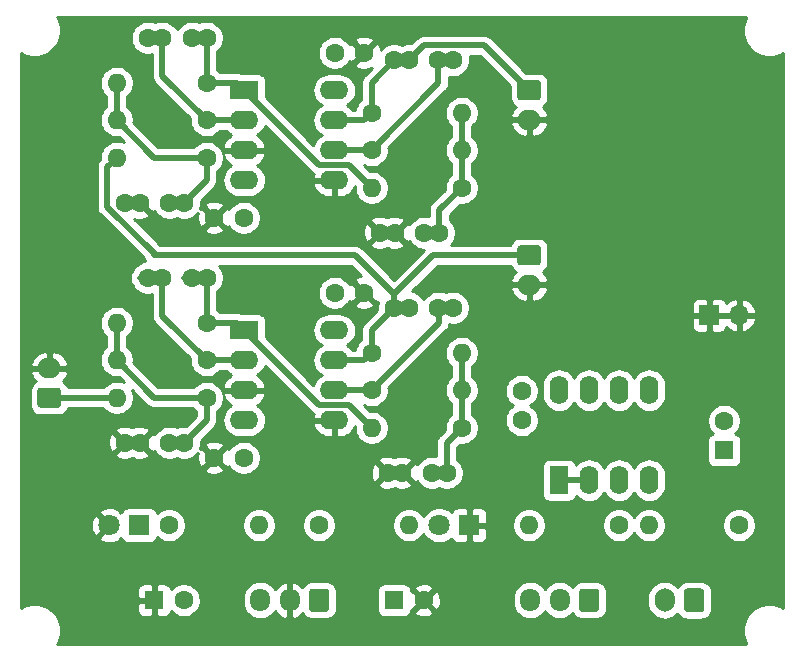
<source format=gtl>
G04 #@! TF.GenerationSoftware,KiCad,Pcbnew,(5.1.6)-1*
G04 #@! TF.CreationDate,2020-09-01T14:50:53+09:00*
G04 #@! TF.ProjectId,General_8th_MFB_LPF,47656e65-7261-46c5-9f38-74685f4d4642,Ver. 1.0*
G04 #@! TF.SameCoordinates,Original*
G04 #@! TF.FileFunction,Copper,L1,Top*
G04 #@! TF.FilePolarity,Positive*
%FSLAX46Y46*%
G04 Gerber Fmt 4.6, Leading zero omitted, Abs format (unit mm)*
G04 Created by KiCad (PCBNEW (5.1.6)-1) date 2020-09-01 14:50:53*
%MOMM*%
%LPD*%
G01*
G04 APERTURE LIST*
G04 #@! TA.AperFunction,ComponentPad*
%ADD10O,1.700000X1.700000*%
G04 #@! TD*
G04 #@! TA.AperFunction,ComponentPad*
%ADD11R,1.700000X1.700000*%
G04 #@! TD*
G04 #@! TA.AperFunction,ComponentPad*
%ADD12O,1.600000X2.400000*%
G04 #@! TD*
G04 #@! TA.AperFunction,ComponentPad*
%ADD13R,1.600000X2.400000*%
G04 #@! TD*
G04 #@! TA.AperFunction,ComponentPad*
%ADD14C,1.600000*%
G04 #@! TD*
G04 #@! TA.AperFunction,ComponentPad*
%ADD15O,1.600000X1.600000*%
G04 #@! TD*
G04 #@! TA.AperFunction,ComponentPad*
%ADD16O,1.700000X1.950000*%
G04 #@! TD*
G04 #@! TA.AperFunction,ComponentPad*
%ADD17O,1.700000X2.000000*%
G04 #@! TD*
G04 #@! TA.AperFunction,ComponentPad*
%ADD18R,1.600000X1.600000*%
G04 #@! TD*
G04 #@! TA.AperFunction,ComponentPad*
%ADD19O,2.000000X1.700000*%
G04 #@! TD*
G04 #@! TA.AperFunction,ComponentPad*
%ADD20O,2.400000X1.600000*%
G04 #@! TD*
G04 #@! TA.AperFunction,ComponentPad*
%ADD21R,2.400000X1.600000*%
G04 #@! TD*
G04 #@! TA.AperFunction,ComponentPad*
%ADD22C,1.800000*%
G04 #@! TD*
G04 #@! TA.AperFunction,ComponentPad*
%ADD23R,1.800000X1.800000*%
G04 #@! TD*
G04 #@! TA.AperFunction,Conductor*
%ADD24C,0.500000*%
G04 #@! TD*
G04 #@! TA.AperFunction,Conductor*
%ADD25C,0.254000*%
G04 #@! TD*
G04 APERTURE END LIST*
D10*
G04 #@! TO.P,J7,2*
G04 #@! TO.N,GND*
X179070000Y-91440000D03*
D11*
G04 #@! TO.P,J7,1*
X176530000Y-91440000D03*
G04 #@! TD*
D12*
G04 #@! TO.P,U3,8*
G04 #@! TO.N,Net-(C15-Pad1)*
X163830000Y-97790000D03*
G04 #@! TO.P,U3,4*
G04 #@! TO.N,Net-(C15-Pad2)*
X171450000Y-105410000D03*
G04 #@! TO.P,U3,7*
G04 #@! TO.N,Net-(U3-Pad6)*
X166370000Y-97790000D03*
G04 #@! TO.P,U3,3*
G04 #@! TO.N,Net-(R15-Pad2)*
X168910000Y-105410000D03*
G04 #@! TO.P,U3,6*
G04 #@! TO.N,Net-(U3-Pad6)*
X168910000Y-97790000D03*
G04 #@! TO.P,U3,2*
G04 #@! TO.N,Net-(J6-Pad2)*
X166370000Y-105410000D03*
G04 #@! TO.P,U3,5*
G04 #@! TO.N,Net-(C15-Pad2)*
X171450000Y-97790000D03*
D13*
G04 #@! TO.P,U3,1*
G04 #@! TO.N,Net-(J6-Pad2)*
X163830000Y-105410000D03*
G04 #@! TD*
D14*
G04 #@! TO.P,C16,2*
G04 #@! TO.N,Net-(C15-Pad1)*
X160655000Y-97830000D03*
G04 #@! TO.P,C16,1*
G04 #@! TO.N,Net-(C15-Pad2)*
X160655000Y-100330000D03*
G04 #@! TD*
D15*
G04 #@! TO.P,R16,2*
G04 #@! TO.N,Net-(C15-Pad2)*
X161290000Y-109220000D03*
D14*
G04 #@! TO.P,R16,1*
G04 #@! TO.N,Net-(R15-Pad2)*
X168910000Y-109220000D03*
G04 #@! TD*
D15*
G04 #@! TO.P,R15,2*
G04 #@! TO.N,Net-(R15-Pad2)*
X171450000Y-109220000D03*
D14*
G04 #@! TO.P,R15,1*
G04 #@! TO.N,Net-(C15-Pad1)*
X179070000Y-109220000D03*
G04 #@! TD*
D16*
G04 #@! TO.P,J6,3*
G04 #@! TO.N,Net-(C15-Pad2)*
X161370000Y-115570000D03*
G04 #@! TO.P,J6,2*
G04 #@! TO.N,Net-(J6-Pad2)*
X163870000Y-115570000D03*
G04 #@! TO.P,J6,1*
G04 #@! TO.N,Net-(C15-Pad1)*
G04 #@! TA.AperFunction,ComponentPad*
G36*
G01*
X167220000Y-114845000D02*
X167220000Y-116295000D01*
G75*
G02*
X166970000Y-116545000I-250000J0D01*
G01*
X165770000Y-116545000D01*
G75*
G02*
X165520000Y-116295000I0J250000D01*
G01*
X165520000Y-114845000D01*
G75*
G02*
X165770000Y-114595000I250000J0D01*
G01*
X166970000Y-114595000D01*
G75*
G02*
X167220000Y-114845000I0J-250000D01*
G01*
G37*
G04 #@! TD.AperFunction*
G04 #@! TD*
D17*
G04 #@! TO.P,J5,2*
G04 #@! TO.N,Net-(C15-Pad2)*
X172760000Y-115570000D03*
G04 #@! TO.P,J5,1*
G04 #@! TO.N,Net-(C15-Pad1)*
G04 #@! TA.AperFunction,ComponentPad*
G36*
G01*
X176110000Y-114820000D02*
X176110000Y-116320000D01*
G75*
G02*
X175860000Y-116570000I-250000J0D01*
G01*
X174660000Y-116570000D01*
G75*
G02*
X174410000Y-116320000I0J250000D01*
G01*
X174410000Y-114820000D01*
G75*
G02*
X174660000Y-114570000I250000J0D01*
G01*
X175860000Y-114570000D01*
G75*
G02*
X176110000Y-114820000I0J-250000D01*
G01*
G37*
G04 #@! TD.AperFunction*
G04 #@! TD*
D14*
G04 #@! TO.P,C15,2*
G04 #@! TO.N,Net-(C15-Pad2)*
X177800000Y-100370000D03*
D18*
G04 #@! TO.P,C15,1*
G04 #@! TO.N,Net-(C15-Pad1)*
X177800000Y-102870000D03*
G04 #@! TD*
D19*
G04 #@! TO.P,J3,2*
G04 #@! TO.N,GND*
X161290000Y-88860000D03*
G04 #@! TO.P,J3,1*
G04 #@! TO.N,Net-(C8-Pad1)*
G04 #@! TA.AperFunction,ComponentPad*
G36*
G01*
X160540000Y-85510000D02*
X162040000Y-85510000D01*
G75*
G02*
X162290000Y-85760000I0J-250000D01*
G01*
X162290000Y-86960000D01*
G75*
G02*
X162040000Y-87210000I-250000J0D01*
G01*
X160540000Y-87210000D01*
G75*
G02*
X160290000Y-86960000I0J250000D01*
G01*
X160290000Y-85760000D01*
G75*
G02*
X160540000Y-85510000I250000J0D01*
G01*
G37*
G04 #@! TD.AperFunction*
G04 #@! TD*
D20*
G04 #@! TO.P,U2,8*
G04 #@! TO.N,VCC*
X144780000Y-72390000D03*
G04 #@! TO.P,U2,4*
G04 #@! TO.N,VEE*
X137160000Y-80010000D03*
G04 #@! TO.P,U2,7*
G04 #@! TO.N,Net-(C14-Pad1)*
X144780000Y-74930000D03*
G04 #@! TO.P,U2,3*
G04 #@! TO.N,GND*
X137160000Y-77470000D03*
G04 #@! TO.P,U2,6*
G04 #@! TO.N,Net-(C14-Pad2)*
X144780000Y-77470000D03*
G04 #@! TO.P,U2,2*
G04 #@! TO.N,Net-(C10-Pad2)*
X137160000Y-74930000D03*
G04 #@! TO.P,U2,5*
G04 #@! TO.N,GND*
X144780000Y-80010000D03*
D21*
G04 #@! TO.P,U2,1*
G04 #@! TO.N,Net-(C10-Pad1)*
X137160000Y-72390000D03*
G04 #@! TD*
D20*
G04 #@! TO.P,U1,8*
G04 #@! TO.N,VCC*
X144780000Y-92710000D03*
G04 #@! TO.P,U1,4*
G04 #@! TO.N,VEE*
X137160000Y-100330000D03*
G04 #@! TO.P,U1,7*
G04 #@! TO.N,Net-(C8-Pad1)*
X144780000Y-95250000D03*
G04 #@! TO.P,U1,3*
G04 #@! TO.N,GND*
X137160000Y-97790000D03*
G04 #@! TO.P,U1,6*
G04 #@! TO.N,Net-(C8-Pad2)*
X144780000Y-97790000D03*
G04 #@! TO.P,U1,2*
G04 #@! TO.N,Net-(C4-Pad2)*
X137160000Y-95250000D03*
G04 #@! TO.P,U1,5*
G04 #@! TO.N,GND*
X144780000Y-100330000D03*
D21*
G04 #@! TO.P,U1,1*
G04 #@! TO.N,Net-(C4-Pad1)*
X137160000Y-92710000D03*
G04 #@! TD*
D15*
G04 #@! TO.P,R14,2*
G04 #@! TO.N,Net-(C13-Pad1)*
X155575000Y-77470000D03*
D14*
G04 #@! TO.P,R14,1*
G04 #@! TO.N,Net-(C14-Pad2)*
X147955000Y-77470000D03*
G04 #@! TD*
D15*
G04 #@! TO.P,R13,2*
G04 #@! TO.N,Net-(C13-Pad1)*
X155575000Y-74295000D03*
D14*
G04 #@! TO.P,R13,1*
G04 #@! TO.N,Net-(C14-Pad1)*
X147955000Y-74295000D03*
G04 #@! TD*
D15*
G04 #@! TO.P,R12,2*
G04 #@! TO.N,Net-(C10-Pad1)*
X147955000Y-80645000D03*
D14*
G04 #@! TO.P,R12,1*
G04 #@! TO.N,Net-(C13-Pad1)*
X155575000Y-80645000D03*
G04 #@! TD*
D15*
G04 #@! TO.P,R11,2*
G04 #@! TO.N,Net-(C9-Pad1)*
X126365000Y-74930000D03*
D14*
G04 #@! TO.P,R11,1*
G04 #@! TO.N,Net-(C10-Pad2)*
X133985000Y-74930000D03*
G04 #@! TD*
D15*
G04 #@! TO.P,R10,2*
G04 #@! TO.N,Net-(C9-Pad1)*
X126365000Y-71755000D03*
D14*
G04 #@! TO.P,R10,1*
G04 #@! TO.N,Net-(C10-Pad1)*
X133985000Y-71755000D03*
G04 #@! TD*
D15*
G04 #@! TO.P,R9,2*
G04 #@! TO.N,Net-(C8-Pad1)*
X126365000Y-78105000D03*
D14*
G04 #@! TO.P,R9,1*
G04 #@! TO.N,Net-(C9-Pad1)*
X133985000Y-78105000D03*
G04 #@! TD*
D15*
G04 #@! TO.P,R8,2*
G04 #@! TO.N,Net-(C7-Pad1)*
X155575000Y-97790000D03*
D14*
G04 #@! TO.P,R8,1*
G04 #@! TO.N,Net-(C8-Pad2)*
X147955000Y-97790000D03*
G04 #@! TD*
D15*
G04 #@! TO.P,R7,2*
G04 #@! TO.N,Net-(C7-Pad1)*
X155575000Y-94615000D03*
D14*
G04 #@! TO.P,R7,1*
G04 #@! TO.N,Net-(C8-Pad1)*
X147955000Y-94615000D03*
G04 #@! TD*
D15*
G04 #@! TO.P,R6,2*
G04 #@! TO.N,Net-(C4-Pad1)*
X147955000Y-100965000D03*
D14*
G04 #@! TO.P,R6,1*
G04 #@! TO.N,Net-(C7-Pad1)*
X155575000Y-100965000D03*
G04 #@! TD*
D15*
G04 #@! TO.P,R2,2*
G04 #@! TO.N,VEE*
X138430000Y-109220000D03*
D14*
G04 #@! TO.P,R2,1*
G04 #@! TO.N,Net-(D2-Pad1)*
X130810000Y-109220000D03*
G04 #@! TD*
D15*
G04 #@! TO.P,R1,2*
G04 #@! TO.N,Net-(D1-Pad2)*
X151130000Y-109220000D03*
D14*
G04 #@! TO.P,R1,1*
G04 #@! TO.N,VCC*
X143510000Y-109220000D03*
G04 #@! TD*
D15*
G04 #@! TO.P,R5,2*
G04 #@! TO.N,Net-(C3-Pad1)*
X126365000Y-95250000D03*
D14*
G04 #@! TO.P,R5,1*
G04 #@! TO.N,Net-(C4-Pad2)*
X133985000Y-95250000D03*
G04 #@! TD*
D15*
G04 #@! TO.P,R4,2*
G04 #@! TO.N,Net-(C3-Pad1)*
X126365000Y-92075000D03*
D14*
G04 #@! TO.P,R4,1*
G04 #@! TO.N,Net-(C4-Pad1)*
X133985000Y-92075000D03*
G04 #@! TD*
D15*
G04 #@! TO.P,R3,2*
G04 #@! TO.N,Net-(J2-Pad1)*
X126365000Y-98425000D03*
D14*
G04 #@! TO.P,R3,1*
G04 #@! TO.N,Net-(C3-Pad1)*
X133985000Y-98425000D03*
G04 #@! TD*
D19*
G04 #@! TO.P,J4,2*
G04 #@! TO.N,GND*
X161290000Y-74890000D03*
G04 #@! TO.P,J4,1*
G04 #@! TO.N,Net-(C14-Pad1)*
G04 #@! TA.AperFunction,ComponentPad*
G36*
G01*
X160540000Y-71540000D02*
X162040000Y-71540000D01*
G75*
G02*
X162290000Y-71790000I0J-250000D01*
G01*
X162290000Y-72990000D01*
G75*
G02*
X162040000Y-73240000I-250000J0D01*
G01*
X160540000Y-73240000D01*
G75*
G02*
X160290000Y-72990000I0J250000D01*
G01*
X160290000Y-71790000D01*
G75*
G02*
X160540000Y-71540000I250000J0D01*
G01*
G37*
G04 #@! TD.AperFunction*
G04 #@! TD*
D16*
G04 #@! TO.P,J1,3*
G04 #@! TO.N,VEE*
X138510000Y-115570000D03*
G04 #@! TO.P,J1,2*
G04 #@! TO.N,GND*
X141010000Y-115570000D03*
G04 #@! TO.P,J1,1*
G04 #@! TO.N,VCC*
G04 #@! TA.AperFunction,ComponentPad*
G36*
G01*
X144360000Y-114845000D02*
X144360000Y-116295000D01*
G75*
G02*
X144110000Y-116545000I-250000J0D01*
G01*
X142910000Y-116545000D01*
G75*
G02*
X142660000Y-116295000I0J250000D01*
G01*
X142660000Y-114845000D01*
G75*
G02*
X142910000Y-114595000I250000J0D01*
G01*
X144110000Y-114595000D01*
G75*
G02*
X144360000Y-114845000I0J-250000D01*
G01*
G37*
G04 #@! TD.AperFunction*
G04 #@! TD*
D19*
G04 #@! TO.P,J2,2*
G04 #@! TO.N,GND*
X120650000Y-95925000D03*
G04 #@! TO.P,J2,1*
G04 #@! TO.N,Net-(J2-Pad1)*
G04 #@! TA.AperFunction,ComponentPad*
G36*
G01*
X121400000Y-99275000D02*
X119900000Y-99275000D01*
G75*
G02*
X119650000Y-99025000I0J250000D01*
G01*
X119650000Y-97825000D01*
G75*
G02*
X119900000Y-97575000I250000J0D01*
G01*
X121400000Y-97575000D01*
G75*
G02*
X121650000Y-97825000I0J-250000D01*
G01*
X121650000Y-99025000D01*
G75*
G02*
X121400000Y-99275000I-250000J0D01*
G01*
G37*
G04 #@! TD.AperFunction*
G04 #@! TD*
D22*
G04 #@! TO.P,D2,2*
G04 #@! TO.N,GND*
X125730000Y-109220000D03*
D23*
G04 #@! TO.P,D2,1*
G04 #@! TO.N,Net-(D2-Pad1)*
X128270000Y-109220000D03*
G04 #@! TD*
D22*
G04 #@! TO.P,D1,2*
G04 #@! TO.N,Net-(D1-Pad2)*
X153670000Y-109220000D03*
D23*
G04 #@! TO.P,D1,1*
G04 #@! TO.N,GND*
X156210000Y-109220000D03*
G04 #@! TD*
D14*
G04 #@! TO.P,C14,2*
G04 #@! TO.N,Net-(C14-Pad2)*
X154860000Y-69850000D03*
G04 #@! TO.P,C14,1*
G04 #@! TO.N,Net-(C14-Pad1)*
X149860000Y-69850000D03*
G04 #@! TO.P,C14,2*
G04 #@! TO.N,Net-(C14-Pad2)*
X153610000Y-69850000D03*
G04 #@! TO.P,C14,1*
G04 #@! TO.N,Net-(C14-Pad1)*
X151110000Y-69850000D03*
G04 #@! TD*
G04 #@! TO.P,C13,2*
G04 #@! TO.N,GND*
X148670000Y-84455000D03*
G04 #@! TO.P,C13,1*
G04 #@! TO.N,Net-(C13-Pad1)*
X153670000Y-84455000D03*
G04 #@! TO.P,C13,2*
G04 #@! TO.N,GND*
X149920000Y-84455000D03*
G04 #@! TO.P,C13,1*
G04 #@! TO.N,Net-(C13-Pad1)*
X152420000Y-84455000D03*
G04 #@! TD*
G04 #@! TO.P,C12,2*
G04 #@! TO.N,VEE*
X137120000Y-83185000D03*
G04 #@! TO.P,C12,1*
G04 #@! TO.N,GND*
X134620000Y-83185000D03*
G04 #@! TD*
G04 #@! TO.P,C11,2*
G04 #@! TO.N,VCC*
X144820000Y-69215000D03*
G04 #@! TO.P,C11,1*
G04 #@! TO.N,GND*
X147320000Y-69215000D03*
G04 #@! TD*
G04 #@! TO.P,C10,2*
G04 #@! TO.N,Net-(C10-Pad2)*
X128985000Y-67945000D03*
G04 #@! TO.P,C10,1*
G04 #@! TO.N,Net-(C10-Pad1)*
X133985000Y-67945000D03*
G04 #@! TO.P,C10,2*
G04 #@! TO.N,Net-(C10-Pad2)*
X130235000Y-67945000D03*
G04 #@! TO.P,C10,1*
G04 #@! TO.N,Net-(C10-Pad1)*
X132735000Y-67945000D03*
G04 #@! TD*
G04 #@! TO.P,C9,2*
G04 #@! TO.N,GND*
X127080000Y-81915000D03*
G04 #@! TO.P,C9,1*
G04 #@! TO.N,Net-(C9-Pad1)*
X132080000Y-81915000D03*
G04 #@! TO.P,C9,2*
G04 #@! TO.N,GND*
X128330000Y-81915000D03*
G04 #@! TO.P,C9,1*
G04 #@! TO.N,Net-(C9-Pad1)*
X130830000Y-81915000D03*
G04 #@! TD*
G04 #@! TO.P,C8,2*
G04 #@! TO.N,Net-(C8-Pad2)*
X154860000Y-90805000D03*
G04 #@! TO.P,C8,1*
G04 #@! TO.N,Net-(C8-Pad1)*
X149860000Y-90805000D03*
G04 #@! TO.P,C8,2*
G04 #@! TO.N,Net-(C8-Pad2)*
X153610000Y-90805000D03*
G04 #@! TO.P,C8,1*
G04 #@! TO.N,Net-(C8-Pad1)*
X151110000Y-90805000D03*
G04 #@! TD*
G04 #@! TO.P,C7,2*
G04 #@! TO.N,GND*
X149305000Y-104775000D03*
G04 #@! TO.P,C7,1*
G04 #@! TO.N,Net-(C7-Pad1)*
X154305000Y-104775000D03*
G04 #@! TO.P,C7,2*
G04 #@! TO.N,GND*
X150555000Y-104775000D03*
G04 #@! TO.P,C7,1*
G04 #@! TO.N,Net-(C7-Pad1)*
X153055000Y-104775000D03*
G04 #@! TD*
G04 #@! TO.P,C6,2*
G04 #@! TO.N,VEE*
X137120000Y-103505000D03*
G04 #@! TO.P,C6,1*
G04 #@! TO.N,GND*
X134620000Y-103505000D03*
G04 #@! TD*
G04 #@! TO.P,C5,2*
G04 #@! TO.N,VCC*
X144820000Y-89535000D03*
G04 #@! TO.P,C5,1*
G04 #@! TO.N,GND*
X147320000Y-89535000D03*
G04 #@! TD*
G04 #@! TO.P,C2,2*
G04 #@! TO.N,VEE*
X132040000Y-115570000D03*
D18*
G04 #@! TO.P,C2,1*
G04 #@! TO.N,GND*
X129540000Y-115570000D03*
G04 #@! TD*
D14*
G04 #@! TO.P,C1,2*
G04 #@! TO.N,GND*
X152360000Y-115570000D03*
D18*
G04 #@! TO.P,C1,1*
G04 #@! TO.N,VCC*
X149860000Y-115570000D03*
G04 #@! TD*
D14*
G04 #@! TO.P,C4,2*
G04 #@! TO.N,Net-(C4-Pad2)*
X128985000Y-88265000D03*
G04 #@! TO.P,C4,1*
G04 #@! TO.N,Net-(C4-Pad1)*
X133985000Y-88265000D03*
G04 #@! TO.P,C4,2*
G04 #@! TO.N,Net-(C4-Pad2)*
X130235000Y-88265000D03*
G04 #@! TO.P,C4,1*
G04 #@! TO.N,Net-(C4-Pad1)*
X132735000Y-88265000D03*
G04 #@! TD*
G04 #@! TO.P,C3,2*
G04 #@! TO.N,GND*
X127080000Y-102235000D03*
G04 #@! TO.P,C3,1*
G04 #@! TO.N,Net-(C3-Pad1)*
X132080000Y-102235000D03*
G04 #@! TO.P,C3,2*
G04 #@! TO.N,GND*
X128330000Y-102235000D03*
G04 #@! TO.P,C3,1*
G04 #@! TO.N,Net-(C3-Pad1)*
X130830000Y-102235000D03*
G04 #@! TD*
D24*
G04 #@! TO.N,Net-(C7-Pad1)*
X155575000Y-94615000D02*
X155575000Y-97790000D01*
X155575000Y-97790000D02*
X155575000Y-100965000D01*
X155575000Y-100965000D02*
X154305000Y-102235000D01*
X154305000Y-102235000D02*
X154305000Y-104775000D01*
X154305000Y-104775000D02*
X153055000Y-104775000D01*
G04 #@! TO.N,Net-(C8-Pad2)*
X144780000Y-97790000D02*
X147955000Y-97790000D01*
X147955000Y-97790000D02*
X153670000Y-92075000D01*
X153670000Y-90865000D02*
X153610000Y-90805000D01*
X153670000Y-92075000D02*
X153670000Y-90865000D01*
X153610000Y-90805000D02*
X154860000Y-90805000D01*
G04 #@! TO.N,Net-(C8-Pad1)*
X144780000Y-95250000D02*
X147320000Y-95250000D01*
X147320000Y-95250000D02*
X147955000Y-94615000D01*
X147955000Y-92710000D02*
X149860000Y-90805000D01*
X147955000Y-94615000D02*
X147955000Y-92710000D01*
X149860000Y-90805000D02*
X151110000Y-90805000D01*
X125565001Y-78904999D02*
X126365000Y-78105000D01*
X125565001Y-82250003D02*
X125565001Y-78904999D01*
X129674998Y-86360000D02*
X125565001Y-82250003D01*
X149860000Y-89673630D02*
X146546370Y-86360000D01*
X149860000Y-90805000D02*
X149860000Y-89673630D01*
X146546370Y-86360000D02*
X129540000Y-86360000D01*
X153173630Y-86360000D02*
X149860000Y-89673630D01*
X161290000Y-86360000D02*
X153173630Y-86360000D01*
G04 #@! TO.N,Net-(C9-Pad1)*
X129540000Y-78105000D02*
X126365000Y-74930000D01*
X133985000Y-78105000D02*
X129540000Y-78105000D01*
X126365000Y-74930000D02*
X126365000Y-71755000D01*
X132080000Y-81915000D02*
X130830000Y-81915000D01*
X132080000Y-81915000D02*
X133985000Y-80010000D01*
X133985000Y-80010000D02*
X133985000Y-78105000D01*
G04 #@! TO.N,Net-(C10-Pad2)*
X133985000Y-74930000D02*
X137160000Y-74930000D01*
X128985000Y-67945000D02*
X130235000Y-67945000D01*
X130235000Y-71180000D02*
X133985000Y-74930000D01*
X130235000Y-67945000D02*
X130235000Y-71180000D01*
G04 #@! TO.N,Net-(C10-Pad1)*
X136525000Y-71755000D02*
X137160000Y-72390000D01*
X133985000Y-71755000D02*
X136525000Y-71755000D01*
X146069990Y-78759990D02*
X147955000Y-80645000D01*
X143529990Y-78759990D02*
X146069990Y-78759990D01*
X137160000Y-72390000D02*
X143529990Y-78759990D01*
X132735000Y-67945000D02*
X133985000Y-67945000D01*
X133985000Y-71755000D02*
X133985000Y-67945000D01*
G04 #@! TO.N,Net-(C13-Pad1)*
X155575000Y-74295000D02*
X155575000Y-77470000D01*
X155575000Y-80645000D02*
X155575000Y-77470000D01*
X152420000Y-84455000D02*
X153670000Y-84455000D01*
X153670000Y-82550000D02*
X155575000Y-80645000D01*
X153670000Y-84455000D02*
X153670000Y-82550000D01*
G04 #@! TO.N,Net-(C14-Pad2)*
X144780000Y-77470000D02*
X147955000Y-77470000D01*
X153610000Y-71815000D02*
X153610000Y-69850000D01*
X147955000Y-77470000D02*
X153610000Y-71815000D01*
X153610000Y-69850000D02*
X154860000Y-69850000D01*
G04 #@! TO.N,Net-(C14-Pad1)*
X147320000Y-74930000D02*
X147955000Y-74295000D01*
X144780000Y-74930000D02*
X147320000Y-74930000D01*
X147955000Y-71755000D02*
X149860000Y-69850000D01*
X147955000Y-74295000D02*
X147955000Y-71755000D01*
X152360001Y-68599999D02*
X151110000Y-69850000D01*
X157499999Y-68599999D02*
X152360001Y-68599999D01*
X161290000Y-72390000D02*
X157499999Y-68599999D01*
X151110000Y-69850000D02*
X149860000Y-69850000D01*
G04 #@! TO.N,Net-(C3-Pad1)*
X126365000Y-92075000D02*
X126365000Y-95250000D01*
X126365000Y-95250000D02*
X129540000Y-98425000D01*
X129540000Y-98425000D02*
X133985000Y-98425000D01*
X130830000Y-102235000D02*
X132080000Y-102235000D01*
X132080000Y-102235000D02*
X133985000Y-100330000D01*
X133985000Y-100330000D02*
X133985000Y-98425000D01*
G04 #@! TO.N,Net-(C4-Pad2)*
X137160000Y-95250000D02*
X133985000Y-95250000D01*
X128350000Y-88265000D02*
X129600000Y-88265000D01*
X130235000Y-91500000D02*
X130235000Y-88265000D01*
X133985000Y-95250000D02*
X130235000Y-91500000D01*
G04 #@! TO.N,Net-(C4-Pad1)*
X146069990Y-99079990D02*
X147955000Y-100965000D01*
X137160000Y-92710000D02*
X143529990Y-99079990D01*
X143529990Y-99079990D02*
X146069990Y-99079990D01*
X132100000Y-88265000D02*
X133350000Y-88265000D01*
X132735000Y-88265000D02*
X133985000Y-88265000D01*
X133985000Y-88265000D02*
X133985000Y-92075000D01*
X136525000Y-92075000D02*
X137160000Y-92710000D01*
X133985000Y-92075000D02*
X136525000Y-92075000D01*
G04 #@! TO.N,Net-(J2-Pad1)*
X120650000Y-98425000D02*
X126365000Y-98425000D01*
G04 #@! TO.N,Net-(J6-Pad2)*
X163830000Y-105410000D02*
X166370000Y-105410000D01*
G04 #@! TD*
D25*
G04 #@! TO.N,GND*
G36*
X179629369Y-66251331D02*
G01*
X179460890Y-66658075D01*
X179375000Y-67089872D01*
X179375000Y-67530128D01*
X179460890Y-67961925D01*
X179629369Y-68368669D01*
X179873962Y-68734729D01*
X180185271Y-69046038D01*
X180551331Y-69290631D01*
X180958075Y-69459110D01*
X181389872Y-69545000D01*
X181830128Y-69545000D01*
X182261925Y-69459110D01*
X182668669Y-69290631D01*
X182753000Y-69234283D01*
X182753000Y-116185717D01*
X182668669Y-116129369D01*
X182261925Y-115960890D01*
X181830128Y-115875000D01*
X181389872Y-115875000D01*
X180958075Y-115960890D01*
X180551331Y-116129369D01*
X180185271Y-116373962D01*
X179873962Y-116685271D01*
X179629369Y-117051331D01*
X179460890Y-117458075D01*
X179375000Y-117889872D01*
X179375000Y-118330128D01*
X179460890Y-118761925D01*
X179629369Y-119168669D01*
X179685717Y-119253000D01*
X121304283Y-119253000D01*
X121360631Y-119168669D01*
X121529110Y-118761925D01*
X121615000Y-118330128D01*
X121615000Y-117889872D01*
X121529110Y-117458075D01*
X121360631Y-117051331D01*
X121116038Y-116685271D01*
X120804729Y-116373962D01*
X120798800Y-116370000D01*
X128101928Y-116370000D01*
X128114188Y-116494482D01*
X128150498Y-116614180D01*
X128209463Y-116724494D01*
X128288815Y-116821185D01*
X128385506Y-116900537D01*
X128495820Y-116959502D01*
X128615518Y-116995812D01*
X128740000Y-117008072D01*
X129254250Y-117005000D01*
X129413000Y-116846250D01*
X129413000Y-115697000D01*
X128263750Y-115697000D01*
X128105000Y-115855750D01*
X128101928Y-116370000D01*
X120798800Y-116370000D01*
X120438669Y-116129369D01*
X120031925Y-115960890D01*
X119600128Y-115875000D01*
X119159872Y-115875000D01*
X118728075Y-115960890D01*
X118321331Y-116129369D01*
X118237000Y-116185717D01*
X118237000Y-114770000D01*
X128101928Y-114770000D01*
X128105000Y-115284250D01*
X128263750Y-115443000D01*
X129413000Y-115443000D01*
X129413000Y-114293750D01*
X129667000Y-114293750D01*
X129667000Y-115443000D01*
X129687000Y-115443000D01*
X129687000Y-115697000D01*
X129667000Y-115697000D01*
X129667000Y-116846250D01*
X129825750Y-117005000D01*
X130340000Y-117008072D01*
X130464482Y-116995812D01*
X130584180Y-116959502D01*
X130694494Y-116900537D01*
X130791185Y-116821185D01*
X130870537Y-116724494D01*
X130929502Y-116614180D01*
X130958661Y-116518057D01*
X131125241Y-116684637D01*
X131360273Y-116841680D01*
X131621426Y-116949853D01*
X131898665Y-117005000D01*
X132181335Y-117005000D01*
X132458574Y-116949853D01*
X132719727Y-116841680D01*
X132954759Y-116684637D01*
X133154637Y-116484759D01*
X133311680Y-116249727D01*
X133419853Y-115988574D01*
X133475000Y-115711335D01*
X133475000Y-115428665D01*
X133463739Y-115372050D01*
X137025000Y-115372050D01*
X137025000Y-115767949D01*
X137046487Y-115986110D01*
X137131401Y-116266033D01*
X137269294Y-116524013D01*
X137454866Y-116750134D01*
X137680986Y-116935706D01*
X137938966Y-117073599D01*
X138218889Y-117158513D01*
X138510000Y-117187185D01*
X138801110Y-117158513D01*
X139081033Y-117073599D01*
X139339013Y-116935706D01*
X139565134Y-116750134D01*
X139750706Y-116524014D01*
X139764462Y-116498278D01*
X139920951Y-116704429D01*
X140138807Y-116897496D01*
X140390142Y-117044352D01*
X140653110Y-117136476D01*
X140883000Y-117015155D01*
X140883000Y-115697000D01*
X140863000Y-115697000D01*
X140863000Y-115443000D01*
X140883000Y-115443000D01*
X140883000Y-114124845D01*
X141137000Y-114124845D01*
X141137000Y-115443000D01*
X141157000Y-115443000D01*
X141157000Y-115697000D01*
X141137000Y-115697000D01*
X141137000Y-117015155D01*
X141366890Y-117136476D01*
X141629858Y-117044352D01*
X141881193Y-116897496D01*
X142099049Y-116704429D01*
X142115286Y-116683039D01*
X142171595Y-116788386D01*
X142282038Y-116922962D01*
X142416614Y-117033405D01*
X142570150Y-117115472D01*
X142736746Y-117166008D01*
X142910000Y-117183072D01*
X144110000Y-117183072D01*
X144283254Y-117166008D01*
X144449850Y-117115472D01*
X144603386Y-117033405D01*
X144737962Y-116922962D01*
X144848405Y-116788386D01*
X144930472Y-116634850D01*
X144981008Y-116468254D01*
X144998072Y-116295000D01*
X144998072Y-114845000D01*
X144990686Y-114770000D01*
X148421928Y-114770000D01*
X148421928Y-116370000D01*
X148434188Y-116494482D01*
X148470498Y-116614180D01*
X148529463Y-116724494D01*
X148608815Y-116821185D01*
X148705506Y-116900537D01*
X148815820Y-116959502D01*
X148935518Y-116995812D01*
X149060000Y-117008072D01*
X150660000Y-117008072D01*
X150784482Y-116995812D01*
X150904180Y-116959502D01*
X151014494Y-116900537D01*
X151111185Y-116821185D01*
X151190537Y-116724494D01*
X151249502Y-116614180D01*
X151265117Y-116562702D01*
X151546903Y-116562702D01*
X151618486Y-116806671D01*
X151873996Y-116927571D01*
X152148184Y-116996300D01*
X152430512Y-117010217D01*
X152710130Y-116968787D01*
X152976292Y-116873603D01*
X153101514Y-116806671D01*
X153173097Y-116562702D01*
X152360000Y-115749605D01*
X151546903Y-116562702D01*
X151265117Y-116562702D01*
X151285812Y-116494482D01*
X151298072Y-116370000D01*
X151298072Y-116362785D01*
X151367298Y-116383097D01*
X152180395Y-115570000D01*
X152539605Y-115570000D01*
X153352702Y-116383097D01*
X153596671Y-116311514D01*
X153717571Y-116056004D01*
X153786300Y-115781816D01*
X153800217Y-115499488D01*
X153781335Y-115372050D01*
X159885000Y-115372050D01*
X159885000Y-115767949D01*
X159906487Y-115986110D01*
X159991401Y-116266033D01*
X160129294Y-116524013D01*
X160314866Y-116750134D01*
X160540986Y-116935706D01*
X160798966Y-117073599D01*
X161078889Y-117158513D01*
X161370000Y-117187185D01*
X161661110Y-117158513D01*
X161941033Y-117073599D01*
X162199013Y-116935706D01*
X162425134Y-116750134D01*
X162610706Y-116524014D01*
X162620000Y-116506626D01*
X162629294Y-116524013D01*
X162814866Y-116750134D01*
X163040986Y-116935706D01*
X163298966Y-117073599D01*
X163578889Y-117158513D01*
X163870000Y-117187185D01*
X164161110Y-117158513D01*
X164441033Y-117073599D01*
X164699013Y-116935706D01*
X164925134Y-116750134D01*
X164977223Y-116686663D01*
X165031595Y-116788386D01*
X165142038Y-116922962D01*
X165276614Y-117033405D01*
X165430150Y-117115472D01*
X165596746Y-117166008D01*
X165770000Y-117183072D01*
X166970000Y-117183072D01*
X167143254Y-117166008D01*
X167309850Y-117115472D01*
X167463386Y-117033405D01*
X167597962Y-116922962D01*
X167708405Y-116788386D01*
X167790472Y-116634850D01*
X167841008Y-116468254D01*
X167858072Y-116295000D01*
X167858072Y-115347050D01*
X171275000Y-115347050D01*
X171275000Y-115792949D01*
X171296487Y-116011110D01*
X171381401Y-116291033D01*
X171519294Y-116549013D01*
X171704866Y-116775134D01*
X171930986Y-116960706D01*
X172188966Y-117098599D01*
X172468889Y-117183513D01*
X172760000Y-117212185D01*
X173051110Y-117183513D01*
X173331033Y-117098599D01*
X173589013Y-116960706D01*
X173815134Y-116775134D01*
X173867223Y-116711663D01*
X173921595Y-116813386D01*
X174032038Y-116947962D01*
X174166614Y-117058405D01*
X174320150Y-117140472D01*
X174486746Y-117191008D01*
X174660000Y-117208072D01*
X175860000Y-117208072D01*
X176033254Y-117191008D01*
X176199850Y-117140472D01*
X176353386Y-117058405D01*
X176487962Y-116947962D01*
X176598405Y-116813386D01*
X176680472Y-116659850D01*
X176731008Y-116493254D01*
X176748072Y-116320000D01*
X176748072Y-114820000D01*
X176731008Y-114646746D01*
X176680472Y-114480150D01*
X176598405Y-114326614D01*
X176487962Y-114192038D01*
X176353386Y-114081595D01*
X176199850Y-113999528D01*
X176033254Y-113948992D01*
X175860000Y-113931928D01*
X174660000Y-113931928D01*
X174486746Y-113948992D01*
X174320150Y-113999528D01*
X174166614Y-114081595D01*
X174032038Y-114192038D01*
X173921595Y-114326614D01*
X173867223Y-114428337D01*
X173815134Y-114364866D01*
X173589014Y-114179294D01*
X173331034Y-114041401D01*
X173051111Y-113956487D01*
X172760000Y-113927815D01*
X172468890Y-113956487D01*
X172188967Y-114041401D01*
X171930987Y-114179294D01*
X171704866Y-114364866D01*
X171519294Y-114590986D01*
X171381401Y-114848966D01*
X171296487Y-115128889D01*
X171275000Y-115347050D01*
X167858072Y-115347050D01*
X167858072Y-114845000D01*
X167841008Y-114671746D01*
X167790472Y-114505150D01*
X167708405Y-114351614D01*
X167597962Y-114217038D01*
X167463386Y-114106595D01*
X167309850Y-114024528D01*
X167143254Y-113973992D01*
X166970000Y-113956928D01*
X165770000Y-113956928D01*
X165596746Y-113973992D01*
X165430150Y-114024528D01*
X165276614Y-114106595D01*
X165142038Y-114217038D01*
X165031595Y-114351614D01*
X164977223Y-114453337D01*
X164925134Y-114389866D01*
X164699014Y-114204294D01*
X164441034Y-114066401D01*
X164161111Y-113981487D01*
X163870000Y-113952815D01*
X163578890Y-113981487D01*
X163298967Y-114066401D01*
X163040987Y-114204294D01*
X162814866Y-114389866D01*
X162629294Y-114615986D01*
X162620000Y-114633374D01*
X162610706Y-114615986D01*
X162425134Y-114389866D01*
X162199014Y-114204294D01*
X161941034Y-114066401D01*
X161661111Y-113981487D01*
X161370000Y-113952815D01*
X161078890Y-113981487D01*
X160798967Y-114066401D01*
X160540987Y-114204294D01*
X160314866Y-114389866D01*
X160129294Y-114615986D01*
X159991401Y-114873966D01*
X159906487Y-115153889D01*
X159885000Y-115372050D01*
X153781335Y-115372050D01*
X153758787Y-115219870D01*
X153663603Y-114953708D01*
X153596671Y-114828486D01*
X153352702Y-114756903D01*
X152539605Y-115570000D01*
X152180395Y-115570000D01*
X151367298Y-114756903D01*
X151298072Y-114777215D01*
X151298072Y-114770000D01*
X151285812Y-114645518D01*
X151265118Y-114577298D01*
X151546903Y-114577298D01*
X152360000Y-115390395D01*
X153173097Y-114577298D01*
X153101514Y-114333329D01*
X152846004Y-114212429D01*
X152571816Y-114143700D01*
X152289488Y-114129783D01*
X152009870Y-114171213D01*
X151743708Y-114266397D01*
X151618486Y-114333329D01*
X151546903Y-114577298D01*
X151265118Y-114577298D01*
X151249502Y-114525820D01*
X151190537Y-114415506D01*
X151111185Y-114318815D01*
X151014494Y-114239463D01*
X150904180Y-114180498D01*
X150784482Y-114144188D01*
X150660000Y-114131928D01*
X149060000Y-114131928D01*
X148935518Y-114144188D01*
X148815820Y-114180498D01*
X148705506Y-114239463D01*
X148608815Y-114318815D01*
X148529463Y-114415506D01*
X148470498Y-114525820D01*
X148434188Y-114645518D01*
X148421928Y-114770000D01*
X144990686Y-114770000D01*
X144981008Y-114671746D01*
X144930472Y-114505150D01*
X144848405Y-114351614D01*
X144737962Y-114217038D01*
X144603386Y-114106595D01*
X144449850Y-114024528D01*
X144283254Y-113973992D01*
X144110000Y-113956928D01*
X142910000Y-113956928D01*
X142736746Y-113973992D01*
X142570150Y-114024528D01*
X142416614Y-114106595D01*
X142282038Y-114217038D01*
X142171595Y-114351614D01*
X142115286Y-114456961D01*
X142099049Y-114435571D01*
X141881193Y-114242504D01*
X141629858Y-114095648D01*
X141366890Y-114003524D01*
X141137000Y-114124845D01*
X140883000Y-114124845D01*
X140653110Y-114003524D01*
X140390142Y-114095648D01*
X140138807Y-114242504D01*
X139920951Y-114435571D01*
X139764462Y-114641722D01*
X139750706Y-114615986D01*
X139565134Y-114389866D01*
X139339014Y-114204294D01*
X139081034Y-114066401D01*
X138801111Y-113981487D01*
X138510000Y-113952815D01*
X138218890Y-113981487D01*
X137938967Y-114066401D01*
X137680987Y-114204294D01*
X137454866Y-114389866D01*
X137269294Y-114615986D01*
X137131401Y-114873966D01*
X137046487Y-115153889D01*
X137025000Y-115372050D01*
X133463739Y-115372050D01*
X133419853Y-115151426D01*
X133311680Y-114890273D01*
X133154637Y-114655241D01*
X132954759Y-114455363D01*
X132719727Y-114298320D01*
X132458574Y-114190147D01*
X132181335Y-114135000D01*
X131898665Y-114135000D01*
X131621426Y-114190147D01*
X131360273Y-114298320D01*
X131125241Y-114455363D01*
X130958661Y-114621943D01*
X130929502Y-114525820D01*
X130870537Y-114415506D01*
X130791185Y-114318815D01*
X130694494Y-114239463D01*
X130584180Y-114180498D01*
X130464482Y-114144188D01*
X130340000Y-114131928D01*
X129825750Y-114135000D01*
X129667000Y-114293750D01*
X129413000Y-114293750D01*
X129254250Y-114135000D01*
X128740000Y-114131928D01*
X128615518Y-114144188D01*
X128495820Y-114180498D01*
X128385506Y-114239463D01*
X128288815Y-114318815D01*
X128209463Y-114415506D01*
X128150498Y-114525820D01*
X128114188Y-114645518D01*
X128101928Y-114770000D01*
X118237000Y-114770000D01*
X118237000Y-109286553D01*
X124189009Y-109286553D01*
X124231603Y-109585907D01*
X124331778Y-109871199D01*
X124411739Y-110020792D01*
X124665920Y-110104475D01*
X125550395Y-109220000D01*
X124665920Y-108335525D01*
X124411739Y-108419208D01*
X124280842Y-108691775D01*
X124205635Y-108984642D01*
X124189009Y-109286553D01*
X118237000Y-109286553D01*
X118237000Y-108155920D01*
X124845525Y-108155920D01*
X125730000Y-109040395D01*
X125744143Y-109026253D01*
X125923748Y-109205858D01*
X125909605Y-109220000D01*
X125923748Y-109234143D01*
X125744143Y-109413748D01*
X125730000Y-109399605D01*
X124845525Y-110284080D01*
X124929208Y-110538261D01*
X125201775Y-110669158D01*
X125494642Y-110744365D01*
X125796553Y-110760991D01*
X126095907Y-110718397D01*
X126381199Y-110618222D01*
X126530792Y-110538261D01*
X126614474Y-110284082D01*
X126730422Y-110400030D01*
X126777187Y-110353265D01*
X126780498Y-110364180D01*
X126839463Y-110474494D01*
X126918815Y-110571185D01*
X127015506Y-110650537D01*
X127125820Y-110709502D01*
X127245518Y-110745812D01*
X127370000Y-110758072D01*
X129170000Y-110758072D01*
X129294482Y-110745812D01*
X129414180Y-110709502D01*
X129524494Y-110650537D01*
X129621185Y-110571185D01*
X129700537Y-110474494D01*
X129759502Y-110364180D01*
X129795812Y-110244482D01*
X129796643Y-110236039D01*
X129895241Y-110334637D01*
X130130273Y-110491680D01*
X130391426Y-110599853D01*
X130668665Y-110655000D01*
X130951335Y-110655000D01*
X131228574Y-110599853D01*
X131489727Y-110491680D01*
X131724759Y-110334637D01*
X131924637Y-110134759D01*
X132081680Y-109899727D01*
X132189853Y-109638574D01*
X132245000Y-109361335D01*
X132245000Y-109078665D01*
X136995000Y-109078665D01*
X136995000Y-109361335D01*
X137050147Y-109638574D01*
X137158320Y-109899727D01*
X137315363Y-110134759D01*
X137515241Y-110334637D01*
X137750273Y-110491680D01*
X138011426Y-110599853D01*
X138288665Y-110655000D01*
X138571335Y-110655000D01*
X138848574Y-110599853D01*
X139109727Y-110491680D01*
X139344759Y-110334637D01*
X139544637Y-110134759D01*
X139701680Y-109899727D01*
X139809853Y-109638574D01*
X139865000Y-109361335D01*
X139865000Y-109078665D01*
X142075000Y-109078665D01*
X142075000Y-109361335D01*
X142130147Y-109638574D01*
X142238320Y-109899727D01*
X142395363Y-110134759D01*
X142595241Y-110334637D01*
X142830273Y-110491680D01*
X143091426Y-110599853D01*
X143368665Y-110655000D01*
X143651335Y-110655000D01*
X143928574Y-110599853D01*
X144189727Y-110491680D01*
X144424759Y-110334637D01*
X144624637Y-110134759D01*
X144781680Y-109899727D01*
X144889853Y-109638574D01*
X144945000Y-109361335D01*
X144945000Y-109078665D01*
X149695000Y-109078665D01*
X149695000Y-109361335D01*
X149750147Y-109638574D01*
X149858320Y-109899727D01*
X150015363Y-110134759D01*
X150215241Y-110334637D01*
X150450273Y-110491680D01*
X150711426Y-110599853D01*
X150988665Y-110655000D01*
X151271335Y-110655000D01*
X151548574Y-110599853D01*
X151809727Y-110491680D01*
X152044759Y-110334637D01*
X152244637Y-110134759D01*
X152339865Y-109992239D01*
X152477688Y-110198505D01*
X152691495Y-110412312D01*
X152942905Y-110580299D01*
X153222257Y-110696011D01*
X153518816Y-110755000D01*
X153821184Y-110755000D01*
X154117743Y-110696011D01*
X154397095Y-110580299D01*
X154648505Y-110412312D01*
X154714944Y-110345873D01*
X154720498Y-110364180D01*
X154779463Y-110474494D01*
X154858815Y-110571185D01*
X154955506Y-110650537D01*
X155065820Y-110709502D01*
X155185518Y-110745812D01*
X155310000Y-110758072D01*
X155924250Y-110755000D01*
X156083000Y-110596250D01*
X156083000Y-109347000D01*
X156337000Y-109347000D01*
X156337000Y-110596250D01*
X156495750Y-110755000D01*
X157110000Y-110758072D01*
X157234482Y-110745812D01*
X157354180Y-110709502D01*
X157464494Y-110650537D01*
X157561185Y-110571185D01*
X157640537Y-110474494D01*
X157699502Y-110364180D01*
X157735812Y-110244482D01*
X157748072Y-110120000D01*
X157745000Y-109505750D01*
X157586250Y-109347000D01*
X156337000Y-109347000D01*
X156083000Y-109347000D01*
X156063000Y-109347000D01*
X156063000Y-109093000D01*
X156083000Y-109093000D01*
X156083000Y-107843750D01*
X156337000Y-107843750D01*
X156337000Y-109093000D01*
X157586250Y-109093000D01*
X157600585Y-109078665D01*
X159855000Y-109078665D01*
X159855000Y-109361335D01*
X159910147Y-109638574D01*
X160018320Y-109899727D01*
X160175363Y-110134759D01*
X160375241Y-110334637D01*
X160610273Y-110491680D01*
X160871426Y-110599853D01*
X161148665Y-110655000D01*
X161431335Y-110655000D01*
X161708574Y-110599853D01*
X161969727Y-110491680D01*
X162204759Y-110334637D01*
X162404637Y-110134759D01*
X162561680Y-109899727D01*
X162669853Y-109638574D01*
X162725000Y-109361335D01*
X162725000Y-109078665D01*
X167475000Y-109078665D01*
X167475000Y-109361335D01*
X167530147Y-109638574D01*
X167638320Y-109899727D01*
X167795363Y-110134759D01*
X167995241Y-110334637D01*
X168230273Y-110491680D01*
X168491426Y-110599853D01*
X168768665Y-110655000D01*
X169051335Y-110655000D01*
X169328574Y-110599853D01*
X169589727Y-110491680D01*
X169824759Y-110334637D01*
X170024637Y-110134759D01*
X170180000Y-109902241D01*
X170335363Y-110134759D01*
X170535241Y-110334637D01*
X170770273Y-110491680D01*
X171031426Y-110599853D01*
X171308665Y-110655000D01*
X171591335Y-110655000D01*
X171868574Y-110599853D01*
X172129727Y-110491680D01*
X172364759Y-110334637D01*
X172564637Y-110134759D01*
X172721680Y-109899727D01*
X172829853Y-109638574D01*
X172885000Y-109361335D01*
X172885000Y-109078665D01*
X177635000Y-109078665D01*
X177635000Y-109361335D01*
X177690147Y-109638574D01*
X177798320Y-109899727D01*
X177955363Y-110134759D01*
X178155241Y-110334637D01*
X178390273Y-110491680D01*
X178651426Y-110599853D01*
X178928665Y-110655000D01*
X179211335Y-110655000D01*
X179488574Y-110599853D01*
X179749727Y-110491680D01*
X179984759Y-110334637D01*
X180184637Y-110134759D01*
X180341680Y-109899727D01*
X180449853Y-109638574D01*
X180505000Y-109361335D01*
X180505000Y-109078665D01*
X180449853Y-108801426D01*
X180341680Y-108540273D01*
X180184637Y-108305241D01*
X179984759Y-108105363D01*
X179749727Y-107948320D01*
X179488574Y-107840147D01*
X179211335Y-107785000D01*
X178928665Y-107785000D01*
X178651426Y-107840147D01*
X178390273Y-107948320D01*
X178155241Y-108105363D01*
X177955363Y-108305241D01*
X177798320Y-108540273D01*
X177690147Y-108801426D01*
X177635000Y-109078665D01*
X172885000Y-109078665D01*
X172829853Y-108801426D01*
X172721680Y-108540273D01*
X172564637Y-108305241D01*
X172364759Y-108105363D01*
X172129727Y-107948320D01*
X171868574Y-107840147D01*
X171591335Y-107785000D01*
X171308665Y-107785000D01*
X171031426Y-107840147D01*
X170770273Y-107948320D01*
X170535241Y-108105363D01*
X170335363Y-108305241D01*
X170180000Y-108537759D01*
X170024637Y-108305241D01*
X169824759Y-108105363D01*
X169589727Y-107948320D01*
X169328574Y-107840147D01*
X169051335Y-107785000D01*
X168768665Y-107785000D01*
X168491426Y-107840147D01*
X168230273Y-107948320D01*
X167995241Y-108105363D01*
X167795363Y-108305241D01*
X167638320Y-108540273D01*
X167530147Y-108801426D01*
X167475000Y-109078665D01*
X162725000Y-109078665D01*
X162669853Y-108801426D01*
X162561680Y-108540273D01*
X162404637Y-108305241D01*
X162204759Y-108105363D01*
X161969727Y-107948320D01*
X161708574Y-107840147D01*
X161431335Y-107785000D01*
X161148665Y-107785000D01*
X160871426Y-107840147D01*
X160610273Y-107948320D01*
X160375241Y-108105363D01*
X160175363Y-108305241D01*
X160018320Y-108540273D01*
X159910147Y-108801426D01*
X159855000Y-109078665D01*
X157600585Y-109078665D01*
X157745000Y-108934250D01*
X157748072Y-108320000D01*
X157735812Y-108195518D01*
X157699502Y-108075820D01*
X157640537Y-107965506D01*
X157561185Y-107868815D01*
X157464494Y-107789463D01*
X157354180Y-107730498D01*
X157234482Y-107694188D01*
X157110000Y-107681928D01*
X156495750Y-107685000D01*
X156337000Y-107843750D01*
X156083000Y-107843750D01*
X155924250Y-107685000D01*
X155310000Y-107681928D01*
X155185518Y-107694188D01*
X155065820Y-107730498D01*
X154955506Y-107789463D01*
X154858815Y-107868815D01*
X154779463Y-107965506D01*
X154720498Y-108075820D01*
X154714944Y-108094127D01*
X154648505Y-108027688D01*
X154397095Y-107859701D01*
X154117743Y-107743989D01*
X153821184Y-107685000D01*
X153518816Y-107685000D01*
X153222257Y-107743989D01*
X152942905Y-107859701D01*
X152691495Y-108027688D01*
X152477688Y-108241495D01*
X152339865Y-108447761D01*
X152244637Y-108305241D01*
X152044759Y-108105363D01*
X151809727Y-107948320D01*
X151548574Y-107840147D01*
X151271335Y-107785000D01*
X150988665Y-107785000D01*
X150711426Y-107840147D01*
X150450273Y-107948320D01*
X150215241Y-108105363D01*
X150015363Y-108305241D01*
X149858320Y-108540273D01*
X149750147Y-108801426D01*
X149695000Y-109078665D01*
X144945000Y-109078665D01*
X144889853Y-108801426D01*
X144781680Y-108540273D01*
X144624637Y-108305241D01*
X144424759Y-108105363D01*
X144189727Y-107948320D01*
X143928574Y-107840147D01*
X143651335Y-107785000D01*
X143368665Y-107785000D01*
X143091426Y-107840147D01*
X142830273Y-107948320D01*
X142595241Y-108105363D01*
X142395363Y-108305241D01*
X142238320Y-108540273D01*
X142130147Y-108801426D01*
X142075000Y-109078665D01*
X139865000Y-109078665D01*
X139809853Y-108801426D01*
X139701680Y-108540273D01*
X139544637Y-108305241D01*
X139344759Y-108105363D01*
X139109727Y-107948320D01*
X138848574Y-107840147D01*
X138571335Y-107785000D01*
X138288665Y-107785000D01*
X138011426Y-107840147D01*
X137750273Y-107948320D01*
X137515241Y-108105363D01*
X137315363Y-108305241D01*
X137158320Y-108540273D01*
X137050147Y-108801426D01*
X136995000Y-109078665D01*
X132245000Y-109078665D01*
X132189853Y-108801426D01*
X132081680Y-108540273D01*
X131924637Y-108305241D01*
X131724759Y-108105363D01*
X131489727Y-107948320D01*
X131228574Y-107840147D01*
X130951335Y-107785000D01*
X130668665Y-107785000D01*
X130391426Y-107840147D01*
X130130273Y-107948320D01*
X129895241Y-108105363D01*
X129796643Y-108203961D01*
X129795812Y-108195518D01*
X129759502Y-108075820D01*
X129700537Y-107965506D01*
X129621185Y-107868815D01*
X129524494Y-107789463D01*
X129414180Y-107730498D01*
X129294482Y-107694188D01*
X129170000Y-107681928D01*
X127370000Y-107681928D01*
X127245518Y-107694188D01*
X127125820Y-107730498D01*
X127015506Y-107789463D01*
X126918815Y-107868815D01*
X126839463Y-107965506D01*
X126780498Y-108075820D01*
X126777187Y-108086735D01*
X126730422Y-108039970D01*
X126614474Y-108155918D01*
X126530792Y-107901739D01*
X126258225Y-107770842D01*
X125965358Y-107695635D01*
X125663447Y-107679009D01*
X125364093Y-107721603D01*
X125078801Y-107821778D01*
X124929208Y-107901739D01*
X124845525Y-108155920D01*
X118237000Y-108155920D01*
X118237000Y-104497702D01*
X133806903Y-104497702D01*
X133878486Y-104741671D01*
X134133996Y-104862571D01*
X134408184Y-104931300D01*
X134690512Y-104945217D01*
X134970130Y-104903787D01*
X135236292Y-104808603D01*
X135361514Y-104741671D01*
X135433097Y-104497702D01*
X134620000Y-103684605D01*
X133806903Y-104497702D01*
X118237000Y-104497702D01*
X118237000Y-97825000D01*
X119011928Y-97825000D01*
X119011928Y-99025000D01*
X119028992Y-99198254D01*
X119079528Y-99364850D01*
X119161595Y-99518386D01*
X119272038Y-99652962D01*
X119406614Y-99763405D01*
X119560150Y-99845472D01*
X119726746Y-99896008D01*
X119900000Y-99913072D01*
X121400000Y-99913072D01*
X121573254Y-99896008D01*
X121739850Y-99845472D01*
X121893386Y-99763405D01*
X122027962Y-99652962D01*
X122138405Y-99518386D01*
X122220472Y-99364850D01*
X122237110Y-99310000D01*
X125230479Y-99310000D01*
X125250363Y-99339759D01*
X125450241Y-99539637D01*
X125685273Y-99696680D01*
X125946426Y-99804853D01*
X126223665Y-99860000D01*
X126506335Y-99860000D01*
X126783574Y-99804853D01*
X127044727Y-99696680D01*
X127279759Y-99539637D01*
X127479637Y-99339759D01*
X127636680Y-99104727D01*
X127744853Y-98843574D01*
X127800000Y-98566335D01*
X127800000Y-98283665D01*
X127744853Y-98006426D01*
X127656469Y-97793047D01*
X128883470Y-99020049D01*
X128911183Y-99053817D01*
X128944951Y-99081530D01*
X128944953Y-99081532D01*
X128973216Y-99104727D01*
X129045941Y-99164411D01*
X129199687Y-99246589D01*
X129366510Y-99297195D01*
X129496523Y-99310000D01*
X129496533Y-99310000D01*
X129539999Y-99314281D01*
X129583466Y-99310000D01*
X132850479Y-99310000D01*
X132870363Y-99339759D01*
X133070241Y-99539637D01*
X133100000Y-99559522D01*
X133100000Y-99963421D01*
X132256439Y-100806983D01*
X132221335Y-100800000D01*
X131938665Y-100800000D01*
X131661426Y-100855147D01*
X131455000Y-100940651D01*
X131248574Y-100855147D01*
X130971335Y-100800000D01*
X130688665Y-100800000D01*
X130411426Y-100855147D01*
X130150273Y-100963320D01*
X129915241Y-101120363D01*
X129715363Y-101320241D01*
X129581308Y-101520869D01*
X129566671Y-101493486D01*
X129322702Y-101421903D01*
X128517111Y-102227494D01*
X128520217Y-102164488D01*
X128481592Y-101903803D01*
X129143097Y-101242298D01*
X129071514Y-100998329D01*
X128816004Y-100877429D01*
X128541816Y-100808700D01*
X128259488Y-100794783D01*
X127979870Y-100836213D01*
X127713708Y-100931397D01*
X127697908Y-100939842D01*
X127566004Y-100877429D01*
X127291816Y-100808700D01*
X127009488Y-100794783D01*
X126729870Y-100836213D01*
X126463708Y-100931397D01*
X126338486Y-100998329D01*
X126266903Y-101242298D01*
X126932579Y-101907974D01*
X126903700Y-102023184D01*
X126893594Y-102228199D01*
X126087298Y-101421903D01*
X125843329Y-101493486D01*
X125722429Y-101748996D01*
X125653700Y-102023184D01*
X125639783Y-102305512D01*
X125681213Y-102585130D01*
X125776397Y-102851292D01*
X125843329Y-102976514D01*
X126087298Y-103048097D01*
X126892889Y-102242506D01*
X126889783Y-102305512D01*
X126928408Y-102566197D01*
X126266903Y-103227702D01*
X126338486Y-103471671D01*
X126593996Y-103592571D01*
X126868184Y-103661300D01*
X127150512Y-103675217D01*
X127430130Y-103633787D01*
X127696292Y-103538603D01*
X127712092Y-103530158D01*
X127843996Y-103592571D01*
X128118184Y-103661300D01*
X128400512Y-103675217D01*
X128680130Y-103633787D01*
X128946292Y-103538603D01*
X129071514Y-103471671D01*
X129143097Y-103227702D01*
X128477421Y-102562026D01*
X128506300Y-102446816D01*
X128516406Y-102241801D01*
X129322702Y-103048097D01*
X129566671Y-102976514D01*
X129580324Y-102947659D01*
X129715363Y-103149759D01*
X129915241Y-103349637D01*
X130150273Y-103506680D01*
X130411426Y-103614853D01*
X130688665Y-103670000D01*
X130971335Y-103670000D01*
X131248574Y-103614853D01*
X131455000Y-103529349D01*
X131661426Y-103614853D01*
X131938665Y-103670000D01*
X132221335Y-103670000D01*
X132498574Y-103614853D01*
X132759727Y-103506680D01*
X132994759Y-103349637D01*
X133194637Y-103149759D01*
X133250673Y-103065895D01*
X133193700Y-103293184D01*
X133179783Y-103575512D01*
X133221213Y-103855130D01*
X133316397Y-104121292D01*
X133383329Y-104246514D01*
X133627298Y-104318097D01*
X134440395Y-103505000D01*
X134799605Y-103505000D01*
X135612702Y-104318097D01*
X135856671Y-104246514D01*
X135870324Y-104217659D01*
X136005363Y-104419759D01*
X136205241Y-104619637D01*
X136440273Y-104776680D01*
X136701426Y-104884853D01*
X136978665Y-104940000D01*
X137261335Y-104940000D01*
X137538574Y-104884853D01*
X137633551Y-104845512D01*
X147864783Y-104845512D01*
X147906213Y-105125130D01*
X148001397Y-105391292D01*
X148068329Y-105516514D01*
X148312298Y-105588097D01*
X149117889Y-104782506D01*
X149114783Y-104845512D01*
X149153408Y-105106197D01*
X148491903Y-105767702D01*
X148563486Y-106011671D01*
X148818996Y-106132571D01*
X149093184Y-106201300D01*
X149375512Y-106215217D01*
X149655130Y-106173787D01*
X149921292Y-106078603D01*
X149937092Y-106070158D01*
X150068996Y-106132571D01*
X150343184Y-106201300D01*
X150625512Y-106215217D01*
X150905130Y-106173787D01*
X151171292Y-106078603D01*
X151296514Y-106011671D01*
X151368097Y-105767702D01*
X150702421Y-105102026D01*
X150731300Y-104986816D01*
X150741406Y-104781801D01*
X151547702Y-105588097D01*
X151791671Y-105516514D01*
X151805324Y-105487659D01*
X151940363Y-105689759D01*
X152140241Y-105889637D01*
X152375273Y-106046680D01*
X152636426Y-106154853D01*
X152913665Y-106210000D01*
X153196335Y-106210000D01*
X153473574Y-106154853D01*
X153680000Y-106069349D01*
X153886426Y-106154853D01*
X154163665Y-106210000D01*
X154446335Y-106210000D01*
X154723574Y-106154853D01*
X154984727Y-106046680D01*
X155219759Y-105889637D01*
X155419637Y-105689759D01*
X155576680Y-105454727D01*
X155684853Y-105193574D01*
X155740000Y-104916335D01*
X155740000Y-104633665D01*
X155684853Y-104356426D01*
X155624202Y-104210000D01*
X162391928Y-104210000D01*
X162391928Y-106610000D01*
X162404188Y-106734482D01*
X162440498Y-106854180D01*
X162499463Y-106964494D01*
X162578815Y-107061185D01*
X162675506Y-107140537D01*
X162785820Y-107199502D01*
X162905518Y-107235812D01*
X163030000Y-107248072D01*
X164630000Y-107248072D01*
X164754482Y-107235812D01*
X164874180Y-107199502D01*
X164984494Y-107140537D01*
X165081185Y-107061185D01*
X165160537Y-106964494D01*
X165219502Y-106854180D01*
X165255812Y-106734482D01*
X165257581Y-106716517D01*
X165350393Y-106829608D01*
X165568900Y-107008932D01*
X165818193Y-107142182D01*
X166088692Y-107224236D01*
X166370000Y-107251943D01*
X166651309Y-107224236D01*
X166921808Y-107142182D01*
X167171101Y-107008932D01*
X167389608Y-106829608D01*
X167568932Y-106611101D01*
X167640000Y-106478142D01*
X167711068Y-106611101D01*
X167890393Y-106829608D01*
X168108900Y-107008932D01*
X168358193Y-107142182D01*
X168628692Y-107224236D01*
X168910000Y-107251943D01*
X169191309Y-107224236D01*
X169461808Y-107142182D01*
X169711101Y-107008932D01*
X169929608Y-106829608D01*
X170108932Y-106611101D01*
X170180000Y-106478142D01*
X170251068Y-106611101D01*
X170430393Y-106829608D01*
X170648900Y-107008932D01*
X170898193Y-107142182D01*
X171168692Y-107224236D01*
X171450000Y-107251943D01*
X171731309Y-107224236D01*
X172001808Y-107142182D01*
X172251101Y-107008932D01*
X172469608Y-106829608D01*
X172648932Y-106611101D01*
X172782182Y-106361808D01*
X172864236Y-106091309D01*
X172885000Y-105880491D01*
X172885000Y-104939508D01*
X172864236Y-104728691D01*
X172782182Y-104458192D01*
X172648932Y-104208899D01*
X172469607Y-103990392D01*
X172251100Y-103811068D01*
X172001807Y-103677818D01*
X171731308Y-103595764D01*
X171450000Y-103568057D01*
X171168691Y-103595764D01*
X170898192Y-103677818D01*
X170648899Y-103811068D01*
X170430392Y-103990393D01*
X170251068Y-104208900D01*
X170180000Y-104341858D01*
X170108932Y-104208899D01*
X169929607Y-103990392D01*
X169711100Y-103811068D01*
X169461807Y-103677818D01*
X169191308Y-103595764D01*
X168910000Y-103568057D01*
X168628691Y-103595764D01*
X168358192Y-103677818D01*
X168108899Y-103811068D01*
X167890392Y-103990393D01*
X167711068Y-104208900D01*
X167640000Y-104341858D01*
X167568932Y-104208899D01*
X167389607Y-103990392D01*
X167171100Y-103811068D01*
X166921807Y-103677818D01*
X166651308Y-103595764D01*
X166370000Y-103568057D01*
X166088691Y-103595764D01*
X165818192Y-103677818D01*
X165568899Y-103811068D01*
X165350392Y-103990393D01*
X165257581Y-104103483D01*
X165255812Y-104085518D01*
X165219502Y-103965820D01*
X165160537Y-103855506D01*
X165081185Y-103758815D01*
X164984494Y-103679463D01*
X164874180Y-103620498D01*
X164754482Y-103584188D01*
X164630000Y-103571928D01*
X163030000Y-103571928D01*
X162905518Y-103584188D01*
X162785820Y-103620498D01*
X162675506Y-103679463D01*
X162578815Y-103758815D01*
X162499463Y-103855506D01*
X162440498Y-103965820D01*
X162404188Y-104085518D01*
X162391928Y-104210000D01*
X155624202Y-104210000D01*
X155576680Y-104095273D01*
X155419637Y-103860241D01*
X155219759Y-103660363D01*
X155190000Y-103640479D01*
X155190000Y-102601578D01*
X155398561Y-102393017D01*
X155433665Y-102400000D01*
X155716335Y-102400000D01*
X155993574Y-102344853D01*
X156254727Y-102236680D01*
X156489759Y-102079637D01*
X156499396Y-102070000D01*
X176361928Y-102070000D01*
X176361928Y-103670000D01*
X176374188Y-103794482D01*
X176410498Y-103914180D01*
X176469463Y-104024494D01*
X176548815Y-104121185D01*
X176645506Y-104200537D01*
X176755820Y-104259502D01*
X176875518Y-104295812D01*
X177000000Y-104308072D01*
X178600000Y-104308072D01*
X178724482Y-104295812D01*
X178844180Y-104259502D01*
X178954494Y-104200537D01*
X179051185Y-104121185D01*
X179130537Y-104024494D01*
X179189502Y-103914180D01*
X179225812Y-103794482D01*
X179238072Y-103670000D01*
X179238072Y-102070000D01*
X179225812Y-101945518D01*
X179189502Y-101825820D01*
X179130537Y-101715506D01*
X179051185Y-101618815D01*
X178954494Y-101539463D01*
X178844180Y-101480498D01*
X178748057Y-101451339D01*
X178914637Y-101284759D01*
X179071680Y-101049727D01*
X179179853Y-100788574D01*
X179235000Y-100511335D01*
X179235000Y-100228665D01*
X179179853Y-99951426D01*
X179071680Y-99690273D01*
X178914637Y-99455241D01*
X178714759Y-99255363D01*
X178479727Y-99098320D01*
X178218574Y-98990147D01*
X177941335Y-98935000D01*
X177658665Y-98935000D01*
X177381426Y-98990147D01*
X177120273Y-99098320D01*
X176885241Y-99255363D01*
X176685363Y-99455241D01*
X176528320Y-99690273D01*
X176420147Y-99951426D01*
X176365000Y-100228665D01*
X176365000Y-100511335D01*
X176420147Y-100788574D01*
X176528320Y-101049727D01*
X176685363Y-101284759D01*
X176851943Y-101451339D01*
X176755820Y-101480498D01*
X176645506Y-101539463D01*
X176548815Y-101618815D01*
X176469463Y-101715506D01*
X176410498Y-101825820D01*
X176374188Y-101945518D01*
X176361928Y-102070000D01*
X156499396Y-102070000D01*
X156689637Y-101879759D01*
X156846680Y-101644727D01*
X156954853Y-101383574D01*
X157010000Y-101106335D01*
X157010000Y-100823665D01*
X156954853Y-100546426D01*
X156846680Y-100285273D01*
X156689637Y-100050241D01*
X156489759Y-99850363D01*
X156460000Y-99830479D01*
X156460000Y-98924521D01*
X156489759Y-98904637D01*
X156689637Y-98704759D01*
X156846680Y-98469727D01*
X156954853Y-98208574D01*
X157010000Y-97931335D01*
X157010000Y-97688665D01*
X159220000Y-97688665D01*
X159220000Y-97971335D01*
X159275147Y-98248574D01*
X159383320Y-98509727D01*
X159540363Y-98744759D01*
X159740241Y-98944637D01*
X159942827Y-99080000D01*
X159740241Y-99215363D01*
X159540363Y-99415241D01*
X159383320Y-99650273D01*
X159275147Y-99911426D01*
X159220000Y-100188665D01*
X159220000Y-100471335D01*
X159275147Y-100748574D01*
X159383320Y-101009727D01*
X159540363Y-101244759D01*
X159740241Y-101444637D01*
X159975273Y-101601680D01*
X160236426Y-101709853D01*
X160513665Y-101765000D01*
X160796335Y-101765000D01*
X161073574Y-101709853D01*
X161334727Y-101601680D01*
X161569759Y-101444637D01*
X161769637Y-101244759D01*
X161926680Y-101009727D01*
X162034853Y-100748574D01*
X162090000Y-100471335D01*
X162090000Y-100188665D01*
X162034853Y-99911426D01*
X161926680Y-99650273D01*
X161769637Y-99415241D01*
X161569759Y-99215363D01*
X161367173Y-99080000D01*
X161569759Y-98944637D01*
X161769637Y-98744759D01*
X161926680Y-98509727D01*
X162034853Y-98248574D01*
X162090000Y-97971335D01*
X162090000Y-97688665D01*
X162034853Y-97411426D01*
X161996780Y-97319509D01*
X162395000Y-97319509D01*
X162395000Y-98260492D01*
X162415764Y-98471309D01*
X162497818Y-98741808D01*
X162631068Y-98991101D01*
X162810393Y-99209608D01*
X163028900Y-99388932D01*
X163278193Y-99522182D01*
X163548692Y-99604236D01*
X163830000Y-99631943D01*
X164111309Y-99604236D01*
X164381808Y-99522182D01*
X164631101Y-99388932D01*
X164849608Y-99209608D01*
X165028932Y-98991101D01*
X165100000Y-98858142D01*
X165171068Y-98991101D01*
X165350393Y-99209608D01*
X165568900Y-99388932D01*
X165818193Y-99522182D01*
X166088692Y-99604236D01*
X166370000Y-99631943D01*
X166651309Y-99604236D01*
X166921808Y-99522182D01*
X167171101Y-99388932D01*
X167389608Y-99209608D01*
X167568932Y-98991101D01*
X167640000Y-98858142D01*
X167711068Y-98991101D01*
X167890393Y-99209608D01*
X168108900Y-99388932D01*
X168358193Y-99522182D01*
X168628692Y-99604236D01*
X168910000Y-99631943D01*
X169191309Y-99604236D01*
X169461808Y-99522182D01*
X169711101Y-99388932D01*
X169929608Y-99209608D01*
X170108932Y-98991101D01*
X170180000Y-98858142D01*
X170251068Y-98991101D01*
X170430393Y-99209608D01*
X170648900Y-99388932D01*
X170898193Y-99522182D01*
X171168692Y-99604236D01*
X171450000Y-99631943D01*
X171731309Y-99604236D01*
X172001808Y-99522182D01*
X172251101Y-99388932D01*
X172469608Y-99209608D01*
X172648932Y-98991101D01*
X172782182Y-98741808D01*
X172864236Y-98471309D01*
X172885000Y-98260491D01*
X172885000Y-97319508D01*
X172864236Y-97108691D01*
X172782182Y-96838192D01*
X172648932Y-96588899D01*
X172469607Y-96370392D01*
X172251100Y-96191068D01*
X172001807Y-96057818D01*
X171731308Y-95975764D01*
X171450000Y-95948057D01*
X171168691Y-95975764D01*
X170898192Y-96057818D01*
X170648899Y-96191068D01*
X170430392Y-96370393D01*
X170251068Y-96588900D01*
X170180000Y-96721858D01*
X170108932Y-96588899D01*
X169929607Y-96370392D01*
X169711100Y-96191068D01*
X169461807Y-96057818D01*
X169191308Y-95975764D01*
X168910000Y-95948057D01*
X168628691Y-95975764D01*
X168358192Y-96057818D01*
X168108899Y-96191068D01*
X167890392Y-96370393D01*
X167711068Y-96588900D01*
X167640000Y-96721858D01*
X167568932Y-96588899D01*
X167389607Y-96370392D01*
X167171100Y-96191068D01*
X166921807Y-96057818D01*
X166651308Y-95975764D01*
X166370000Y-95948057D01*
X166088691Y-95975764D01*
X165818192Y-96057818D01*
X165568899Y-96191068D01*
X165350392Y-96370393D01*
X165171068Y-96588900D01*
X165100000Y-96721858D01*
X165028932Y-96588899D01*
X164849607Y-96370392D01*
X164631100Y-96191068D01*
X164381807Y-96057818D01*
X164111308Y-95975764D01*
X163830000Y-95948057D01*
X163548691Y-95975764D01*
X163278192Y-96057818D01*
X163028899Y-96191068D01*
X162810392Y-96370393D01*
X162631068Y-96588900D01*
X162497818Y-96838193D01*
X162415764Y-97108692D01*
X162395000Y-97319509D01*
X161996780Y-97319509D01*
X161926680Y-97150273D01*
X161769637Y-96915241D01*
X161569759Y-96715363D01*
X161334727Y-96558320D01*
X161073574Y-96450147D01*
X160796335Y-96395000D01*
X160513665Y-96395000D01*
X160236426Y-96450147D01*
X159975273Y-96558320D01*
X159740241Y-96715363D01*
X159540363Y-96915241D01*
X159383320Y-97150273D01*
X159275147Y-97411426D01*
X159220000Y-97688665D01*
X157010000Y-97688665D01*
X157010000Y-97648665D01*
X156954853Y-97371426D01*
X156846680Y-97110273D01*
X156689637Y-96875241D01*
X156489759Y-96675363D01*
X156460000Y-96655479D01*
X156460000Y-95749521D01*
X156489759Y-95729637D01*
X156689637Y-95529759D01*
X156846680Y-95294727D01*
X156954853Y-95033574D01*
X157010000Y-94756335D01*
X157010000Y-94473665D01*
X156954853Y-94196426D01*
X156846680Y-93935273D01*
X156689637Y-93700241D01*
X156489759Y-93500363D01*
X156254727Y-93343320D01*
X155993574Y-93235147D01*
X155716335Y-93180000D01*
X155433665Y-93180000D01*
X155156426Y-93235147D01*
X154895273Y-93343320D01*
X154660241Y-93500363D01*
X154460363Y-93700241D01*
X154303320Y-93935273D01*
X154195147Y-94196426D01*
X154140000Y-94473665D01*
X154140000Y-94756335D01*
X154195147Y-95033574D01*
X154303320Y-95294727D01*
X154460363Y-95529759D01*
X154660241Y-95729637D01*
X154690000Y-95749522D01*
X154690001Y-96655478D01*
X154660241Y-96675363D01*
X154460363Y-96875241D01*
X154303320Y-97110273D01*
X154195147Y-97371426D01*
X154140000Y-97648665D01*
X154140000Y-97931335D01*
X154195147Y-98208574D01*
X154303320Y-98469727D01*
X154460363Y-98704759D01*
X154660241Y-98904637D01*
X154690000Y-98924522D01*
X154690001Y-99830478D01*
X154660241Y-99850363D01*
X154460363Y-100050241D01*
X154303320Y-100285273D01*
X154195147Y-100546426D01*
X154140000Y-100823665D01*
X154140000Y-101106335D01*
X154146983Y-101141439D01*
X153709956Y-101578466D01*
X153676183Y-101606183D01*
X153565589Y-101740942D01*
X153483411Y-101894688D01*
X153467992Y-101945518D01*
X153444432Y-102023184D01*
X153432805Y-102061511D01*
X153420000Y-102191524D01*
X153420000Y-102191531D01*
X153415719Y-102235000D01*
X153420000Y-102278469D01*
X153420000Y-103384490D01*
X153196335Y-103340000D01*
X152913665Y-103340000D01*
X152636426Y-103395147D01*
X152375273Y-103503320D01*
X152140241Y-103660363D01*
X151940363Y-103860241D01*
X151806308Y-104060869D01*
X151791671Y-104033486D01*
X151547702Y-103961903D01*
X150742111Y-104767494D01*
X150745217Y-104704488D01*
X150706592Y-104443803D01*
X151368097Y-103782298D01*
X151296514Y-103538329D01*
X151041004Y-103417429D01*
X150766816Y-103348700D01*
X150484488Y-103334783D01*
X150204870Y-103376213D01*
X149938708Y-103471397D01*
X149922908Y-103479842D01*
X149791004Y-103417429D01*
X149516816Y-103348700D01*
X149234488Y-103334783D01*
X148954870Y-103376213D01*
X148688708Y-103471397D01*
X148563486Y-103538329D01*
X148491903Y-103782298D01*
X149157579Y-104447974D01*
X149128700Y-104563184D01*
X149118594Y-104768199D01*
X148312298Y-103961903D01*
X148068329Y-104033486D01*
X147947429Y-104288996D01*
X147878700Y-104563184D01*
X147864783Y-104845512D01*
X137633551Y-104845512D01*
X137799727Y-104776680D01*
X138034759Y-104619637D01*
X138234637Y-104419759D01*
X138391680Y-104184727D01*
X138499853Y-103923574D01*
X138555000Y-103646335D01*
X138555000Y-103363665D01*
X138499853Y-103086426D01*
X138391680Y-102825273D01*
X138234637Y-102590241D01*
X138034759Y-102390363D01*
X137799727Y-102233320D01*
X137538574Y-102125147D01*
X137261335Y-102070000D01*
X136978665Y-102070000D01*
X136701426Y-102125147D01*
X136440273Y-102233320D01*
X136205241Y-102390363D01*
X136005363Y-102590241D01*
X135871308Y-102790869D01*
X135856671Y-102763486D01*
X135612702Y-102691903D01*
X134799605Y-103505000D01*
X134440395Y-103505000D01*
X133627298Y-102691903D01*
X133418614Y-102753133D01*
X133459853Y-102653574D01*
X133487954Y-102512298D01*
X133806903Y-102512298D01*
X134620000Y-103325395D01*
X135433097Y-102512298D01*
X135361514Y-102268329D01*
X135106004Y-102147429D01*
X134831816Y-102078700D01*
X134549488Y-102064783D01*
X134269870Y-102106213D01*
X134003708Y-102201397D01*
X133878486Y-102268329D01*
X133806903Y-102512298D01*
X133487954Y-102512298D01*
X133515000Y-102376335D01*
X133515000Y-102093665D01*
X133508017Y-102058561D01*
X134580050Y-100986529D01*
X134613817Y-100958817D01*
X134724411Y-100824059D01*
X134806589Y-100670313D01*
X134857195Y-100503490D01*
X134870000Y-100373477D01*
X134870000Y-100373469D01*
X134874281Y-100330000D01*
X134870000Y-100286531D01*
X134870000Y-99559521D01*
X134899759Y-99539637D01*
X135099637Y-99339759D01*
X135256680Y-99104727D01*
X135364853Y-98843574D01*
X135420000Y-98566335D01*
X135420000Y-98302517D01*
X135496285Y-98481646D01*
X135655500Y-98714895D01*
X135857161Y-98912601D01*
X136086741Y-99062735D01*
X135958899Y-99131068D01*
X135740392Y-99310392D01*
X135561068Y-99528899D01*
X135427818Y-99778192D01*
X135345764Y-100048691D01*
X135318057Y-100330000D01*
X135345764Y-100611309D01*
X135427818Y-100881808D01*
X135561068Y-101131101D01*
X135740392Y-101349608D01*
X135958899Y-101528932D01*
X136208192Y-101662182D01*
X136478691Y-101744236D01*
X136689508Y-101765000D01*
X137630492Y-101765000D01*
X137841309Y-101744236D01*
X138111808Y-101662182D01*
X138361101Y-101528932D01*
X138579608Y-101349608D01*
X138758932Y-101131101D01*
X138892182Y-100881808D01*
X138953690Y-100679039D01*
X142988096Y-100679039D01*
X143005633Y-100761818D01*
X143116285Y-101021646D01*
X143275500Y-101254895D01*
X143477161Y-101452601D01*
X143713517Y-101607166D01*
X143975486Y-101712650D01*
X144253000Y-101765000D01*
X144653000Y-101765000D01*
X144653000Y-100457000D01*
X143110085Y-100457000D01*
X142988096Y-100679039D01*
X138953690Y-100679039D01*
X138974236Y-100611309D01*
X139001943Y-100330000D01*
X138974236Y-100048691D01*
X138892182Y-99778192D01*
X138758932Y-99528899D01*
X138579608Y-99310392D01*
X138361101Y-99131068D01*
X138233259Y-99062735D01*
X138462839Y-98912601D01*
X138664500Y-98714895D01*
X138823715Y-98481646D01*
X138934367Y-98221818D01*
X138951904Y-98139039D01*
X138829915Y-97917000D01*
X137287000Y-97917000D01*
X137287000Y-97937000D01*
X137033000Y-97937000D01*
X137033000Y-97917000D01*
X135490085Y-97917000D01*
X135385082Y-98108122D01*
X135364853Y-98006426D01*
X135256680Y-97745273D01*
X135099637Y-97510241D01*
X134899759Y-97310363D01*
X134664727Y-97153320D01*
X134403574Y-97045147D01*
X134126335Y-96990000D01*
X133843665Y-96990000D01*
X133566426Y-97045147D01*
X133305273Y-97153320D01*
X133070241Y-97310363D01*
X132870363Y-97510241D01*
X132850479Y-97540000D01*
X129906579Y-97540000D01*
X127793017Y-95426439D01*
X127800000Y-95391335D01*
X127800000Y-95108665D01*
X127744853Y-94831426D01*
X127636680Y-94570273D01*
X127479637Y-94335241D01*
X127279759Y-94135363D01*
X127250000Y-94115479D01*
X127250000Y-93209521D01*
X127279759Y-93189637D01*
X127479637Y-92989759D01*
X127636680Y-92754727D01*
X127744853Y-92493574D01*
X127800000Y-92216335D01*
X127800000Y-91933665D01*
X127744853Y-91656426D01*
X127636680Y-91395273D01*
X127479637Y-91160241D01*
X127279759Y-90960363D01*
X127044727Y-90803320D01*
X126783574Y-90695147D01*
X126506335Y-90640000D01*
X126223665Y-90640000D01*
X125946426Y-90695147D01*
X125685273Y-90803320D01*
X125450241Y-90960363D01*
X125250363Y-91160241D01*
X125093320Y-91395273D01*
X124985147Y-91656426D01*
X124930000Y-91933665D01*
X124930000Y-92216335D01*
X124985147Y-92493574D01*
X125093320Y-92754727D01*
X125250363Y-92989759D01*
X125450241Y-93189637D01*
X125480000Y-93209522D01*
X125480001Y-94115478D01*
X125450241Y-94135363D01*
X125250363Y-94335241D01*
X125093320Y-94570273D01*
X124985147Y-94831426D01*
X124930000Y-95108665D01*
X124930000Y-95391335D01*
X124985147Y-95668574D01*
X125093320Y-95929727D01*
X125250363Y-96164759D01*
X125450241Y-96364637D01*
X125685273Y-96521680D01*
X125946426Y-96629853D01*
X126223665Y-96685000D01*
X126506335Y-96685000D01*
X126541439Y-96678017D01*
X126996953Y-97133531D01*
X126783574Y-97045147D01*
X126506335Y-96990000D01*
X126223665Y-96990000D01*
X125946426Y-97045147D01*
X125685273Y-97153320D01*
X125450241Y-97310363D01*
X125250363Y-97510241D01*
X125230479Y-97540000D01*
X122237110Y-97540000D01*
X122220472Y-97485150D01*
X122138405Y-97331614D01*
X122027962Y-97197038D01*
X121893386Y-97086595D01*
X121791407Y-97032086D01*
X121791795Y-97031802D01*
X121988664Y-96817046D01*
X122139854Y-96568009D01*
X122239554Y-96294261D01*
X122241476Y-96281890D01*
X122120155Y-96052000D01*
X120777000Y-96052000D01*
X120777000Y-96072000D01*
X120523000Y-96072000D01*
X120523000Y-96052000D01*
X119179845Y-96052000D01*
X119058524Y-96281890D01*
X119060446Y-96294261D01*
X119160146Y-96568009D01*
X119311336Y-96817046D01*
X119508205Y-97031802D01*
X119508593Y-97032086D01*
X119406614Y-97086595D01*
X119272038Y-97197038D01*
X119161595Y-97331614D01*
X119079528Y-97485150D01*
X119028992Y-97651746D01*
X119011928Y-97825000D01*
X118237000Y-97825000D01*
X118237000Y-95568110D01*
X119058524Y-95568110D01*
X119179845Y-95798000D01*
X120523000Y-95798000D01*
X120523000Y-94597768D01*
X120777000Y-94597768D01*
X120777000Y-95798000D01*
X122120155Y-95798000D01*
X122241476Y-95568110D01*
X122239554Y-95555739D01*
X122139854Y-95281991D01*
X121988664Y-95032954D01*
X121791795Y-94818198D01*
X121556812Y-94645975D01*
X121292745Y-94522904D01*
X121009742Y-94453715D01*
X120777000Y-94597768D01*
X120523000Y-94597768D01*
X120290258Y-94453715D01*
X120007255Y-94522904D01*
X119743188Y-94645975D01*
X119508205Y-94818198D01*
X119311336Y-95032954D01*
X119160146Y-95281991D01*
X119060446Y-95555739D01*
X119058524Y-95568110D01*
X118237000Y-95568110D01*
X118237000Y-78904999D01*
X124675720Y-78904999D01*
X124680002Y-78948478D01*
X124680001Y-82206534D01*
X124675720Y-82250003D01*
X124680001Y-82293472D01*
X124680001Y-82293479D01*
X124692806Y-82423492D01*
X124743412Y-82590315D01*
X124825590Y-82744061D01*
X124936184Y-82878820D01*
X124969957Y-82906537D01*
X128698676Y-86635257D01*
X128718411Y-86700313D01*
X128793105Y-86840057D01*
X128566426Y-86885147D01*
X128305273Y-86993320D01*
X128070241Y-87150363D01*
X127870363Y-87350241D01*
X127713320Y-87585273D01*
X127662731Y-87707407D01*
X127610589Y-87770941D01*
X127528411Y-87924687D01*
X127477805Y-88091510D01*
X127460718Y-88265000D01*
X127477805Y-88438490D01*
X127528411Y-88605313D01*
X127610589Y-88759059D01*
X127662731Y-88822593D01*
X127713320Y-88944727D01*
X127870363Y-89179759D01*
X128070241Y-89379637D01*
X128305273Y-89536680D01*
X128566426Y-89644853D01*
X128843665Y-89700000D01*
X129126335Y-89700000D01*
X129350001Y-89655510D01*
X129350000Y-91456531D01*
X129345719Y-91500000D01*
X129350000Y-91543469D01*
X129350000Y-91543476D01*
X129358186Y-91626589D01*
X129362805Y-91673490D01*
X129376841Y-91719759D01*
X129413411Y-91840312D01*
X129495589Y-91994058D01*
X129606183Y-92128817D01*
X129639956Y-92156534D01*
X132556983Y-95073561D01*
X132550000Y-95108665D01*
X132550000Y-95391335D01*
X132605147Y-95668574D01*
X132713320Y-95929727D01*
X132870363Y-96164759D01*
X133070241Y-96364637D01*
X133305273Y-96521680D01*
X133566426Y-96629853D01*
X133843665Y-96685000D01*
X134126335Y-96685000D01*
X134403574Y-96629853D01*
X134664727Y-96521680D01*
X134899759Y-96364637D01*
X135099637Y-96164759D01*
X135119521Y-96135000D01*
X135629922Y-96135000D01*
X135740392Y-96269608D01*
X135958899Y-96448932D01*
X136086741Y-96517265D01*
X135857161Y-96667399D01*
X135655500Y-96865105D01*
X135496285Y-97098354D01*
X135385633Y-97358182D01*
X135368096Y-97440961D01*
X135490085Y-97663000D01*
X137033000Y-97663000D01*
X137033000Y-97643000D01*
X137287000Y-97643000D01*
X137287000Y-97663000D01*
X138829915Y-97663000D01*
X138951904Y-97440961D01*
X138934367Y-97358182D01*
X138823715Y-97098354D01*
X138664500Y-96865105D01*
X138462839Y-96667399D01*
X138233259Y-96517265D01*
X138361101Y-96448932D01*
X138579608Y-96269608D01*
X138758932Y-96051101D01*
X138892182Y-95801808D01*
X138917329Y-95718908D01*
X142873460Y-99675039D01*
X142901173Y-99708807D01*
X142934941Y-99736520D01*
X142934943Y-99736522D01*
X142967700Y-99763405D01*
X143035931Y-99819401D01*
X143038580Y-99820817D01*
X143005633Y-99898182D01*
X142988096Y-99980961D01*
X143110085Y-100203000D01*
X144653000Y-100203000D01*
X144653000Y-100183000D01*
X144907000Y-100183000D01*
X144907000Y-100203000D01*
X144927000Y-100203000D01*
X144927000Y-100457000D01*
X144907000Y-100457000D01*
X144907000Y-101765000D01*
X145307000Y-101765000D01*
X145584514Y-101712650D01*
X145846483Y-101607166D01*
X146082839Y-101452601D01*
X146284500Y-101254895D01*
X146443715Y-101021646D01*
X146520000Y-100842517D01*
X146520000Y-101106335D01*
X146575147Y-101383574D01*
X146683320Y-101644727D01*
X146840363Y-101879759D01*
X147040241Y-102079637D01*
X147275273Y-102236680D01*
X147536426Y-102344853D01*
X147813665Y-102400000D01*
X148096335Y-102400000D01*
X148373574Y-102344853D01*
X148634727Y-102236680D01*
X148869759Y-102079637D01*
X149069637Y-101879759D01*
X149226680Y-101644727D01*
X149334853Y-101383574D01*
X149390000Y-101106335D01*
X149390000Y-100823665D01*
X149334853Y-100546426D01*
X149226680Y-100285273D01*
X149069637Y-100050241D01*
X148869759Y-99850363D01*
X148634727Y-99693320D01*
X148373574Y-99585147D01*
X148096335Y-99530000D01*
X147813665Y-99530000D01*
X147778561Y-99536983D01*
X147323047Y-99081469D01*
X147536426Y-99169853D01*
X147813665Y-99225000D01*
X148096335Y-99225000D01*
X148373574Y-99169853D01*
X148634727Y-99061680D01*
X148869759Y-98904637D01*
X149069637Y-98704759D01*
X149226680Y-98469727D01*
X149334853Y-98208574D01*
X149390000Y-97931335D01*
X149390000Y-97648665D01*
X149383017Y-97613561D01*
X154265051Y-92731528D01*
X154298817Y-92703817D01*
X154326533Y-92670046D01*
X154409411Y-92569059D01*
X154491589Y-92415314D01*
X154529602Y-92290000D01*
X175041928Y-92290000D01*
X175054188Y-92414482D01*
X175090498Y-92534180D01*
X175149463Y-92644494D01*
X175228815Y-92741185D01*
X175325506Y-92820537D01*
X175435820Y-92879502D01*
X175555518Y-92915812D01*
X175680000Y-92928072D01*
X176244250Y-92925000D01*
X176403000Y-92766250D01*
X176403000Y-91567000D01*
X176657000Y-91567000D01*
X176657000Y-92766250D01*
X176815750Y-92925000D01*
X177380000Y-92928072D01*
X177504482Y-92915812D01*
X177624180Y-92879502D01*
X177734494Y-92820537D01*
X177831185Y-92741185D01*
X177910537Y-92644494D01*
X177969502Y-92534180D01*
X177993966Y-92453534D01*
X178069731Y-92537588D01*
X178303080Y-92711641D01*
X178565901Y-92836825D01*
X178713110Y-92881476D01*
X178943000Y-92760155D01*
X178943000Y-91567000D01*
X179197000Y-91567000D01*
X179197000Y-92760155D01*
X179426890Y-92881476D01*
X179574099Y-92836825D01*
X179836920Y-92711641D01*
X180070269Y-92537588D01*
X180265178Y-92321355D01*
X180414157Y-92071252D01*
X180511481Y-91796891D01*
X180390814Y-91567000D01*
X179197000Y-91567000D01*
X178943000Y-91567000D01*
X176657000Y-91567000D01*
X176403000Y-91567000D01*
X175203750Y-91567000D01*
X175045000Y-91725750D01*
X175041928Y-92290000D01*
X154529602Y-92290000D01*
X154542195Y-92248490D01*
X154545401Y-92215941D01*
X154546406Y-92205735D01*
X154718665Y-92240000D01*
X155001335Y-92240000D01*
X155278574Y-92184853D01*
X155539727Y-92076680D01*
X155774759Y-91919637D01*
X155974637Y-91719759D01*
X156131680Y-91484727D01*
X156239853Y-91223574D01*
X156295000Y-90946335D01*
X156295000Y-90663665D01*
X156280347Y-90590000D01*
X175041928Y-90590000D01*
X175045000Y-91154250D01*
X175203750Y-91313000D01*
X176403000Y-91313000D01*
X176403000Y-90113750D01*
X176657000Y-90113750D01*
X176657000Y-91313000D01*
X178943000Y-91313000D01*
X178943000Y-90119845D01*
X179197000Y-90119845D01*
X179197000Y-91313000D01*
X180390814Y-91313000D01*
X180511481Y-91083109D01*
X180414157Y-90808748D01*
X180265178Y-90558645D01*
X180070269Y-90342412D01*
X179836920Y-90168359D01*
X179574099Y-90043175D01*
X179426890Y-89998524D01*
X179197000Y-90119845D01*
X178943000Y-90119845D01*
X178713110Y-89998524D01*
X178565901Y-90043175D01*
X178303080Y-90168359D01*
X178069731Y-90342412D01*
X177993966Y-90426466D01*
X177969502Y-90345820D01*
X177910537Y-90235506D01*
X177831185Y-90138815D01*
X177734494Y-90059463D01*
X177624180Y-90000498D01*
X177504482Y-89964188D01*
X177380000Y-89951928D01*
X176815750Y-89955000D01*
X176657000Y-90113750D01*
X176403000Y-90113750D01*
X176244250Y-89955000D01*
X175680000Y-89951928D01*
X175555518Y-89964188D01*
X175435820Y-90000498D01*
X175325506Y-90059463D01*
X175228815Y-90138815D01*
X175149463Y-90235506D01*
X175090498Y-90345820D01*
X175054188Y-90465518D01*
X175041928Y-90590000D01*
X156280347Y-90590000D01*
X156239853Y-90386426D01*
X156131680Y-90125273D01*
X155974637Y-89890241D01*
X155774759Y-89690363D01*
X155539727Y-89533320D01*
X155278574Y-89425147D01*
X155001335Y-89370000D01*
X154718665Y-89370000D01*
X154441426Y-89425147D01*
X154235000Y-89510651D01*
X154028574Y-89425147D01*
X153751335Y-89370000D01*
X153468665Y-89370000D01*
X153191426Y-89425147D01*
X152930273Y-89533320D01*
X152695241Y-89690363D01*
X152495363Y-89890241D01*
X152360000Y-90092827D01*
X152224637Y-89890241D01*
X152024759Y-89690363D01*
X151789727Y-89533320D01*
X151528574Y-89425147D01*
X151388020Y-89397189D01*
X151568319Y-89216890D01*
X159698524Y-89216890D01*
X159700446Y-89229261D01*
X159800146Y-89503009D01*
X159951336Y-89752046D01*
X160148205Y-89966802D01*
X160383188Y-90139025D01*
X160647255Y-90262096D01*
X160930258Y-90331285D01*
X161163000Y-90187232D01*
X161163000Y-88987000D01*
X161417000Y-88987000D01*
X161417000Y-90187232D01*
X161649742Y-90331285D01*
X161932745Y-90262096D01*
X162196812Y-90139025D01*
X162431795Y-89966802D01*
X162628664Y-89752046D01*
X162779854Y-89503009D01*
X162879554Y-89229261D01*
X162881476Y-89216890D01*
X162760155Y-88987000D01*
X161417000Y-88987000D01*
X161163000Y-88987000D01*
X159819845Y-88987000D01*
X159698524Y-89216890D01*
X151568319Y-89216890D01*
X153540209Y-87245000D01*
X159702890Y-87245000D01*
X159719528Y-87299850D01*
X159801595Y-87453386D01*
X159912038Y-87587962D01*
X160046614Y-87698405D01*
X160148593Y-87752914D01*
X160148205Y-87753198D01*
X159951336Y-87967954D01*
X159800146Y-88216991D01*
X159700446Y-88490739D01*
X159698524Y-88503110D01*
X159819845Y-88733000D01*
X161163000Y-88733000D01*
X161163000Y-88713000D01*
X161417000Y-88713000D01*
X161417000Y-88733000D01*
X162760155Y-88733000D01*
X162881476Y-88503110D01*
X162879554Y-88490739D01*
X162779854Y-88216991D01*
X162628664Y-87967954D01*
X162431795Y-87753198D01*
X162431407Y-87752914D01*
X162533386Y-87698405D01*
X162667962Y-87587962D01*
X162778405Y-87453386D01*
X162860472Y-87299850D01*
X162911008Y-87133254D01*
X162928072Y-86960000D01*
X162928072Y-85760000D01*
X162911008Y-85586746D01*
X162860472Y-85420150D01*
X162778405Y-85266614D01*
X162667962Y-85132038D01*
X162533386Y-85021595D01*
X162379850Y-84939528D01*
X162213254Y-84888992D01*
X162040000Y-84871928D01*
X160540000Y-84871928D01*
X160366746Y-84888992D01*
X160200150Y-84939528D01*
X160046614Y-85021595D01*
X159912038Y-85132038D01*
X159801595Y-85266614D01*
X159719528Y-85420150D01*
X159702890Y-85475000D01*
X154679396Y-85475000D01*
X154784637Y-85369759D01*
X154941680Y-85134727D01*
X155049853Y-84873574D01*
X155105000Y-84596335D01*
X155105000Y-84313665D01*
X155049853Y-84036426D01*
X154941680Y-83775273D01*
X154784637Y-83540241D01*
X154584759Y-83340363D01*
X154555000Y-83320479D01*
X154555000Y-82916578D01*
X155398561Y-82073017D01*
X155433665Y-82080000D01*
X155716335Y-82080000D01*
X155993574Y-82024853D01*
X156254727Y-81916680D01*
X156489759Y-81759637D01*
X156689637Y-81559759D01*
X156846680Y-81324727D01*
X156954853Y-81063574D01*
X157010000Y-80786335D01*
X157010000Y-80503665D01*
X156954853Y-80226426D01*
X156846680Y-79965273D01*
X156689637Y-79730241D01*
X156489759Y-79530363D01*
X156460000Y-79510479D01*
X156460000Y-78604521D01*
X156489759Y-78584637D01*
X156689637Y-78384759D01*
X156846680Y-78149727D01*
X156954853Y-77888574D01*
X157010000Y-77611335D01*
X157010000Y-77328665D01*
X156954853Y-77051426D01*
X156846680Y-76790273D01*
X156689637Y-76555241D01*
X156489759Y-76355363D01*
X156460000Y-76335479D01*
X156460000Y-75429521D01*
X156489759Y-75409637D01*
X156652506Y-75246890D01*
X159698524Y-75246890D01*
X159700446Y-75259261D01*
X159800146Y-75533009D01*
X159951336Y-75782046D01*
X160148205Y-75996802D01*
X160383188Y-76169025D01*
X160647255Y-76292096D01*
X160930258Y-76361285D01*
X161163000Y-76217232D01*
X161163000Y-75017000D01*
X161417000Y-75017000D01*
X161417000Y-76217232D01*
X161649742Y-76361285D01*
X161932745Y-76292096D01*
X162196812Y-76169025D01*
X162431795Y-75996802D01*
X162628664Y-75782046D01*
X162779854Y-75533009D01*
X162879554Y-75259261D01*
X162881476Y-75246890D01*
X162760155Y-75017000D01*
X161417000Y-75017000D01*
X161163000Y-75017000D01*
X159819845Y-75017000D01*
X159698524Y-75246890D01*
X156652506Y-75246890D01*
X156689637Y-75209759D01*
X156846680Y-74974727D01*
X156954853Y-74713574D01*
X157010000Y-74436335D01*
X157010000Y-74153665D01*
X156954853Y-73876426D01*
X156846680Y-73615273D01*
X156689637Y-73380241D01*
X156489759Y-73180363D01*
X156254727Y-73023320D01*
X155993574Y-72915147D01*
X155716335Y-72860000D01*
X155433665Y-72860000D01*
X155156426Y-72915147D01*
X154895273Y-73023320D01*
X154660241Y-73180363D01*
X154460363Y-73380241D01*
X154303320Y-73615273D01*
X154195147Y-73876426D01*
X154140000Y-74153665D01*
X154140000Y-74436335D01*
X154195147Y-74713574D01*
X154303320Y-74974727D01*
X154460363Y-75209759D01*
X154660241Y-75409637D01*
X154690000Y-75429522D01*
X154690001Y-76335478D01*
X154660241Y-76355363D01*
X154460363Y-76555241D01*
X154303320Y-76790273D01*
X154195147Y-77051426D01*
X154140000Y-77328665D01*
X154140000Y-77611335D01*
X154195147Y-77888574D01*
X154303320Y-78149727D01*
X154460363Y-78384759D01*
X154660241Y-78584637D01*
X154690001Y-78604522D01*
X154690000Y-79510478D01*
X154660241Y-79530363D01*
X154460363Y-79730241D01*
X154303320Y-79965273D01*
X154195147Y-80226426D01*
X154140000Y-80503665D01*
X154140000Y-80786335D01*
X154146983Y-80821439D01*
X153074951Y-81893471D01*
X153041184Y-81921183D01*
X153013471Y-81954951D01*
X153013468Y-81954954D01*
X152930590Y-82055941D01*
X152848412Y-82209687D01*
X152797805Y-82376510D01*
X152780719Y-82550000D01*
X152785001Y-82593479D01*
X152785001Y-83064490D01*
X152561335Y-83020000D01*
X152278665Y-83020000D01*
X152001426Y-83075147D01*
X151740273Y-83183320D01*
X151505241Y-83340363D01*
X151305363Y-83540241D01*
X151171308Y-83740869D01*
X151156671Y-83713486D01*
X150912702Y-83641903D01*
X150107111Y-84447494D01*
X150110217Y-84384488D01*
X150071592Y-84123803D01*
X150733097Y-83462298D01*
X150661514Y-83218329D01*
X150406004Y-83097429D01*
X150131816Y-83028700D01*
X149849488Y-83014783D01*
X149569870Y-83056213D01*
X149303708Y-83151397D01*
X149287908Y-83159842D01*
X149156004Y-83097429D01*
X148881816Y-83028700D01*
X148599488Y-83014783D01*
X148319870Y-83056213D01*
X148053708Y-83151397D01*
X147928486Y-83218329D01*
X147856903Y-83462298D01*
X148522579Y-84127974D01*
X148493700Y-84243184D01*
X148483594Y-84448199D01*
X147677298Y-83641903D01*
X147433329Y-83713486D01*
X147312429Y-83968996D01*
X147243700Y-84243184D01*
X147229783Y-84525512D01*
X147271213Y-84805130D01*
X147366397Y-85071292D01*
X147433329Y-85196514D01*
X147677298Y-85268097D01*
X148482889Y-84462506D01*
X148479783Y-84525512D01*
X148518408Y-84786197D01*
X147856903Y-85447702D01*
X147928486Y-85691671D01*
X148183996Y-85812571D01*
X148458184Y-85881300D01*
X148740512Y-85895217D01*
X149020130Y-85853787D01*
X149286292Y-85758603D01*
X149302092Y-85750158D01*
X149433996Y-85812571D01*
X149708184Y-85881300D01*
X149990512Y-85895217D01*
X150270130Y-85853787D01*
X150536292Y-85758603D01*
X150661514Y-85691671D01*
X150733097Y-85447702D01*
X150067421Y-84782026D01*
X150096300Y-84666816D01*
X150106406Y-84461801D01*
X150912702Y-85268097D01*
X151156671Y-85196514D01*
X151170324Y-85167659D01*
X151305363Y-85369759D01*
X151505241Y-85569637D01*
X151740273Y-85726680D01*
X152001426Y-85834853D01*
X152278665Y-85890000D01*
X152392051Y-85890000D01*
X149860000Y-88422051D01*
X147202904Y-85764956D01*
X147175187Y-85731183D01*
X147040429Y-85620589D01*
X146886683Y-85538411D01*
X146719860Y-85487805D01*
X146589847Y-85475000D01*
X146589839Y-85475000D01*
X146546370Y-85470719D01*
X146502901Y-85475000D01*
X130041577Y-85475000D01*
X128744279Y-84177702D01*
X133806903Y-84177702D01*
X133878486Y-84421671D01*
X134133996Y-84542571D01*
X134408184Y-84611300D01*
X134690512Y-84625217D01*
X134970130Y-84583787D01*
X135236292Y-84488603D01*
X135361514Y-84421671D01*
X135433097Y-84177702D01*
X134620000Y-83364605D01*
X133806903Y-84177702D01*
X128744279Y-84177702D01*
X127834793Y-83268216D01*
X127843996Y-83272571D01*
X128118184Y-83341300D01*
X128400512Y-83355217D01*
X128680130Y-83313787D01*
X128946292Y-83218603D01*
X129071514Y-83151671D01*
X129143097Y-82907702D01*
X128477421Y-82242026D01*
X128506300Y-82126816D01*
X128516406Y-81921801D01*
X129322702Y-82728097D01*
X129566671Y-82656514D01*
X129580324Y-82627659D01*
X129715363Y-82829759D01*
X129915241Y-83029637D01*
X130150273Y-83186680D01*
X130411426Y-83294853D01*
X130688665Y-83350000D01*
X130971335Y-83350000D01*
X131248574Y-83294853D01*
X131455000Y-83209349D01*
X131661426Y-83294853D01*
X131938665Y-83350000D01*
X132221335Y-83350000D01*
X132498574Y-83294853D01*
X132759727Y-83186680D01*
X132994759Y-83029637D01*
X133194637Y-82829759D01*
X133250673Y-82745895D01*
X133193700Y-82973184D01*
X133179783Y-83255512D01*
X133221213Y-83535130D01*
X133316397Y-83801292D01*
X133383329Y-83926514D01*
X133627298Y-83998097D01*
X134440395Y-83185000D01*
X134799605Y-83185000D01*
X135612702Y-83998097D01*
X135856671Y-83926514D01*
X135870324Y-83897659D01*
X136005363Y-84099759D01*
X136205241Y-84299637D01*
X136440273Y-84456680D01*
X136701426Y-84564853D01*
X136978665Y-84620000D01*
X137261335Y-84620000D01*
X137538574Y-84564853D01*
X137799727Y-84456680D01*
X138034759Y-84299637D01*
X138234637Y-84099759D01*
X138391680Y-83864727D01*
X138499853Y-83603574D01*
X138555000Y-83326335D01*
X138555000Y-83043665D01*
X138499853Y-82766426D01*
X138391680Y-82505273D01*
X138234637Y-82270241D01*
X138034759Y-82070363D01*
X137799727Y-81913320D01*
X137538574Y-81805147D01*
X137261335Y-81750000D01*
X136978665Y-81750000D01*
X136701426Y-81805147D01*
X136440273Y-81913320D01*
X136205241Y-82070363D01*
X136005363Y-82270241D01*
X135871308Y-82470869D01*
X135856671Y-82443486D01*
X135612702Y-82371903D01*
X134799605Y-83185000D01*
X134440395Y-83185000D01*
X133627298Y-82371903D01*
X133418614Y-82433133D01*
X133459853Y-82333574D01*
X133487954Y-82192298D01*
X133806903Y-82192298D01*
X134620000Y-83005395D01*
X135433097Y-82192298D01*
X135361514Y-81948329D01*
X135106004Y-81827429D01*
X134831816Y-81758700D01*
X134549488Y-81744783D01*
X134269870Y-81786213D01*
X134003708Y-81881397D01*
X133878486Y-81948329D01*
X133806903Y-82192298D01*
X133487954Y-82192298D01*
X133515000Y-82056335D01*
X133515000Y-81773665D01*
X133508017Y-81738561D01*
X134580050Y-80666529D01*
X134613817Y-80638817D01*
X134724411Y-80504059D01*
X134806589Y-80350313D01*
X134857195Y-80183490D01*
X134870000Y-80053477D01*
X134870000Y-80053469D01*
X134874281Y-80010000D01*
X134870000Y-79966531D01*
X134870000Y-79239521D01*
X134899759Y-79219637D01*
X135099637Y-79019759D01*
X135256680Y-78784727D01*
X135364853Y-78523574D01*
X135420000Y-78246335D01*
X135420000Y-77982517D01*
X135496285Y-78161646D01*
X135655500Y-78394895D01*
X135857161Y-78592601D01*
X136086741Y-78742735D01*
X135958899Y-78811068D01*
X135740392Y-78990392D01*
X135561068Y-79208899D01*
X135427818Y-79458192D01*
X135345764Y-79728691D01*
X135318057Y-80010000D01*
X135345764Y-80291309D01*
X135427818Y-80561808D01*
X135561068Y-80811101D01*
X135740392Y-81029608D01*
X135958899Y-81208932D01*
X136208192Y-81342182D01*
X136478691Y-81424236D01*
X136689508Y-81445000D01*
X137630492Y-81445000D01*
X137841309Y-81424236D01*
X138111808Y-81342182D01*
X138361101Y-81208932D01*
X138579608Y-81029608D01*
X138758932Y-80811101D01*
X138892182Y-80561808D01*
X138953690Y-80359039D01*
X142988096Y-80359039D01*
X143005633Y-80441818D01*
X143116285Y-80701646D01*
X143275500Y-80934895D01*
X143477161Y-81132601D01*
X143713517Y-81287166D01*
X143975486Y-81392650D01*
X144253000Y-81445000D01*
X144653000Y-81445000D01*
X144653000Y-80137000D01*
X143110085Y-80137000D01*
X142988096Y-80359039D01*
X138953690Y-80359039D01*
X138974236Y-80291309D01*
X139001943Y-80010000D01*
X138974236Y-79728691D01*
X138892182Y-79458192D01*
X138758932Y-79208899D01*
X138579608Y-78990392D01*
X138361101Y-78811068D01*
X138233259Y-78742735D01*
X138462839Y-78592601D01*
X138664500Y-78394895D01*
X138823715Y-78161646D01*
X138934367Y-77901818D01*
X138951904Y-77819039D01*
X138829915Y-77597000D01*
X137287000Y-77597000D01*
X137287000Y-77617000D01*
X137033000Y-77617000D01*
X137033000Y-77597000D01*
X135490085Y-77597000D01*
X135385082Y-77788122D01*
X135364853Y-77686426D01*
X135256680Y-77425273D01*
X135099637Y-77190241D01*
X134899759Y-76990363D01*
X134664727Y-76833320D01*
X134403574Y-76725147D01*
X134126335Y-76670000D01*
X133843665Y-76670000D01*
X133566426Y-76725147D01*
X133305273Y-76833320D01*
X133070241Y-76990363D01*
X132870363Y-77190241D01*
X132850479Y-77220000D01*
X129906579Y-77220000D01*
X127793017Y-75106439D01*
X127800000Y-75071335D01*
X127800000Y-74788665D01*
X127744853Y-74511426D01*
X127636680Y-74250273D01*
X127479637Y-74015241D01*
X127279759Y-73815363D01*
X127250000Y-73795479D01*
X127250000Y-72889521D01*
X127279759Y-72869637D01*
X127479637Y-72669759D01*
X127636680Y-72434727D01*
X127744853Y-72173574D01*
X127800000Y-71896335D01*
X127800000Y-71613665D01*
X127744853Y-71336426D01*
X127636680Y-71075273D01*
X127479637Y-70840241D01*
X127279759Y-70640363D01*
X127044727Y-70483320D01*
X126783574Y-70375147D01*
X126506335Y-70320000D01*
X126223665Y-70320000D01*
X125946426Y-70375147D01*
X125685273Y-70483320D01*
X125450241Y-70640363D01*
X125250363Y-70840241D01*
X125093320Y-71075273D01*
X124985147Y-71336426D01*
X124930000Y-71613665D01*
X124930000Y-71896335D01*
X124985147Y-72173574D01*
X125093320Y-72434727D01*
X125250363Y-72669759D01*
X125450241Y-72869637D01*
X125480001Y-72889522D01*
X125480000Y-73795478D01*
X125450241Y-73815363D01*
X125250363Y-74015241D01*
X125093320Y-74250273D01*
X124985147Y-74511426D01*
X124930000Y-74788665D01*
X124930000Y-75071335D01*
X124985147Y-75348574D01*
X125093320Y-75609727D01*
X125250363Y-75844759D01*
X125450241Y-76044637D01*
X125685273Y-76201680D01*
X125946426Y-76309853D01*
X126223665Y-76365000D01*
X126506335Y-76365000D01*
X126541439Y-76358017D01*
X126996953Y-76813531D01*
X126783574Y-76725147D01*
X126506335Y-76670000D01*
X126223665Y-76670000D01*
X125946426Y-76725147D01*
X125685273Y-76833320D01*
X125450241Y-76990363D01*
X125250363Y-77190241D01*
X125093320Y-77425273D01*
X124985147Y-77686426D01*
X124930000Y-77963665D01*
X124930000Y-78246335D01*
X124935985Y-78276425D01*
X124908472Y-78309950D01*
X124908469Y-78309953D01*
X124825591Y-78410940D01*
X124743413Y-78564686D01*
X124692806Y-78731509D01*
X124675720Y-78904999D01*
X118237000Y-78904999D01*
X118237000Y-69234283D01*
X118321331Y-69290631D01*
X118728075Y-69459110D01*
X119159872Y-69545000D01*
X119600128Y-69545000D01*
X120031925Y-69459110D01*
X120438669Y-69290631D01*
X120804729Y-69046038D01*
X121116038Y-68734729D01*
X121360631Y-68368669D01*
X121529110Y-67961925D01*
X121560589Y-67803665D01*
X127550000Y-67803665D01*
X127550000Y-68086335D01*
X127605147Y-68363574D01*
X127713320Y-68624727D01*
X127870363Y-68859759D01*
X128070241Y-69059637D01*
X128305273Y-69216680D01*
X128566426Y-69324853D01*
X128843665Y-69380000D01*
X129126335Y-69380000D01*
X129350000Y-69335510D01*
X129350001Y-71136521D01*
X129345719Y-71180000D01*
X129362805Y-71353490D01*
X129413412Y-71520313D01*
X129495590Y-71674059D01*
X129578468Y-71775046D01*
X129578471Y-71775049D01*
X129606184Y-71808817D01*
X129639951Y-71836530D01*
X132556983Y-74753561D01*
X132550000Y-74788665D01*
X132550000Y-75071335D01*
X132605147Y-75348574D01*
X132713320Y-75609727D01*
X132870363Y-75844759D01*
X133070241Y-76044637D01*
X133305273Y-76201680D01*
X133566426Y-76309853D01*
X133843665Y-76365000D01*
X134126335Y-76365000D01*
X134403574Y-76309853D01*
X134664727Y-76201680D01*
X134899759Y-76044637D01*
X135099637Y-75844759D01*
X135119521Y-75815000D01*
X135629922Y-75815000D01*
X135740392Y-75949608D01*
X135958899Y-76128932D01*
X136086741Y-76197265D01*
X135857161Y-76347399D01*
X135655500Y-76545105D01*
X135496285Y-76778354D01*
X135385633Y-77038182D01*
X135368096Y-77120961D01*
X135490085Y-77343000D01*
X137033000Y-77343000D01*
X137033000Y-77323000D01*
X137287000Y-77323000D01*
X137287000Y-77343000D01*
X138829915Y-77343000D01*
X138951904Y-77120961D01*
X138934367Y-77038182D01*
X138823715Y-76778354D01*
X138664500Y-76545105D01*
X138462839Y-76347399D01*
X138233259Y-76197265D01*
X138361101Y-76128932D01*
X138579608Y-75949608D01*
X138758932Y-75731101D01*
X138892182Y-75481808D01*
X138917329Y-75398908D01*
X142873460Y-79355039D01*
X142901173Y-79388807D01*
X142934941Y-79416520D01*
X142934943Y-79416522D01*
X142985718Y-79458192D01*
X143035931Y-79499401D01*
X143038580Y-79500817D01*
X143005633Y-79578182D01*
X142988096Y-79660961D01*
X143110085Y-79883000D01*
X144653000Y-79883000D01*
X144653000Y-79863000D01*
X144907000Y-79863000D01*
X144907000Y-79883000D01*
X144927000Y-79883000D01*
X144927000Y-80137000D01*
X144907000Y-80137000D01*
X144907000Y-81445000D01*
X145307000Y-81445000D01*
X145584514Y-81392650D01*
X145846483Y-81287166D01*
X146082839Y-81132601D01*
X146284500Y-80934895D01*
X146443715Y-80701646D01*
X146520000Y-80522517D01*
X146520000Y-80786335D01*
X146575147Y-81063574D01*
X146683320Y-81324727D01*
X146840363Y-81559759D01*
X147040241Y-81759637D01*
X147275273Y-81916680D01*
X147536426Y-82024853D01*
X147813665Y-82080000D01*
X148096335Y-82080000D01*
X148373574Y-82024853D01*
X148634727Y-81916680D01*
X148869759Y-81759637D01*
X149069637Y-81559759D01*
X149226680Y-81324727D01*
X149334853Y-81063574D01*
X149390000Y-80786335D01*
X149390000Y-80503665D01*
X149334853Y-80226426D01*
X149226680Y-79965273D01*
X149069637Y-79730241D01*
X148869759Y-79530363D01*
X148634727Y-79373320D01*
X148373574Y-79265147D01*
X148096335Y-79210000D01*
X147813665Y-79210000D01*
X147778561Y-79216983D01*
X147323047Y-78761469D01*
X147536426Y-78849853D01*
X147813665Y-78905000D01*
X148096335Y-78905000D01*
X148373574Y-78849853D01*
X148634727Y-78741680D01*
X148869759Y-78584637D01*
X149069637Y-78384759D01*
X149226680Y-78149727D01*
X149334853Y-77888574D01*
X149390000Y-77611335D01*
X149390000Y-77328665D01*
X149383017Y-77293561D01*
X154205051Y-72471528D01*
X154238817Y-72443817D01*
X154349411Y-72309059D01*
X154431589Y-72155313D01*
X154482195Y-71988490D01*
X154495000Y-71858477D01*
X154495000Y-71858469D01*
X154499281Y-71815000D01*
X154495000Y-71771531D01*
X154495000Y-71240510D01*
X154718665Y-71285000D01*
X155001335Y-71285000D01*
X155278574Y-71229853D01*
X155539727Y-71121680D01*
X155774759Y-70964637D01*
X155974637Y-70764759D01*
X156131680Y-70529727D01*
X156239853Y-70268574D01*
X156295000Y-69991335D01*
X156295000Y-69708665D01*
X156250509Y-69484999D01*
X157133421Y-69484999D01*
X159651928Y-72003507D01*
X159651928Y-72990000D01*
X159668992Y-73163254D01*
X159719528Y-73329850D01*
X159801595Y-73483386D01*
X159912038Y-73617962D01*
X160046614Y-73728405D01*
X160148593Y-73782914D01*
X160148205Y-73783198D01*
X159951336Y-73997954D01*
X159800146Y-74246991D01*
X159700446Y-74520739D01*
X159698524Y-74533110D01*
X159819845Y-74763000D01*
X161163000Y-74763000D01*
X161163000Y-74743000D01*
X161417000Y-74743000D01*
X161417000Y-74763000D01*
X162760155Y-74763000D01*
X162881476Y-74533110D01*
X162879554Y-74520739D01*
X162779854Y-74246991D01*
X162628664Y-73997954D01*
X162431795Y-73783198D01*
X162431407Y-73782914D01*
X162533386Y-73728405D01*
X162667962Y-73617962D01*
X162778405Y-73483386D01*
X162860472Y-73329850D01*
X162911008Y-73163254D01*
X162928072Y-72990000D01*
X162928072Y-71790000D01*
X162911008Y-71616746D01*
X162860472Y-71450150D01*
X162778405Y-71296614D01*
X162667962Y-71162038D01*
X162533386Y-71051595D01*
X162379850Y-70969528D01*
X162213254Y-70918992D01*
X162040000Y-70901928D01*
X161053507Y-70901928D01*
X158156533Y-68004955D01*
X158128816Y-67971182D01*
X157994058Y-67860588D01*
X157840312Y-67778410D01*
X157673489Y-67727804D01*
X157543476Y-67714999D01*
X157543468Y-67714999D01*
X157499999Y-67710718D01*
X157456530Y-67714999D01*
X152403466Y-67714999D01*
X152360000Y-67710718D01*
X152316534Y-67714999D01*
X152316524Y-67714999D01*
X152186511Y-67727804D01*
X152019688Y-67778410D01*
X151865942Y-67860588D01*
X151865940Y-67860589D01*
X151865941Y-67860589D01*
X151764954Y-67943467D01*
X151764952Y-67943469D01*
X151731184Y-67971182D01*
X151703471Y-68004950D01*
X151286439Y-68421983D01*
X151251335Y-68415000D01*
X150968665Y-68415000D01*
X150691426Y-68470147D01*
X150485000Y-68555651D01*
X150278574Y-68470147D01*
X150001335Y-68415000D01*
X149718665Y-68415000D01*
X149441426Y-68470147D01*
X149180273Y-68578320D01*
X148945241Y-68735363D01*
X148745363Y-68935241D01*
X148732145Y-68955024D01*
X148718787Y-68864870D01*
X148623603Y-68598708D01*
X148556671Y-68473486D01*
X148312702Y-68401903D01*
X147499605Y-69215000D01*
X147513748Y-69229143D01*
X147334143Y-69408748D01*
X147320000Y-69394605D01*
X146506903Y-70207702D01*
X146578486Y-70451671D01*
X146833996Y-70572571D01*
X147108184Y-70641300D01*
X147390512Y-70655217D01*
X147670130Y-70613787D01*
X147936292Y-70518603D01*
X147943868Y-70514553D01*
X147359951Y-71098471D01*
X147326184Y-71126183D01*
X147298471Y-71159951D01*
X147298468Y-71159954D01*
X147215590Y-71260941D01*
X147133412Y-71414687D01*
X147082805Y-71581510D01*
X147065719Y-71755000D01*
X147070001Y-71798476D01*
X147070000Y-73160478D01*
X147040241Y-73180363D01*
X146840363Y-73380241D01*
X146683320Y-73615273D01*
X146575147Y-73876426D01*
X146541615Y-74045000D01*
X146310078Y-74045000D01*
X146199608Y-73910392D01*
X145981101Y-73731068D01*
X145848142Y-73660000D01*
X145981101Y-73588932D01*
X146199608Y-73409608D01*
X146378932Y-73191101D01*
X146512182Y-72941808D01*
X146594236Y-72671309D01*
X146621943Y-72390000D01*
X146594236Y-72108691D01*
X146512182Y-71838192D01*
X146378932Y-71588899D01*
X146199608Y-71370392D01*
X145981101Y-71191068D01*
X145731808Y-71057818D01*
X145461309Y-70975764D01*
X145250492Y-70955000D01*
X144309508Y-70955000D01*
X144098691Y-70975764D01*
X143828192Y-71057818D01*
X143578899Y-71191068D01*
X143360392Y-71370392D01*
X143181068Y-71588899D01*
X143047818Y-71838192D01*
X142965764Y-72108691D01*
X142938057Y-72390000D01*
X142965764Y-72671309D01*
X143047818Y-72941808D01*
X143181068Y-73191101D01*
X143360392Y-73409608D01*
X143578899Y-73588932D01*
X143711858Y-73660000D01*
X143578899Y-73731068D01*
X143360392Y-73910392D01*
X143181068Y-74128899D01*
X143047818Y-74378192D01*
X142965764Y-74648691D01*
X142938057Y-74930000D01*
X142965764Y-75211309D01*
X143047818Y-75481808D01*
X143181068Y-75731101D01*
X143360392Y-75949608D01*
X143578899Y-76128932D01*
X143711858Y-76200000D01*
X143578899Y-76271068D01*
X143360392Y-76450392D01*
X143181068Y-76668899D01*
X143047818Y-76918192D01*
X143022671Y-77001092D01*
X138998072Y-72976494D01*
X138998072Y-71590000D01*
X138985812Y-71465518D01*
X138949502Y-71345820D01*
X138890537Y-71235506D01*
X138811185Y-71138815D01*
X138714494Y-71059463D01*
X138604180Y-71000498D01*
X138484482Y-70964188D01*
X138360000Y-70951928D01*
X136899956Y-70951928D01*
X136865313Y-70933411D01*
X136698490Y-70882805D01*
X136568477Y-70870000D01*
X136568469Y-70870000D01*
X136525000Y-70865719D01*
X136481531Y-70870000D01*
X135119521Y-70870000D01*
X135099637Y-70840241D01*
X134899759Y-70640363D01*
X134870000Y-70620479D01*
X134870000Y-69079521D01*
X134878764Y-69073665D01*
X143385000Y-69073665D01*
X143385000Y-69356335D01*
X143440147Y-69633574D01*
X143548320Y-69894727D01*
X143705363Y-70129759D01*
X143905241Y-70329637D01*
X144140273Y-70486680D01*
X144401426Y-70594853D01*
X144678665Y-70650000D01*
X144961335Y-70650000D01*
X145238574Y-70594853D01*
X145499727Y-70486680D01*
X145734759Y-70329637D01*
X145934637Y-70129759D01*
X146068692Y-69929131D01*
X146083329Y-69956514D01*
X146327298Y-70028097D01*
X147140395Y-69215000D01*
X146327298Y-68401903D01*
X146083329Y-68473486D01*
X146069676Y-68502341D01*
X145934637Y-68300241D01*
X145856694Y-68222298D01*
X146506903Y-68222298D01*
X147320000Y-69035395D01*
X148133097Y-68222298D01*
X148061514Y-67978329D01*
X147806004Y-67857429D01*
X147531816Y-67788700D01*
X147249488Y-67774783D01*
X146969870Y-67816213D01*
X146703708Y-67911397D01*
X146578486Y-67978329D01*
X146506903Y-68222298D01*
X145856694Y-68222298D01*
X145734759Y-68100363D01*
X145499727Y-67943320D01*
X145238574Y-67835147D01*
X144961335Y-67780000D01*
X144678665Y-67780000D01*
X144401426Y-67835147D01*
X144140273Y-67943320D01*
X143905241Y-68100363D01*
X143705363Y-68300241D01*
X143548320Y-68535273D01*
X143440147Y-68796426D01*
X143385000Y-69073665D01*
X134878764Y-69073665D01*
X134899759Y-69059637D01*
X135099637Y-68859759D01*
X135256680Y-68624727D01*
X135364853Y-68363574D01*
X135420000Y-68086335D01*
X135420000Y-67803665D01*
X135364853Y-67526426D01*
X135256680Y-67265273D01*
X135099637Y-67030241D01*
X134899759Y-66830363D01*
X134664727Y-66673320D01*
X134403574Y-66565147D01*
X134126335Y-66510000D01*
X133843665Y-66510000D01*
X133566426Y-66565147D01*
X133360000Y-66650651D01*
X133153574Y-66565147D01*
X132876335Y-66510000D01*
X132593665Y-66510000D01*
X132316426Y-66565147D01*
X132055273Y-66673320D01*
X131820241Y-66830363D01*
X131620363Y-67030241D01*
X131485000Y-67232827D01*
X131349637Y-67030241D01*
X131149759Y-66830363D01*
X130914727Y-66673320D01*
X130653574Y-66565147D01*
X130376335Y-66510000D01*
X130093665Y-66510000D01*
X129816426Y-66565147D01*
X129610000Y-66650651D01*
X129403574Y-66565147D01*
X129126335Y-66510000D01*
X128843665Y-66510000D01*
X128566426Y-66565147D01*
X128305273Y-66673320D01*
X128070241Y-66830363D01*
X127870363Y-67030241D01*
X127713320Y-67265273D01*
X127605147Y-67526426D01*
X127550000Y-67803665D01*
X121560589Y-67803665D01*
X121615000Y-67530128D01*
X121615000Y-67089872D01*
X121529110Y-66658075D01*
X121360631Y-66251331D01*
X121304283Y-66167000D01*
X179685717Y-66167000D01*
X179629369Y-66251331D01*
G37*
X179629369Y-66251331D02*
X179460890Y-66658075D01*
X179375000Y-67089872D01*
X179375000Y-67530128D01*
X179460890Y-67961925D01*
X179629369Y-68368669D01*
X179873962Y-68734729D01*
X180185271Y-69046038D01*
X180551331Y-69290631D01*
X180958075Y-69459110D01*
X181389872Y-69545000D01*
X181830128Y-69545000D01*
X182261925Y-69459110D01*
X182668669Y-69290631D01*
X182753000Y-69234283D01*
X182753000Y-116185717D01*
X182668669Y-116129369D01*
X182261925Y-115960890D01*
X181830128Y-115875000D01*
X181389872Y-115875000D01*
X180958075Y-115960890D01*
X180551331Y-116129369D01*
X180185271Y-116373962D01*
X179873962Y-116685271D01*
X179629369Y-117051331D01*
X179460890Y-117458075D01*
X179375000Y-117889872D01*
X179375000Y-118330128D01*
X179460890Y-118761925D01*
X179629369Y-119168669D01*
X179685717Y-119253000D01*
X121304283Y-119253000D01*
X121360631Y-119168669D01*
X121529110Y-118761925D01*
X121615000Y-118330128D01*
X121615000Y-117889872D01*
X121529110Y-117458075D01*
X121360631Y-117051331D01*
X121116038Y-116685271D01*
X120804729Y-116373962D01*
X120798800Y-116370000D01*
X128101928Y-116370000D01*
X128114188Y-116494482D01*
X128150498Y-116614180D01*
X128209463Y-116724494D01*
X128288815Y-116821185D01*
X128385506Y-116900537D01*
X128495820Y-116959502D01*
X128615518Y-116995812D01*
X128740000Y-117008072D01*
X129254250Y-117005000D01*
X129413000Y-116846250D01*
X129413000Y-115697000D01*
X128263750Y-115697000D01*
X128105000Y-115855750D01*
X128101928Y-116370000D01*
X120798800Y-116370000D01*
X120438669Y-116129369D01*
X120031925Y-115960890D01*
X119600128Y-115875000D01*
X119159872Y-115875000D01*
X118728075Y-115960890D01*
X118321331Y-116129369D01*
X118237000Y-116185717D01*
X118237000Y-114770000D01*
X128101928Y-114770000D01*
X128105000Y-115284250D01*
X128263750Y-115443000D01*
X129413000Y-115443000D01*
X129413000Y-114293750D01*
X129667000Y-114293750D01*
X129667000Y-115443000D01*
X129687000Y-115443000D01*
X129687000Y-115697000D01*
X129667000Y-115697000D01*
X129667000Y-116846250D01*
X129825750Y-117005000D01*
X130340000Y-117008072D01*
X130464482Y-116995812D01*
X130584180Y-116959502D01*
X130694494Y-116900537D01*
X130791185Y-116821185D01*
X130870537Y-116724494D01*
X130929502Y-116614180D01*
X130958661Y-116518057D01*
X131125241Y-116684637D01*
X131360273Y-116841680D01*
X131621426Y-116949853D01*
X131898665Y-117005000D01*
X132181335Y-117005000D01*
X132458574Y-116949853D01*
X132719727Y-116841680D01*
X132954759Y-116684637D01*
X133154637Y-116484759D01*
X133311680Y-116249727D01*
X133419853Y-115988574D01*
X133475000Y-115711335D01*
X133475000Y-115428665D01*
X133463739Y-115372050D01*
X137025000Y-115372050D01*
X137025000Y-115767949D01*
X137046487Y-115986110D01*
X137131401Y-116266033D01*
X137269294Y-116524013D01*
X137454866Y-116750134D01*
X137680986Y-116935706D01*
X137938966Y-117073599D01*
X138218889Y-117158513D01*
X138510000Y-117187185D01*
X138801110Y-117158513D01*
X139081033Y-117073599D01*
X139339013Y-116935706D01*
X139565134Y-116750134D01*
X139750706Y-116524014D01*
X139764462Y-116498278D01*
X139920951Y-116704429D01*
X140138807Y-116897496D01*
X140390142Y-117044352D01*
X140653110Y-117136476D01*
X140883000Y-117015155D01*
X140883000Y-115697000D01*
X140863000Y-115697000D01*
X140863000Y-115443000D01*
X140883000Y-115443000D01*
X140883000Y-114124845D01*
X141137000Y-114124845D01*
X141137000Y-115443000D01*
X141157000Y-115443000D01*
X141157000Y-115697000D01*
X141137000Y-115697000D01*
X141137000Y-117015155D01*
X141366890Y-117136476D01*
X141629858Y-117044352D01*
X141881193Y-116897496D01*
X142099049Y-116704429D01*
X142115286Y-116683039D01*
X142171595Y-116788386D01*
X142282038Y-116922962D01*
X142416614Y-117033405D01*
X142570150Y-117115472D01*
X142736746Y-117166008D01*
X142910000Y-117183072D01*
X144110000Y-117183072D01*
X144283254Y-117166008D01*
X144449850Y-117115472D01*
X144603386Y-117033405D01*
X144737962Y-116922962D01*
X144848405Y-116788386D01*
X144930472Y-116634850D01*
X144981008Y-116468254D01*
X144998072Y-116295000D01*
X144998072Y-114845000D01*
X144990686Y-114770000D01*
X148421928Y-114770000D01*
X148421928Y-116370000D01*
X148434188Y-116494482D01*
X148470498Y-116614180D01*
X148529463Y-116724494D01*
X148608815Y-116821185D01*
X148705506Y-116900537D01*
X148815820Y-116959502D01*
X148935518Y-116995812D01*
X149060000Y-117008072D01*
X150660000Y-117008072D01*
X150784482Y-116995812D01*
X150904180Y-116959502D01*
X151014494Y-116900537D01*
X151111185Y-116821185D01*
X151190537Y-116724494D01*
X151249502Y-116614180D01*
X151265117Y-116562702D01*
X151546903Y-116562702D01*
X151618486Y-116806671D01*
X151873996Y-116927571D01*
X152148184Y-116996300D01*
X152430512Y-117010217D01*
X152710130Y-116968787D01*
X152976292Y-116873603D01*
X153101514Y-116806671D01*
X153173097Y-116562702D01*
X152360000Y-115749605D01*
X151546903Y-116562702D01*
X151265117Y-116562702D01*
X151285812Y-116494482D01*
X151298072Y-116370000D01*
X151298072Y-116362785D01*
X151367298Y-116383097D01*
X152180395Y-115570000D01*
X152539605Y-115570000D01*
X153352702Y-116383097D01*
X153596671Y-116311514D01*
X153717571Y-116056004D01*
X153786300Y-115781816D01*
X153800217Y-115499488D01*
X153781335Y-115372050D01*
X159885000Y-115372050D01*
X159885000Y-115767949D01*
X159906487Y-115986110D01*
X159991401Y-116266033D01*
X160129294Y-116524013D01*
X160314866Y-116750134D01*
X160540986Y-116935706D01*
X160798966Y-117073599D01*
X161078889Y-117158513D01*
X161370000Y-117187185D01*
X161661110Y-117158513D01*
X161941033Y-117073599D01*
X162199013Y-116935706D01*
X162425134Y-116750134D01*
X162610706Y-116524014D01*
X162620000Y-116506626D01*
X162629294Y-116524013D01*
X162814866Y-116750134D01*
X163040986Y-116935706D01*
X163298966Y-117073599D01*
X163578889Y-117158513D01*
X163870000Y-117187185D01*
X164161110Y-117158513D01*
X164441033Y-117073599D01*
X164699013Y-116935706D01*
X164925134Y-116750134D01*
X164977223Y-116686663D01*
X165031595Y-116788386D01*
X165142038Y-116922962D01*
X165276614Y-117033405D01*
X165430150Y-117115472D01*
X165596746Y-117166008D01*
X165770000Y-117183072D01*
X166970000Y-117183072D01*
X167143254Y-117166008D01*
X167309850Y-117115472D01*
X167463386Y-117033405D01*
X167597962Y-116922962D01*
X167708405Y-116788386D01*
X167790472Y-116634850D01*
X167841008Y-116468254D01*
X167858072Y-116295000D01*
X167858072Y-115347050D01*
X171275000Y-115347050D01*
X171275000Y-115792949D01*
X171296487Y-116011110D01*
X171381401Y-116291033D01*
X171519294Y-116549013D01*
X171704866Y-116775134D01*
X171930986Y-116960706D01*
X172188966Y-117098599D01*
X172468889Y-117183513D01*
X172760000Y-117212185D01*
X173051110Y-117183513D01*
X173331033Y-117098599D01*
X173589013Y-116960706D01*
X173815134Y-116775134D01*
X173867223Y-116711663D01*
X173921595Y-116813386D01*
X174032038Y-116947962D01*
X174166614Y-117058405D01*
X174320150Y-117140472D01*
X174486746Y-117191008D01*
X174660000Y-117208072D01*
X175860000Y-117208072D01*
X176033254Y-117191008D01*
X176199850Y-117140472D01*
X176353386Y-117058405D01*
X176487962Y-116947962D01*
X176598405Y-116813386D01*
X176680472Y-116659850D01*
X176731008Y-116493254D01*
X176748072Y-116320000D01*
X176748072Y-114820000D01*
X176731008Y-114646746D01*
X176680472Y-114480150D01*
X176598405Y-114326614D01*
X176487962Y-114192038D01*
X176353386Y-114081595D01*
X176199850Y-113999528D01*
X176033254Y-113948992D01*
X175860000Y-113931928D01*
X174660000Y-113931928D01*
X174486746Y-113948992D01*
X174320150Y-113999528D01*
X174166614Y-114081595D01*
X174032038Y-114192038D01*
X173921595Y-114326614D01*
X173867223Y-114428337D01*
X173815134Y-114364866D01*
X173589014Y-114179294D01*
X173331034Y-114041401D01*
X173051111Y-113956487D01*
X172760000Y-113927815D01*
X172468890Y-113956487D01*
X172188967Y-114041401D01*
X171930987Y-114179294D01*
X171704866Y-114364866D01*
X171519294Y-114590986D01*
X171381401Y-114848966D01*
X171296487Y-115128889D01*
X171275000Y-115347050D01*
X167858072Y-115347050D01*
X167858072Y-114845000D01*
X167841008Y-114671746D01*
X167790472Y-114505150D01*
X167708405Y-114351614D01*
X167597962Y-114217038D01*
X167463386Y-114106595D01*
X167309850Y-114024528D01*
X167143254Y-113973992D01*
X166970000Y-113956928D01*
X165770000Y-113956928D01*
X165596746Y-113973992D01*
X165430150Y-114024528D01*
X165276614Y-114106595D01*
X165142038Y-114217038D01*
X165031595Y-114351614D01*
X164977223Y-114453337D01*
X164925134Y-114389866D01*
X164699014Y-114204294D01*
X164441034Y-114066401D01*
X164161111Y-113981487D01*
X163870000Y-113952815D01*
X163578890Y-113981487D01*
X163298967Y-114066401D01*
X163040987Y-114204294D01*
X162814866Y-114389866D01*
X162629294Y-114615986D01*
X162620000Y-114633374D01*
X162610706Y-114615986D01*
X162425134Y-114389866D01*
X162199014Y-114204294D01*
X161941034Y-114066401D01*
X161661111Y-113981487D01*
X161370000Y-113952815D01*
X161078890Y-113981487D01*
X160798967Y-114066401D01*
X160540987Y-114204294D01*
X160314866Y-114389866D01*
X160129294Y-114615986D01*
X159991401Y-114873966D01*
X159906487Y-115153889D01*
X159885000Y-115372050D01*
X153781335Y-115372050D01*
X153758787Y-115219870D01*
X153663603Y-114953708D01*
X153596671Y-114828486D01*
X153352702Y-114756903D01*
X152539605Y-115570000D01*
X152180395Y-115570000D01*
X151367298Y-114756903D01*
X151298072Y-114777215D01*
X151298072Y-114770000D01*
X151285812Y-114645518D01*
X151265118Y-114577298D01*
X151546903Y-114577298D01*
X152360000Y-115390395D01*
X153173097Y-114577298D01*
X153101514Y-114333329D01*
X152846004Y-114212429D01*
X152571816Y-114143700D01*
X152289488Y-114129783D01*
X152009870Y-114171213D01*
X151743708Y-114266397D01*
X151618486Y-114333329D01*
X151546903Y-114577298D01*
X151265118Y-114577298D01*
X151249502Y-114525820D01*
X151190537Y-114415506D01*
X151111185Y-114318815D01*
X151014494Y-114239463D01*
X150904180Y-114180498D01*
X150784482Y-114144188D01*
X150660000Y-114131928D01*
X149060000Y-114131928D01*
X148935518Y-114144188D01*
X148815820Y-114180498D01*
X148705506Y-114239463D01*
X148608815Y-114318815D01*
X148529463Y-114415506D01*
X148470498Y-114525820D01*
X148434188Y-114645518D01*
X148421928Y-114770000D01*
X144990686Y-114770000D01*
X144981008Y-114671746D01*
X144930472Y-114505150D01*
X144848405Y-114351614D01*
X144737962Y-114217038D01*
X144603386Y-114106595D01*
X144449850Y-114024528D01*
X144283254Y-113973992D01*
X144110000Y-113956928D01*
X142910000Y-113956928D01*
X142736746Y-113973992D01*
X142570150Y-114024528D01*
X142416614Y-114106595D01*
X142282038Y-114217038D01*
X142171595Y-114351614D01*
X142115286Y-114456961D01*
X142099049Y-114435571D01*
X141881193Y-114242504D01*
X141629858Y-114095648D01*
X141366890Y-114003524D01*
X141137000Y-114124845D01*
X140883000Y-114124845D01*
X140653110Y-114003524D01*
X140390142Y-114095648D01*
X140138807Y-114242504D01*
X139920951Y-114435571D01*
X139764462Y-114641722D01*
X139750706Y-114615986D01*
X139565134Y-114389866D01*
X139339014Y-114204294D01*
X139081034Y-114066401D01*
X138801111Y-113981487D01*
X138510000Y-113952815D01*
X138218890Y-113981487D01*
X137938967Y-114066401D01*
X137680987Y-114204294D01*
X137454866Y-114389866D01*
X137269294Y-114615986D01*
X137131401Y-114873966D01*
X137046487Y-115153889D01*
X137025000Y-115372050D01*
X133463739Y-115372050D01*
X133419853Y-115151426D01*
X133311680Y-114890273D01*
X133154637Y-114655241D01*
X132954759Y-114455363D01*
X132719727Y-114298320D01*
X132458574Y-114190147D01*
X132181335Y-114135000D01*
X131898665Y-114135000D01*
X131621426Y-114190147D01*
X131360273Y-114298320D01*
X131125241Y-114455363D01*
X130958661Y-114621943D01*
X130929502Y-114525820D01*
X130870537Y-114415506D01*
X130791185Y-114318815D01*
X130694494Y-114239463D01*
X130584180Y-114180498D01*
X130464482Y-114144188D01*
X130340000Y-114131928D01*
X129825750Y-114135000D01*
X129667000Y-114293750D01*
X129413000Y-114293750D01*
X129254250Y-114135000D01*
X128740000Y-114131928D01*
X128615518Y-114144188D01*
X128495820Y-114180498D01*
X128385506Y-114239463D01*
X128288815Y-114318815D01*
X128209463Y-114415506D01*
X128150498Y-114525820D01*
X128114188Y-114645518D01*
X128101928Y-114770000D01*
X118237000Y-114770000D01*
X118237000Y-109286553D01*
X124189009Y-109286553D01*
X124231603Y-109585907D01*
X124331778Y-109871199D01*
X124411739Y-110020792D01*
X124665920Y-110104475D01*
X125550395Y-109220000D01*
X124665920Y-108335525D01*
X124411739Y-108419208D01*
X124280842Y-108691775D01*
X124205635Y-108984642D01*
X124189009Y-109286553D01*
X118237000Y-109286553D01*
X118237000Y-108155920D01*
X124845525Y-108155920D01*
X125730000Y-109040395D01*
X125744143Y-109026253D01*
X125923748Y-109205858D01*
X125909605Y-109220000D01*
X125923748Y-109234143D01*
X125744143Y-109413748D01*
X125730000Y-109399605D01*
X124845525Y-110284080D01*
X124929208Y-110538261D01*
X125201775Y-110669158D01*
X125494642Y-110744365D01*
X125796553Y-110760991D01*
X126095907Y-110718397D01*
X126381199Y-110618222D01*
X126530792Y-110538261D01*
X126614474Y-110284082D01*
X126730422Y-110400030D01*
X126777187Y-110353265D01*
X126780498Y-110364180D01*
X126839463Y-110474494D01*
X126918815Y-110571185D01*
X127015506Y-110650537D01*
X127125820Y-110709502D01*
X127245518Y-110745812D01*
X127370000Y-110758072D01*
X129170000Y-110758072D01*
X129294482Y-110745812D01*
X129414180Y-110709502D01*
X129524494Y-110650537D01*
X129621185Y-110571185D01*
X129700537Y-110474494D01*
X129759502Y-110364180D01*
X129795812Y-110244482D01*
X129796643Y-110236039D01*
X129895241Y-110334637D01*
X130130273Y-110491680D01*
X130391426Y-110599853D01*
X130668665Y-110655000D01*
X130951335Y-110655000D01*
X131228574Y-110599853D01*
X131489727Y-110491680D01*
X131724759Y-110334637D01*
X131924637Y-110134759D01*
X132081680Y-109899727D01*
X132189853Y-109638574D01*
X132245000Y-109361335D01*
X132245000Y-109078665D01*
X136995000Y-109078665D01*
X136995000Y-109361335D01*
X137050147Y-109638574D01*
X137158320Y-109899727D01*
X137315363Y-110134759D01*
X137515241Y-110334637D01*
X137750273Y-110491680D01*
X138011426Y-110599853D01*
X138288665Y-110655000D01*
X138571335Y-110655000D01*
X138848574Y-110599853D01*
X139109727Y-110491680D01*
X139344759Y-110334637D01*
X139544637Y-110134759D01*
X139701680Y-109899727D01*
X139809853Y-109638574D01*
X139865000Y-109361335D01*
X139865000Y-109078665D01*
X142075000Y-109078665D01*
X142075000Y-109361335D01*
X142130147Y-109638574D01*
X142238320Y-109899727D01*
X142395363Y-110134759D01*
X142595241Y-110334637D01*
X142830273Y-110491680D01*
X143091426Y-110599853D01*
X143368665Y-110655000D01*
X143651335Y-110655000D01*
X143928574Y-110599853D01*
X144189727Y-110491680D01*
X144424759Y-110334637D01*
X144624637Y-110134759D01*
X144781680Y-109899727D01*
X144889853Y-109638574D01*
X144945000Y-109361335D01*
X144945000Y-109078665D01*
X149695000Y-109078665D01*
X149695000Y-109361335D01*
X149750147Y-109638574D01*
X149858320Y-109899727D01*
X150015363Y-110134759D01*
X150215241Y-110334637D01*
X150450273Y-110491680D01*
X150711426Y-110599853D01*
X150988665Y-110655000D01*
X151271335Y-110655000D01*
X151548574Y-110599853D01*
X151809727Y-110491680D01*
X152044759Y-110334637D01*
X152244637Y-110134759D01*
X152339865Y-109992239D01*
X152477688Y-110198505D01*
X152691495Y-110412312D01*
X152942905Y-110580299D01*
X153222257Y-110696011D01*
X153518816Y-110755000D01*
X153821184Y-110755000D01*
X154117743Y-110696011D01*
X154397095Y-110580299D01*
X154648505Y-110412312D01*
X154714944Y-110345873D01*
X154720498Y-110364180D01*
X154779463Y-110474494D01*
X154858815Y-110571185D01*
X154955506Y-110650537D01*
X155065820Y-110709502D01*
X155185518Y-110745812D01*
X155310000Y-110758072D01*
X155924250Y-110755000D01*
X156083000Y-110596250D01*
X156083000Y-109347000D01*
X156337000Y-109347000D01*
X156337000Y-110596250D01*
X156495750Y-110755000D01*
X157110000Y-110758072D01*
X157234482Y-110745812D01*
X157354180Y-110709502D01*
X157464494Y-110650537D01*
X157561185Y-110571185D01*
X157640537Y-110474494D01*
X157699502Y-110364180D01*
X157735812Y-110244482D01*
X157748072Y-110120000D01*
X157745000Y-109505750D01*
X157586250Y-109347000D01*
X156337000Y-109347000D01*
X156083000Y-109347000D01*
X156063000Y-109347000D01*
X156063000Y-109093000D01*
X156083000Y-109093000D01*
X156083000Y-107843750D01*
X156337000Y-107843750D01*
X156337000Y-109093000D01*
X157586250Y-109093000D01*
X157600585Y-109078665D01*
X159855000Y-109078665D01*
X159855000Y-109361335D01*
X159910147Y-109638574D01*
X160018320Y-109899727D01*
X160175363Y-110134759D01*
X160375241Y-110334637D01*
X160610273Y-110491680D01*
X160871426Y-110599853D01*
X161148665Y-110655000D01*
X161431335Y-110655000D01*
X161708574Y-110599853D01*
X161969727Y-110491680D01*
X162204759Y-110334637D01*
X162404637Y-110134759D01*
X162561680Y-109899727D01*
X162669853Y-109638574D01*
X162725000Y-109361335D01*
X162725000Y-109078665D01*
X167475000Y-109078665D01*
X167475000Y-109361335D01*
X167530147Y-109638574D01*
X167638320Y-109899727D01*
X167795363Y-110134759D01*
X167995241Y-110334637D01*
X168230273Y-110491680D01*
X168491426Y-110599853D01*
X168768665Y-110655000D01*
X169051335Y-110655000D01*
X169328574Y-110599853D01*
X169589727Y-110491680D01*
X169824759Y-110334637D01*
X170024637Y-110134759D01*
X170180000Y-109902241D01*
X170335363Y-110134759D01*
X170535241Y-110334637D01*
X170770273Y-110491680D01*
X171031426Y-110599853D01*
X171308665Y-110655000D01*
X171591335Y-110655000D01*
X171868574Y-110599853D01*
X172129727Y-110491680D01*
X172364759Y-110334637D01*
X172564637Y-110134759D01*
X172721680Y-109899727D01*
X172829853Y-109638574D01*
X172885000Y-109361335D01*
X172885000Y-109078665D01*
X177635000Y-109078665D01*
X177635000Y-109361335D01*
X177690147Y-109638574D01*
X177798320Y-109899727D01*
X177955363Y-110134759D01*
X178155241Y-110334637D01*
X178390273Y-110491680D01*
X178651426Y-110599853D01*
X178928665Y-110655000D01*
X179211335Y-110655000D01*
X179488574Y-110599853D01*
X179749727Y-110491680D01*
X179984759Y-110334637D01*
X180184637Y-110134759D01*
X180341680Y-109899727D01*
X180449853Y-109638574D01*
X180505000Y-109361335D01*
X180505000Y-109078665D01*
X180449853Y-108801426D01*
X180341680Y-108540273D01*
X180184637Y-108305241D01*
X179984759Y-108105363D01*
X179749727Y-107948320D01*
X179488574Y-107840147D01*
X179211335Y-107785000D01*
X178928665Y-107785000D01*
X178651426Y-107840147D01*
X178390273Y-107948320D01*
X178155241Y-108105363D01*
X177955363Y-108305241D01*
X177798320Y-108540273D01*
X177690147Y-108801426D01*
X177635000Y-109078665D01*
X172885000Y-109078665D01*
X172829853Y-108801426D01*
X172721680Y-108540273D01*
X172564637Y-108305241D01*
X172364759Y-108105363D01*
X172129727Y-107948320D01*
X171868574Y-107840147D01*
X171591335Y-107785000D01*
X171308665Y-107785000D01*
X171031426Y-107840147D01*
X170770273Y-107948320D01*
X170535241Y-108105363D01*
X170335363Y-108305241D01*
X170180000Y-108537759D01*
X170024637Y-108305241D01*
X169824759Y-108105363D01*
X169589727Y-107948320D01*
X169328574Y-107840147D01*
X169051335Y-107785000D01*
X168768665Y-107785000D01*
X168491426Y-107840147D01*
X168230273Y-107948320D01*
X167995241Y-108105363D01*
X167795363Y-108305241D01*
X167638320Y-108540273D01*
X167530147Y-108801426D01*
X167475000Y-109078665D01*
X162725000Y-109078665D01*
X162669853Y-108801426D01*
X162561680Y-108540273D01*
X162404637Y-108305241D01*
X162204759Y-108105363D01*
X161969727Y-107948320D01*
X161708574Y-107840147D01*
X161431335Y-107785000D01*
X161148665Y-107785000D01*
X160871426Y-107840147D01*
X160610273Y-107948320D01*
X160375241Y-108105363D01*
X160175363Y-108305241D01*
X160018320Y-108540273D01*
X159910147Y-108801426D01*
X159855000Y-109078665D01*
X157600585Y-109078665D01*
X157745000Y-108934250D01*
X157748072Y-108320000D01*
X157735812Y-108195518D01*
X157699502Y-108075820D01*
X157640537Y-107965506D01*
X157561185Y-107868815D01*
X157464494Y-107789463D01*
X157354180Y-107730498D01*
X157234482Y-107694188D01*
X157110000Y-107681928D01*
X156495750Y-107685000D01*
X156337000Y-107843750D01*
X156083000Y-107843750D01*
X155924250Y-107685000D01*
X155310000Y-107681928D01*
X155185518Y-107694188D01*
X155065820Y-107730498D01*
X154955506Y-107789463D01*
X154858815Y-107868815D01*
X154779463Y-107965506D01*
X154720498Y-108075820D01*
X154714944Y-108094127D01*
X154648505Y-108027688D01*
X154397095Y-107859701D01*
X154117743Y-107743989D01*
X153821184Y-107685000D01*
X153518816Y-107685000D01*
X153222257Y-107743989D01*
X152942905Y-107859701D01*
X152691495Y-108027688D01*
X152477688Y-108241495D01*
X152339865Y-108447761D01*
X152244637Y-108305241D01*
X152044759Y-108105363D01*
X151809727Y-107948320D01*
X151548574Y-107840147D01*
X151271335Y-107785000D01*
X150988665Y-107785000D01*
X150711426Y-107840147D01*
X150450273Y-107948320D01*
X150215241Y-108105363D01*
X150015363Y-108305241D01*
X149858320Y-108540273D01*
X149750147Y-108801426D01*
X149695000Y-109078665D01*
X144945000Y-109078665D01*
X144889853Y-108801426D01*
X144781680Y-108540273D01*
X144624637Y-108305241D01*
X144424759Y-108105363D01*
X144189727Y-107948320D01*
X143928574Y-107840147D01*
X143651335Y-107785000D01*
X143368665Y-107785000D01*
X143091426Y-107840147D01*
X142830273Y-107948320D01*
X142595241Y-108105363D01*
X142395363Y-108305241D01*
X142238320Y-108540273D01*
X142130147Y-108801426D01*
X142075000Y-109078665D01*
X139865000Y-109078665D01*
X139809853Y-108801426D01*
X139701680Y-108540273D01*
X139544637Y-108305241D01*
X139344759Y-108105363D01*
X139109727Y-107948320D01*
X138848574Y-107840147D01*
X138571335Y-107785000D01*
X138288665Y-107785000D01*
X138011426Y-107840147D01*
X137750273Y-107948320D01*
X137515241Y-108105363D01*
X137315363Y-108305241D01*
X137158320Y-108540273D01*
X137050147Y-108801426D01*
X136995000Y-109078665D01*
X132245000Y-109078665D01*
X132189853Y-108801426D01*
X132081680Y-108540273D01*
X131924637Y-108305241D01*
X131724759Y-108105363D01*
X131489727Y-107948320D01*
X131228574Y-107840147D01*
X130951335Y-107785000D01*
X130668665Y-107785000D01*
X130391426Y-107840147D01*
X130130273Y-107948320D01*
X129895241Y-108105363D01*
X129796643Y-108203961D01*
X129795812Y-108195518D01*
X129759502Y-108075820D01*
X129700537Y-107965506D01*
X129621185Y-107868815D01*
X129524494Y-107789463D01*
X129414180Y-107730498D01*
X129294482Y-107694188D01*
X129170000Y-107681928D01*
X127370000Y-107681928D01*
X127245518Y-107694188D01*
X127125820Y-107730498D01*
X127015506Y-107789463D01*
X126918815Y-107868815D01*
X126839463Y-107965506D01*
X126780498Y-108075820D01*
X126777187Y-108086735D01*
X126730422Y-108039970D01*
X126614474Y-108155918D01*
X126530792Y-107901739D01*
X126258225Y-107770842D01*
X125965358Y-107695635D01*
X125663447Y-107679009D01*
X125364093Y-107721603D01*
X125078801Y-107821778D01*
X124929208Y-107901739D01*
X124845525Y-108155920D01*
X118237000Y-108155920D01*
X118237000Y-104497702D01*
X133806903Y-104497702D01*
X133878486Y-104741671D01*
X134133996Y-104862571D01*
X134408184Y-104931300D01*
X134690512Y-104945217D01*
X134970130Y-104903787D01*
X135236292Y-104808603D01*
X135361514Y-104741671D01*
X135433097Y-104497702D01*
X134620000Y-103684605D01*
X133806903Y-104497702D01*
X118237000Y-104497702D01*
X118237000Y-97825000D01*
X119011928Y-97825000D01*
X119011928Y-99025000D01*
X119028992Y-99198254D01*
X119079528Y-99364850D01*
X119161595Y-99518386D01*
X119272038Y-99652962D01*
X119406614Y-99763405D01*
X119560150Y-99845472D01*
X119726746Y-99896008D01*
X119900000Y-99913072D01*
X121400000Y-99913072D01*
X121573254Y-99896008D01*
X121739850Y-99845472D01*
X121893386Y-99763405D01*
X122027962Y-99652962D01*
X122138405Y-99518386D01*
X122220472Y-99364850D01*
X122237110Y-99310000D01*
X125230479Y-99310000D01*
X125250363Y-99339759D01*
X125450241Y-99539637D01*
X125685273Y-99696680D01*
X125946426Y-99804853D01*
X126223665Y-99860000D01*
X126506335Y-99860000D01*
X126783574Y-99804853D01*
X127044727Y-99696680D01*
X127279759Y-99539637D01*
X127479637Y-99339759D01*
X127636680Y-99104727D01*
X127744853Y-98843574D01*
X127800000Y-98566335D01*
X127800000Y-98283665D01*
X127744853Y-98006426D01*
X127656469Y-97793047D01*
X128883470Y-99020049D01*
X128911183Y-99053817D01*
X128944951Y-99081530D01*
X128944953Y-99081532D01*
X128973216Y-99104727D01*
X129045941Y-99164411D01*
X129199687Y-99246589D01*
X129366510Y-99297195D01*
X129496523Y-99310000D01*
X129496533Y-99310000D01*
X129539999Y-99314281D01*
X129583466Y-99310000D01*
X132850479Y-99310000D01*
X132870363Y-99339759D01*
X133070241Y-99539637D01*
X133100000Y-99559522D01*
X133100000Y-99963421D01*
X132256439Y-100806983D01*
X132221335Y-100800000D01*
X131938665Y-100800000D01*
X131661426Y-100855147D01*
X131455000Y-100940651D01*
X131248574Y-100855147D01*
X130971335Y-100800000D01*
X130688665Y-100800000D01*
X130411426Y-100855147D01*
X130150273Y-100963320D01*
X129915241Y-101120363D01*
X129715363Y-101320241D01*
X129581308Y-101520869D01*
X129566671Y-101493486D01*
X129322702Y-101421903D01*
X128517111Y-102227494D01*
X128520217Y-102164488D01*
X128481592Y-101903803D01*
X129143097Y-101242298D01*
X129071514Y-100998329D01*
X128816004Y-100877429D01*
X128541816Y-100808700D01*
X128259488Y-100794783D01*
X127979870Y-100836213D01*
X127713708Y-100931397D01*
X127697908Y-100939842D01*
X127566004Y-100877429D01*
X127291816Y-100808700D01*
X127009488Y-100794783D01*
X126729870Y-100836213D01*
X126463708Y-100931397D01*
X126338486Y-100998329D01*
X126266903Y-101242298D01*
X126932579Y-101907974D01*
X126903700Y-102023184D01*
X126893594Y-102228199D01*
X126087298Y-101421903D01*
X125843329Y-101493486D01*
X125722429Y-101748996D01*
X125653700Y-102023184D01*
X125639783Y-102305512D01*
X125681213Y-102585130D01*
X125776397Y-102851292D01*
X125843329Y-102976514D01*
X126087298Y-103048097D01*
X126892889Y-102242506D01*
X126889783Y-102305512D01*
X126928408Y-102566197D01*
X126266903Y-103227702D01*
X126338486Y-103471671D01*
X126593996Y-103592571D01*
X126868184Y-103661300D01*
X127150512Y-103675217D01*
X127430130Y-103633787D01*
X127696292Y-103538603D01*
X127712092Y-103530158D01*
X127843996Y-103592571D01*
X128118184Y-103661300D01*
X128400512Y-103675217D01*
X128680130Y-103633787D01*
X128946292Y-103538603D01*
X129071514Y-103471671D01*
X129143097Y-103227702D01*
X128477421Y-102562026D01*
X128506300Y-102446816D01*
X128516406Y-102241801D01*
X129322702Y-103048097D01*
X129566671Y-102976514D01*
X129580324Y-102947659D01*
X129715363Y-103149759D01*
X129915241Y-103349637D01*
X130150273Y-103506680D01*
X130411426Y-103614853D01*
X130688665Y-103670000D01*
X130971335Y-103670000D01*
X131248574Y-103614853D01*
X131455000Y-103529349D01*
X131661426Y-103614853D01*
X131938665Y-103670000D01*
X132221335Y-103670000D01*
X132498574Y-103614853D01*
X132759727Y-103506680D01*
X132994759Y-103349637D01*
X133194637Y-103149759D01*
X133250673Y-103065895D01*
X133193700Y-103293184D01*
X133179783Y-103575512D01*
X133221213Y-103855130D01*
X133316397Y-104121292D01*
X133383329Y-104246514D01*
X133627298Y-104318097D01*
X134440395Y-103505000D01*
X134799605Y-103505000D01*
X135612702Y-104318097D01*
X135856671Y-104246514D01*
X135870324Y-104217659D01*
X136005363Y-104419759D01*
X136205241Y-104619637D01*
X136440273Y-104776680D01*
X136701426Y-104884853D01*
X136978665Y-104940000D01*
X137261335Y-104940000D01*
X137538574Y-104884853D01*
X137633551Y-104845512D01*
X147864783Y-104845512D01*
X147906213Y-105125130D01*
X148001397Y-105391292D01*
X148068329Y-105516514D01*
X148312298Y-105588097D01*
X149117889Y-104782506D01*
X149114783Y-104845512D01*
X149153408Y-105106197D01*
X148491903Y-105767702D01*
X148563486Y-106011671D01*
X148818996Y-106132571D01*
X149093184Y-106201300D01*
X149375512Y-106215217D01*
X149655130Y-106173787D01*
X149921292Y-106078603D01*
X149937092Y-106070158D01*
X150068996Y-106132571D01*
X150343184Y-106201300D01*
X150625512Y-106215217D01*
X150905130Y-106173787D01*
X151171292Y-106078603D01*
X151296514Y-106011671D01*
X151368097Y-105767702D01*
X150702421Y-105102026D01*
X150731300Y-104986816D01*
X150741406Y-104781801D01*
X151547702Y-105588097D01*
X151791671Y-105516514D01*
X151805324Y-105487659D01*
X151940363Y-105689759D01*
X152140241Y-105889637D01*
X152375273Y-106046680D01*
X152636426Y-106154853D01*
X152913665Y-106210000D01*
X153196335Y-106210000D01*
X153473574Y-106154853D01*
X153680000Y-106069349D01*
X153886426Y-106154853D01*
X154163665Y-106210000D01*
X154446335Y-106210000D01*
X154723574Y-106154853D01*
X154984727Y-106046680D01*
X155219759Y-105889637D01*
X155419637Y-105689759D01*
X155576680Y-105454727D01*
X155684853Y-105193574D01*
X155740000Y-104916335D01*
X155740000Y-104633665D01*
X155684853Y-104356426D01*
X155624202Y-104210000D01*
X162391928Y-104210000D01*
X162391928Y-106610000D01*
X162404188Y-106734482D01*
X162440498Y-106854180D01*
X162499463Y-106964494D01*
X162578815Y-107061185D01*
X162675506Y-107140537D01*
X162785820Y-107199502D01*
X162905518Y-107235812D01*
X163030000Y-107248072D01*
X164630000Y-107248072D01*
X164754482Y-107235812D01*
X164874180Y-107199502D01*
X164984494Y-107140537D01*
X165081185Y-107061185D01*
X165160537Y-106964494D01*
X165219502Y-106854180D01*
X165255812Y-106734482D01*
X165257581Y-106716517D01*
X165350393Y-106829608D01*
X165568900Y-107008932D01*
X165818193Y-107142182D01*
X166088692Y-107224236D01*
X166370000Y-107251943D01*
X166651309Y-107224236D01*
X166921808Y-107142182D01*
X167171101Y-107008932D01*
X167389608Y-106829608D01*
X167568932Y-106611101D01*
X167640000Y-106478142D01*
X167711068Y-106611101D01*
X167890393Y-106829608D01*
X168108900Y-107008932D01*
X168358193Y-107142182D01*
X168628692Y-107224236D01*
X168910000Y-107251943D01*
X169191309Y-107224236D01*
X169461808Y-107142182D01*
X169711101Y-107008932D01*
X169929608Y-106829608D01*
X170108932Y-106611101D01*
X170180000Y-106478142D01*
X170251068Y-106611101D01*
X170430393Y-106829608D01*
X170648900Y-107008932D01*
X170898193Y-107142182D01*
X171168692Y-107224236D01*
X171450000Y-107251943D01*
X171731309Y-107224236D01*
X172001808Y-107142182D01*
X172251101Y-107008932D01*
X172469608Y-106829608D01*
X172648932Y-106611101D01*
X172782182Y-106361808D01*
X172864236Y-106091309D01*
X172885000Y-105880491D01*
X172885000Y-104939508D01*
X172864236Y-104728691D01*
X172782182Y-104458192D01*
X172648932Y-104208899D01*
X172469607Y-103990392D01*
X172251100Y-103811068D01*
X172001807Y-103677818D01*
X171731308Y-103595764D01*
X171450000Y-103568057D01*
X171168691Y-103595764D01*
X170898192Y-103677818D01*
X170648899Y-103811068D01*
X170430392Y-103990393D01*
X170251068Y-104208900D01*
X170180000Y-104341858D01*
X170108932Y-104208899D01*
X169929607Y-103990392D01*
X169711100Y-103811068D01*
X169461807Y-103677818D01*
X169191308Y-103595764D01*
X168910000Y-103568057D01*
X168628691Y-103595764D01*
X168358192Y-103677818D01*
X168108899Y-103811068D01*
X167890392Y-103990393D01*
X167711068Y-104208900D01*
X167640000Y-104341858D01*
X167568932Y-104208899D01*
X167389607Y-103990392D01*
X167171100Y-103811068D01*
X166921807Y-103677818D01*
X166651308Y-103595764D01*
X166370000Y-103568057D01*
X166088691Y-103595764D01*
X165818192Y-103677818D01*
X165568899Y-103811068D01*
X165350392Y-103990393D01*
X165257581Y-104103483D01*
X165255812Y-104085518D01*
X165219502Y-103965820D01*
X165160537Y-103855506D01*
X165081185Y-103758815D01*
X164984494Y-103679463D01*
X164874180Y-103620498D01*
X164754482Y-103584188D01*
X164630000Y-103571928D01*
X163030000Y-103571928D01*
X162905518Y-103584188D01*
X162785820Y-103620498D01*
X162675506Y-103679463D01*
X162578815Y-103758815D01*
X162499463Y-103855506D01*
X162440498Y-103965820D01*
X162404188Y-104085518D01*
X162391928Y-104210000D01*
X155624202Y-104210000D01*
X155576680Y-104095273D01*
X155419637Y-103860241D01*
X155219759Y-103660363D01*
X155190000Y-103640479D01*
X155190000Y-102601578D01*
X155398561Y-102393017D01*
X155433665Y-102400000D01*
X155716335Y-102400000D01*
X155993574Y-102344853D01*
X156254727Y-102236680D01*
X156489759Y-102079637D01*
X156499396Y-102070000D01*
X176361928Y-102070000D01*
X176361928Y-103670000D01*
X176374188Y-103794482D01*
X176410498Y-103914180D01*
X176469463Y-104024494D01*
X176548815Y-104121185D01*
X176645506Y-104200537D01*
X176755820Y-104259502D01*
X176875518Y-104295812D01*
X177000000Y-104308072D01*
X178600000Y-104308072D01*
X178724482Y-104295812D01*
X178844180Y-104259502D01*
X178954494Y-104200537D01*
X179051185Y-104121185D01*
X179130537Y-104024494D01*
X179189502Y-103914180D01*
X179225812Y-103794482D01*
X179238072Y-103670000D01*
X179238072Y-102070000D01*
X179225812Y-101945518D01*
X179189502Y-101825820D01*
X179130537Y-101715506D01*
X179051185Y-101618815D01*
X178954494Y-101539463D01*
X178844180Y-101480498D01*
X178748057Y-101451339D01*
X178914637Y-101284759D01*
X179071680Y-101049727D01*
X179179853Y-100788574D01*
X179235000Y-100511335D01*
X179235000Y-100228665D01*
X179179853Y-99951426D01*
X179071680Y-99690273D01*
X178914637Y-99455241D01*
X178714759Y-99255363D01*
X178479727Y-99098320D01*
X178218574Y-98990147D01*
X177941335Y-98935000D01*
X177658665Y-98935000D01*
X177381426Y-98990147D01*
X177120273Y-99098320D01*
X176885241Y-99255363D01*
X176685363Y-99455241D01*
X176528320Y-99690273D01*
X176420147Y-99951426D01*
X176365000Y-100228665D01*
X176365000Y-100511335D01*
X176420147Y-100788574D01*
X176528320Y-101049727D01*
X176685363Y-101284759D01*
X176851943Y-101451339D01*
X176755820Y-101480498D01*
X176645506Y-101539463D01*
X176548815Y-101618815D01*
X176469463Y-101715506D01*
X176410498Y-101825820D01*
X176374188Y-101945518D01*
X176361928Y-102070000D01*
X156499396Y-102070000D01*
X156689637Y-101879759D01*
X156846680Y-101644727D01*
X156954853Y-101383574D01*
X157010000Y-101106335D01*
X157010000Y-100823665D01*
X156954853Y-100546426D01*
X156846680Y-100285273D01*
X156689637Y-100050241D01*
X156489759Y-99850363D01*
X156460000Y-99830479D01*
X156460000Y-98924521D01*
X156489759Y-98904637D01*
X156689637Y-98704759D01*
X156846680Y-98469727D01*
X156954853Y-98208574D01*
X157010000Y-97931335D01*
X157010000Y-97688665D01*
X159220000Y-97688665D01*
X159220000Y-97971335D01*
X159275147Y-98248574D01*
X159383320Y-98509727D01*
X159540363Y-98744759D01*
X159740241Y-98944637D01*
X159942827Y-99080000D01*
X159740241Y-99215363D01*
X159540363Y-99415241D01*
X159383320Y-99650273D01*
X159275147Y-99911426D01*
X159220000Y-100188665D01*
X159220000Y-100471335D01*
X159275147Y-100748574D01*
X159383320Y-101009727D01*
X159540363Y-101244759D01*
X159740241Y-101444637D01*
X159975273Y-101601680D01*
X160236426Y-101709853D01*
X160513665Y-101765000D01*
X160796335Y-101765000D01*
X161073574Y-101709853D01*
X161334727Y-101601680D01*
X161569759Y-101444637D01*
X161769637Y-101244759D01*
X161926680Y-101009727D01*
X162034853Y-100748574D01*
X162090000Y-100471335D01*
X162090000Y-100188665D01*
X162034853Y-99911426D01*
X161926680Y-99650273D01*
X161769637Y-99415241D01*
X161569759Y-99215363D01*
X161367173Y-99080000D01*
X161569759Y-98944637D01*
X161769637Y-98744759D01*
X161926680Y-98509727D01*
X162034853Y-98248574D01*
X162090000Y-97971335D01*
X162090000Y-97688665D01*
X162034853Y-97411426D01*
X161996780Y-97319509D01*
X162395000Y-97319509D01*
X162395000Y-98260492D01*
X162415764Y-98471309D01*
X162497818Y-98741808D01*
X162631068Y-98991101D01*
X162810393Y-99209608D01*
X163028900Y-99388932D01*
X163278193Y-99522182D01*
X163548692Y-99604236D01*
X163830000Y-99631943D01*
X164111309Y-99604236D01*
X164381808Y-99522182D01*
X164631101Y-99388932D01*
X164849608Y-99209608D01*
X165028932Y-98991101D01*
X165100000Y-98858142D01*
X165171068Y-98991101D01*
X165350393Y-99209608D01*
X165568900Y-99388932D01*
X165818193Y-99522182D01*
X166088692Y-99604236D01*
X166370000Y-99631943D01*
X166651309Y-99604236D01*
X166921808Y-99522182D01*
X167171101Y-99388932D01*
X167389608Y-99209608D01*
X167568932Y-98991101D01*
X167640000Y-98858142D01*
X167711068Y-98991101D01*
X167890393Y-99209608D01*
X168108900Y-99388932D01*
X168358193Y-99522182D01*
X168628692Y-99604236D01*
X168910000Y-99631943D01*
X169191309Y-99604236D01*
X169461808Y-99522182D01*
X169711101Y-99388932D01*
X169929608Y-99209608D01*
X170108932Y-98991101D01*
X170180000Y-98858142D01*
X170251068Y-98991101D01*
X170430393Y-99209608D01*
X170648900Y-99388932D01*
X170898193Y-99522182D01*
X171168692Y-99604236D01*
X171450000Y-99631943D01*
X171731309Y-99604236D01*
X172001808Y-99522182D01*
X172251101Y-99388932D01*
X172469608Y-99209608D01*
X172648932Y-98991101D01*
X172782182Y-98741808D01*
X172864236Y-98471309D01*
X172885000Y-98260491D01*
X172885000Y-97319508D01*
X172864236Y-97108691D01*
X172782182Y-96838192D01*
X172648932Y-96588899D01*
X172469607Y-96370392D01*
X172251100Y-96191068D01*
X172001807Y-96057818D01*
X171731308Y-95975764D01*
X171450000Y-95948057D01*
X171168691Y-95975764D01*
X170898192Y-96057818D01*
X170648899Y-96191068D01*
X170430392Y-96370393D01*
X170251068Y-96588900D01*
X170180000Y-96721858D01*
X170108932Y-96588899D01*
X169929607Y-96370392D01*
X169711100Y-96191068D01*
X169461807Y-96057818D01*
X169191308Y-95975764D01*
X168910000Y-95948057D01*
X168628691Y-95975764D01*
X168358192Y-96057818D01*
X168108899Y-96191068D01*
X167890392Y-96370393D01*
X167711068Y-96588900D01*
X167640000Y-96721858D01*
X167568932Y-96588899D01*
X167389607Y-96370392D01*
X167171100Y-96191068D01*
X166921807Y-96057818D01*
X166651308Y-95975764D01*
X166370000Y-95948057D01*
X166088691Y-95975764D01*
X165818192Y-96057818D01*
X165568899Y-96191068D01*
X165350392Y-96370393D01*
X165171068Y-96588900D01*
X165100000Y-96721858D01*
X165028932Y-96588899D01*
X164849607Y-96370392D01*
X164631100Y-96191068D01*
X164381807Y-96057818D01*
X164111308Y-95975764D01*
X163830000Y-95948057D01*
X163548691Y-95975764D01*
X163278192Y-96057818D01*
X163028899Y-96191068D01*
X162810392Y-96370393D01*
X162631068Y-96588900D01*
X162497818Y-96838193D01*
X162415764Y-97108692D01*
X162395000Y-97319509D01*
X161996780Y-97319509D01*
X161926680Y-97150273D01*
X161769637Y-96915241D01*
X161569759Y-96715363D01*
X161334727Y-96558320D01*
X161073574Y-96450147D01*
X160796335Y-96395000D01*
X160513665Y-96395000D01*
X160236426Y-96450147D01*
X159975273Y-96558320D01*
X159740241Y-96715363D01*
X159540363Y-96915241D01*
X159383320Y-97150273D01*
X159275147Y-97411426D01*
X159220000Y-97688665D01*
X157010000Y-97688665D01*
X157010000Y-97648665D01*
X156954853Y-97371426D01*
X156846680Y-97110273D01*
X156689637Y-96875241D01*
X156489759Y-96675363D01*
X156460000Y-96655479D01*
X156460000Y-95749521D01*
X156489759Y-95729637D01*
X156689637Y-95529759D01*
X156846680Y-95294727D01*
X156954853Y-95033574D01*
X157010000Y-94756335D01*
X157010000Y-94473665D01*
X156954853Y-94196426D01*
X156846680Y-93935273D01*
X156689637Y-93700241D01*
X156489759Y-93500363D01*
X156254727Y-93343320D01*
X155993574Y-93235147D01*
X155716335Y-93180000D01*
X155433665Y-93180000D01*
X155156426Y-93235147D01*
X154895273Y-93343320D01*
X154660241Y-93500363D01*
X154460363Y-93700241D01*
X154303320Y-93935273D01*
X154195147Y-94196426D01*
X154140000Y-94473665D01*
X154140000Y-94756335D01*
X154195147Y-95033574D01*
X154303320Y-95294727D01*
X154460363Y-95529759D01*
X154660241Y-95729637D01*
X154690000Y-95749522D01*
X154690001Y-96655478D01*
X154660241Y-96675363D01*
X154460363Y-96875241D01*
X154303320Y-97110273D01*
X154195147Y-97371426D01*
X154140000Y-97648665D01*
X154140000Y-97931335D01*
X154195147Y-98208574D01*
X154303320Y-98469727D01*
X154460363Y-98704759D01*
X154660241Y-98904637D01*
X154690000Y-98924522D01*
X154690001Y-99830478D01*
X154660241Y-99850363D01*
X154460363Y-100050241D01*
X154303320Y-100285273D01*
X154195147Y-100546426D01*
X154140000Y-100823665D01*
X154140000Y-101106335D01*
X154146983Y-101141439D01*
X153709956Y-101578466D01*
X153676183Y-101606183D01*
X153565589Y-101740942D01*
X153483411Y-101894688D01*
X153467992Y-101945518D01*
X153444432Y-102023184D01*
X153432805Y-102061511D01*
X153420000Y-102191524D01*
X153420000Y-102191531D01*
X153415719Y-102235000D01*
X153420000Y-102278469D01*
X153420000Y-103384490D01*
X153196335Y-103340000D01*
X152913665Y-103340000D01*
X152636426Y-103395147D01*
X152375273Y-103503320D01*
X152140241Y-103660363D01*
X151940363Y-103860241D01*
X151806308Y-104060869D01*
X151791671Y-104033486D01*
X151547702Y-103961903D01*
X150742111Y-104767494D01*
X150745217Y-104704488D01*
X150706592Y-104443803D01*
X151368097Y-103782298D01*
X151296514Y-103538329D01*
X151041004Y-103417429D01*
X150766816Y-103348700D01*
X150484488Y-103334783D01*
X150204870Y-103376213D01*
X149938708Y-103471397D01*
X149922908Y-103479842D01*
X149791004Y-103417429D01*
X149516816Y-103348700D01*
X149234488Y-103334783D01*
X148954870Y-103376213D01*
X148688708Y-103471397D01*
X148563486Y-103538329D01*
X148491903Y-103782298D01*
X149157579Y-104447974D01*
X149128700Y-104563184D01*
X149118594Y-104768199D01*
X148312298Y-103961903D01*
X148068329Y-104033486D01*
X147947429Y-104288996D01*
X147878700Y-104563184D01*
X147864783Y-104845512D01*
X137633551Y-104845512D01*
X137799727Y-104776680D01*
X138034759Y-104619637D01*
X138234637Y-104419759D01*
X138391680Y-104184727D01*
X138499853Y-103923574D01*
X138555000Y-103646335D01*
X138555000Y-103363665D01*
X138499853Y-103086426D01*
X138391680Y-102825273D01*
X138234637Y-102590241D01*
X138034759Y-102390363D01*
X137799727Y-102233320D01*
X137538574Y-102125147D01*
X137261335Y-102070000D01*
X136978665Y-102070000D01*
X136701426Y-102125147D01*
X136440273Y-102233320D01*
X136205241Y-102390363D01*
X136005363Y-102590241D01*
X135871308Y-102790869D01*
X135856671Y-102763486D01*
X135612702Y-102691903D01*
X134799605Y-103505000D01*
X134440395Y-103505000D01*
X133627298Y-102691903D01*
X133418614Y-102753133D01*
X133459853Y-102653574D01*
X133487954Y-102512298D01*
X133806903Y-102512298D01*
X134620000Y-103325395D01*
X135433097Y-102512298D01*
X135361514Y-102268329D01*
X135106004Y-102147429D01*
X134831816Y-102078700D01*
X134549488Y-102064783D01*
X134269870Y-102106213D01*
X134003708Y-102201397D01*
X133878486Y-102268329D01*
X133806903Y-102512298D01*
X133487954Y-102512298D01*
X133515000Y-102376335D01*
X133515000Y-102093665D01*
X133508017Y-102058561D01*
X134580050Y-100986529D01*
X134613817Y-100958817D01*
X134724411Y-100824059D01*
X134806589Y-100670313D01*
X134857195Y-100503490D01*
X134870000Y-100373477D01*
X134870000Y-100373469D01*
X134874281Y-100330000D01*
X134870000Y-100286531D01*
X134870000Y-99559521D01*
X134899759Y-99539637D01*
X135099637Y-99339759D01*
X135256680Y-99104727D01*
X135364853Y-98843574D01*
X135420000Y-98566335D01*
X135420000Y-98302517D01*
X135496285Y-98481646D01*
X135655500Y-98714895D01*
X135857161Y-98912601D01*
X136086741Y-99062735D01*
X135958899Y-99131068D01*
X135740392Y-99310392D01*
X135561068Y-99528899D01*
X135427818Y-99778192D01*
X135345764Y-100048691D01*
X135318057Y-100330000D01*
X135345764Y-100611309D01*
X135427818Y-100881808D01*
X135561068Y-101131101D01*
X135740392Y-101349608D01*
X135958899Y-101528932D01*
X136208192Y-101662182D01*
X136478691Y-101744236D01*
X136689508Y-101765000D01*
X137630492Y-101765000D01*
X137841309Y-101744236D01*
X138111808Y-101662182D01*
X138361101Y-101528932D01*
X138579608Y-101349608D01*
X138758932Y-101131101D01*
X138892182Y-100881808D01*
X138953690Y-100679039D01*
X142988096Y-100679039D01*
X143005633Y-100761818D01*
X143116285Y-101021646D01*
X143275500Y-101254895D01*
X143477161Y-101452601D01*
X143713517Y-101607166D01*
X143975486Y-101712650D01*
X144253000Y-101765000D01*
X144653000Y-101765000D01*
X144653000Y-100457000D01*
X143110085Y-100457000D01*
X142988096Y-100679039D01*
X138953690Y-100679039D01*
X138974236Y-100611309D01*
X139001943Y-100330000D01*
X138974236Y-100048691D01*
X138892182Y-99778192D01*
X138758932Y-99528899D01*
X138579608Y-99310392D01*
X138361101Y-99131068D01*
X138233259Y-99062735D01*
X138462839Y-98912601D01*
X138664500Y-98714895D01*
X138823715Y-98481646D01*
X138934367Y-98221818D01*
X138951904Y-98139039D01*
X138829915Y-97917000D01*
X137287000Y-97917000D01*
X137287000Y-97937000D01*
X137033000Y-97937000D01*
X137033000Y-97917000D01*
X135490085Y-97917000D01*
X135385082Y-98108122D01*
X135364853Y-98006426D01*
X135256680Y-97745273D01*
X135099637Y-97510241D01*
X134899759Y-97310363D01*
X134664727Y-97153320D01*
X134403574Y-97045147D01*
X134126335Y-96990000D01*
X133843665Y-96990000D01*
X133566426Y-97045147D01*
X133305273Y-97153320D01*
X133070241Y-97310363D01*
X132870363Y-97510241D01*
X132850479Y-97540000D01*
X129906579Y-97540000D01*
X127793017Y-95426439D01*
X127800000Y-95391335D01*
X127800000Y-95108665D01*
X127744853Y-94831426D01*
X127636680Y-94570273D01*
X127479637Y-94335241D01*
X127279759Y-94135363D01*
X127250000Y-94115479D01*
X127250000Y-93209521D01*
X127279759Y-93189637D01*
X127479637Y-92989759D01*
X127636680Y-92754727D01*
X127744853Y-92493574D01*
X127800000Y-92216335D01*
X127800000Y-91933665D01*
X127744853Y-91656426D01*
X127636680Y-91395273D01*
X127479637Y-91160241D01*
X127279759Y-90960363D01*
X127044727Y-90803320D01*
X126783574Y-90695147D01*
X126506335Y-90640000D01*
X126223665Y-90640000D01*
X125946426Y-90695147D01*
X125685273Y-90803320D01*
X125450241Y-90960363D01*
X125250363Y-91160241D01*
X125093320Y-91395273D01*
X124985147Y-91656426D01*
X124930000Y-91933665D01*
X124930000Y-92216335D01*
X124985147Y-92493574D01*
X125093320Y-92754727D01*
X125250363Y-92989759D01*
X125450241Y-93189637D01*
X125480000Y-93209522D01*
X125480001Y-94115478D01*
X125450241Y-94135363D01*
X125250363Y-94335241D01*
X125093320Y-94570273D01*
X124985147Y-94831426D01*
X124930000Y-95108665D01*
X124930000Y-95391335D01*
X124985147Y-95668574D01*
X125093320Y-95929727D01*
X125250363Y-96164759D01*
X125450241Y-96364637D01*
X125685273Y-96521680D01*
X125946426Y-96629853D01*
X126223665Y-96685000D01*
X126506335Y-96685000D01*
X126541439Y-96678017D01*
X126996953Y-97133531D01*
X126783574Y-97045147D01*
X126506335Y-96990000D01*
X126223665Y-96990000D01*
X125946426Y-97045147D01*
X125685273Y-97153320D01*
X125450241Y-97310363D01*
X125250363Y-97510241D01*
X125230479Y-97540000D01*
X122237110Y-97540000D01*
X122220472Y-97485150D01*
X122138405Y-97331614D01*
X122027962Y-97197038D01*
X121893386Y-97086595D01*
X121791407Y-97032086D01*
X121791795Y-97031802D01*
X121988664Y-96817046D01*
X122139854Y-96568009D01*
X122239554Y-96294261D01*
X122241476Y-96281890D01*
X122120155Y-96052000D01*
X120777000Y-96052000D01*
X120777000Y-96072000D01*
X120523000Y-96072000D01*
X120523000Y-96052000D01*
X119179845Y-96052000D01*
X119058524Y-96281890D01*
X119060446Y-96294261D01*
X119160146Y-96568009D01*
X119311336Y-96817046D01*
X119508205Y-97031802D01*
X119508593Y-97032086D01*
X119406614Y-97086595D01*
X119272038Y-97197038D01*
X119161595Y-97331614D01*
X119079528Y-97485150D01*
X119028992Y-97651746D01*
X119011928Y-97825000D01*
X118237000Y-97825000D01*
X118237000Y-95568110D01*
X119058524Y-95568110D01*
X119179845Y-95798000D01*
X120523000Y-95798000D01*
X120523000Y-94597768D01*
X120777000Y-94597768D01*
X120777000Y-95798000D01*
X122120155Y-95798000D01*
X122241476Y-95568110D01*
X122239554Y-95555739D01*
X122139854Y-95281991D01*
X121988664Y-95032954D01*
X121791795Y-94818198D01*
X121556812Y-94645975D01*
X121292745Y-94522904D01*
X121009742Y-94453715D01*
X120777000Y-94597768D01*
X120523000Y-94597768D01*
X120290258Y-94453715D01*
X120007255Y-94522904D01*
X119743188Y-94645975D01*
X119508205Y-94818198D01*
X119311336Y-95032954D01*
X119160146Y-95281991D01*
X119060446Y-95555739D01*
X119058524Y-95568110D01*
X118237000Y-95568110D01*
X118237000Y-78904999D01*
X124675720Y-78904999D01*
X124680002Y-78948478D01*
X124680001Y-82206534D01*
X124675720Y-82250003D01*
X124680001Y-82293472D01*
X124680001Y-82293479D01*
X124692806Y-82423492D01*
X124743412Y-82590315D01*
X124825590Y-82744061D01*
X124936184Y-82878820D01*
X124969957Y-82906537D01*
X128698676Y-86635257D01*
X128718411Y-86700313D01*
X128793105Y-86840057D01*
X128566426Y-86885147D01*
X128305273Y-86993320D01*
X128070241Y-87150363D01*
X127870363Y-87350241D01*
X127713320Y-87585273D01*
X127662731Y-87707407D01*
X127610589Y-87770941D01*
X127528411Y-87924687D01*
X127477805Y-88091510D01*
X127460718Y-88265000D01*
X127477805Y-88438490D01*
X127528411Y-88605313D01*
X127610589Y-88759059D01*
X127662731Y-88822593D01*
X127713320Y-88944727D01*
X127870363Y-89179759D01*
X128070241Y-89379637D01*
X128305273Y-89536680D01*
X128566426Y-89644853D01*
X128843665Y-89700000D01*
X129126335Y-89700000D01*
X129350001Y-89655510D01*
X129350000Y-91456531D01*
X129345719Y-91500000D01*
X129350000Y-91543469D01*
X129350000Y-91543476D01*
X129358186Y-91626589D01*
X129362805Y-91673490D01*
X129376841Y-91719759D01*
X129413411Y-91840312D01*
X129495589Y-91994058D01*
X129606183Y-92128817D01*
X129639956Y-92156534D01*
X132556983Y-95073561D01*
X132550000Y-95108665D01*
X132550000Y-95391335D01*
X132605147Y-95668574D01*
X132713320Y-95929727D01*
X132870363Y-96164759D01*
X133070241Y-96364637D01*
X133305273Y-96521680D01*
X133566426Y-96629853D01*
X133843665Y-96685000D01*
X134126335Y-96685000D01*
X134403574Y-96629853D01*
X134664727Y-96521680D01*
X134899759Y-96364637D01*
X135099637Y-96164759D01*
X135119521Y-96135000D01*
X135629922Y-96135000D01*
X135740392Y-96269608D01*
X135958899Y-96448932D01*
X136086741Y-96517265D01*
X135857161Y-96667399D01*
X135655500Y-96865105D01*
X135496285Y-97098354D01*
X135385633Y-97358182D01*
X135368096Y-97440961D01*
X135490085Y-97663000D01*
X137033000Y-97663000D01*
X137033000Y-97643000D01*
X137287000Y-97643000D01*
X137287000Y-97663000D01*
X138829915Y-97663000D01*
X138951904Y-97440961D01*
X138934367Y-97358182D01*
X138823715Y-97098354D01*
X138664500Y-96865105D01*
X138462839Y-96667399D01*
X138233259Y-96517265D01*
X138361101Y-96448932D01*
X138579608Y-96269608D01*
X138758932Y-96051101D01*
X138892182Y-95801808D01*
X138917329Y-95718908D01*
X142873460Y-99675039D01*
X142901173Y-99708807D01*
X142934941Y-99736520D01*
X142934943Y-99736522D01*
X142967700Y-99763405D01*
X143035931Y-99819401D01*
X143038580Y-99820817D01*
X143005633Y-99898182D01*
X142988096Y-99980961D01*
X143110085Y-100203000D01*
X144653000Y-100203000D01*
X144653000Y-100183000D01*
X144907000Y-100183000D01*
X144907000Y-100203000D01*
X144927000Y-100203000D01*
X144927000Y-100457000D01*
X144907000Y-100457000D01*
X144907000Y-101765000D01*
X145307000Y-101765000D01*
X145584514Y-101712650D01*
X145846483Y-101607166D01*
X146082839Y-101452601D01*
X146284500Y-101254895D01*
X146443715Y-101021646D01*
X146520000Y-100842517D01*
X146520000Y-101106335D01*
X146575147Y-101383574D01*
X146683320Y-101644727D01*
X146840363Y-101879759D01*
X147040241Y-102079637D01*
X147275273Y-102236680D01*
X147536426Y-102344853D01*
X147813665Y-102400000D01*
X148096335Y-102400000D01*
X148373574Y-102344853D01*
X148634727Y-102236680D01*
X148869759Y-102079637D01*
X149069637Y-101879759D01*
X149226680Y-101644727D01*
X149334853Y-101383574D01*
X149390000Y-101106335D01*
X149390000Y-100823665D01*
X149334853Y-100546426D01*
X149226680Y-100285273D01*
X149069637Y-100050241D01*
X148869759Y-99850363D01*
X148634727Y-99693320D01*
X148373574Y-99585147D01*
X148096335Y-99530000D01*
X147813665Y-99530000D01*
X147778561Y-99536983D01*
X147323047Y-99081469D01*
X147536426Y-99169853D01*
X147813665Y-99225000D01*
X148096335Y-99225000D01*
X148373574Y-99169853D01*
X148634727Y-99061680D01*
X148869759Y-98904637D01*
X149069637Y-98704759D01*
X149226680Y-98469727D01*
X149334853Y-98208574D01*
X149390000Y-97931335D01*
X149390000Y-97648665D01*
X149383017Y-97613561D01*
X154265051Y-92731528D01*
X154298817Y-92703817D01*
X154326533Y-92670046D01*
X154409411Y-92569059D01*
X154491589Y-92415314D01*
X154529602Y-92290000D01*
X175041928Y-92290000D01*
X175054188Y-92414482D01*
X175090498Y-92534180D01*
X175149463Y-92644494D01*
X175228815Y-92741185D01*
X175325506Y-92820537D01*
X175435820Y-92879502D01*
X175555518Y-92915812D01*
X175680000Y-92928072D01*
X176244250Y-92925000D01*
X176403000Y-92766250D01*
X176403000Y-91567000D01*
X176657000Y-91567000D01*
X176657000Y-92766250D01*
X176815750Y-92925000D01*
X177380000Y-92928072D01*
X177504482Y-92915812D01*
X177624180Y-92879502D01*
X177734494Y-92820537D01*
X177831185Y-92741185D01*
X177910537Y-92644494D01*
X177969502Y-92534180D01*
X177993966Y-92453534D01*
X178069731Y-92537588D01*
X178303080Y-92711641D01*
X178565901Y-92836825D01*
X178713110Y-92881476D01*
X178943000Y-92760155D01*
X178943000Y-91567000D01*
X179197000Y-91567000D01*
X179197000Y-92760155D01*
X179426890Y-92881476D01*
X179574099Y-92836825D01*
X179836920Y-92711641D01*
X180070269Y-92537588D01*
X180265178Y-92321355D01*
X180414157Y-92071252D01*
X180511481Y-91796891D01*
X180390814Y-91567000D01*
X179197000Y-91567000D01*
X178943000Y-91567000D01*
X176657000Y-91567000D01*
X176403000Y-91567000D01*
X175203750Y-91567000D01*
X175045000Y-91725750D01*
X175041928Y-92290000D01*
X154529602Y-92290000D01*
X154542195Y-92248490D01*
X154545401Y-92215941D01*
X154546406Y-92205735D01*
X154718665Y-92240000D01*
X155001335Y-92240000D01*
X155278574Y-92184853D01*
X155539727Y-92076680D01*
X155774759Y-91919637D01*
X155974637Y-91719759D01*
X156131680Y-91484727D01*
X156239853Y-91223574D01*
X156295000Y-90946335D01*
X156295000Y-90663665D01*
X156280347Y-90590000D01*
X175041928Y-90590000D01*
X175045000Y-91154250D01*
X175203750Y-91313000D01*
X176403000Y-91313000D01*
X176403000Y-90113750D01*
X176657000Y-90113750D01*
X176657000Y-91313000D01*
X178943000Y-91313000D01*
X178943000Y-90119845D01*
X179197000Y-90119845D01*
X179197000Y-91313000D01*
X180390814Y-91313000D01*
X180511481Y-91083109D01*
X180414157Y-90808748D01*
X180265178Y-90558645D01*
X180070269Y-90342412D01*
X179836920Y-90168359D01*
X179574099Y-90043175D01*
X179426890Y-89998524D01*
X179197000Y-90119845D01*
X178943000Y-90119845D01*
X178713110Y-89998524D01*
X178565901Y-90043175D01*
X178303080Y-90168359D01*
X178069731Y-90342412D01*
X177993966Y-90426466D01*
X177969502Y-90345820D01*
X177910537Y-90235506D01*
X177831185Y-90138815D01*
X177734494Y-90059463D01*
X177624180Y-90000498D01*
X177504482Y-89964188D01*
X177380000Y-89951928D01*
X176815750Y-89955000D01*
X176657000Y-90113750D01*
X176403000Y-90113750D01*
X176244250Y-89955000D01*
X175680000Y-89951928D01*
X175555518Y-89964188D01*
X175435820Y-90000498D01*
X175325506Y-90059463D01*
X175228815Y-90138815D01*
X175149463Y-90235506D01*
X175090498Y-90345820D01*
X175054188Y-90465518D01*
X175041928Y-90590000D01*
X156280347Y-90590000D01*
X156239853Y-90386426D01*
X156131680Y-90125273D01*
X155974637Y-89890241D01*
X155774759Y-89690363D01*
X155539727Y-89533320D01*
X155278574Y-89425147D01*
X155001335Y-89370000D01*
X154718665Y-89370000D01*
X154441426Y-89425147D01*
X154235000Y-89510651D01*
X154028574Y-89425147D01*
X153751335Y-89370000D01*
X153468665Y-89370000D01*
X153191426Y-89425147D01*
X152930273Y-89533320D01*
X152695241Y-89690363D01*
X152495363Y-89890241D01*
X152360000Y-90092827D01*
X152224637Y-89890241D01*
X152024759Y-89690363D01*
X151789727Y-89533320D01*
X151528574Y-89425147D01*
X151388020Y-89397189D01*
X151568319Y-89216890D01*
X159698524Y-89216890D01*
X159700446Y-89229261D01*
X159800146Y-89503009D01*
X159951336Y-89752046D01*
X160148205Y-89966802D01*
X160383188Y-90139025D01*
X160647255Y-90262096D01*
X160930258Y-90331285D01*
X161163000Y-90187232D01*
X161163000Y-88987000D01*
X161417000Y-88987000D01*
X161417000Y-90187232D01*
X161649742Y-90331285D01*
X161932745Y-90262096D01*
X162196812Y-90139025D01*
X162431795Y-89966802D01*
X162628664Y-89752046D01*
X162779854Y-89503009D01*
X162879554Y-89229261D01*
X162881476Y-89216890D01*
X162760155Y-88987000D01*
X161417000Y-88987000D01*
X161163000Y-88987000D01*
X159819845Y-88987000D01*
X159698524Y-89216890D01*
X151568319Y-89216890D01*
X153540209Y-87245000D01*
X159702890Y-87245000D01*
X159719528Y-87299850D01*
X159801595Y-87453386D01*
X159912038Y-87587962D01*
X160046614Y-87698405D01*
X160148593Y-87752914D01*
X160148205Y-87753198D01*
X159951336Y-87967954D01*
X159800146Y-88216991D01*
X159700446Y-88490739D01*
X159698524Y-88503110D01*
X159819845Y-88733000D01*
X161163000Y-88733000D01*
X161163000Y-88713000D01*
X161417000Y-88713000D01*
X161417000Y-88733000D01*
X162760155Y-88733000D01*
X162881476Y-88503110D01*
X162879554Y-88490739D01*
X162779854Y-88216991D01*
X162628664Y-87967954D01*
X162431795Y-87753198D01*
X162431407Y-87752914D01*
X162533386Y-87698405D01*
X162667962Y-87587962D01*
X162778405Y-87453386D01*
X162860472Y-87299850D01*
X162911008Y-87133254D01*
X162928072Y-86960000D01*
X162928072Y-85760000D01*
X162911008Y-85586746D01*
X162860472Y-85420150D01*
X162778405Y-85266614D01*
X162667962Y-85132038D01*
X162533386Y-85021595D01*
X162379850Y-84939528D01*
X162213254Y-84888992D01*
X162040000Y-84871928D01*
X160540000Y-84871928D01*
X160366746Y-84888992D01*
X160200150Y-84939528D01*
X160046614Y-85021595D01*
X159912038Y-85132038D01*
X159801595Y-85266614D01*
X159719528Y-85420150D01*
X159702890Y-85475000D01*
X154679396Y-85475000D01*
X154784637Y-85369759D01*
X154941680Y-85134727D01*
X155049853Y-84873574D01*
X155105000Y-84596335D01*
X155105000Y-84313665D01*
X155049853Y-84036426D01*
X154941680Y-83775273D01*
X154784637Y-83540241D01*
X154584759Y-83340363D01*
X154555000Y-83320479D01*
X154555000Y-82916578D01*
X155398561Y-82073017D01*
X155433665Y-82080000D01*
X155716335Y-82080000D01*
X155993574Y-82024853D01*
X156254727Y-81916680D01*
X156489759Y-81759637D01*
X156689637Y-81559759D01*
X156846680Y-81324727D01*
X156954853Y-81063574D01*
X157010000Y-80786335D01*
X157010000Y-80503665D01*
X156954853Y-80226426D01*
X156846680Y-79965273D01*
X156689637Y-79730241D01*
X156489759Y-79530363D01*
X156460000Y-79510479D01*
X156460000Y-78604521D01*
X156489759Y-78584637D01*
X156689637Y-78384759D01*
X156846680Y-78149727D01*
X156954853Y-77888574D01*
X157010000Y-77611335D01*
X157010000Y-77328665D01*
X156954853Y-77051426D01*
X156846680Y-76790273D01*
X156689637Y-76555241D01*
X156489759Y-76355363D01*
X156460000Y-76335479D01*
X156460000Y-75429521D01*
X156489759Y-75409637D01*
X156652506Y-75246890D01*
X159698524Y-75246890D01*
X159700446Y-75259261D01*
X159800146Y-75533009D01*
X159951336Y-75782046D01*
X160148205Y-75996802D01*
X160383188Y-76169025D01*
X160647255Y-76292096D01*
X160930258Y-76361285D01*
X161163000Y-76217232D01*
X161163000Y-75017000D01*
X161417000Y-75017000D01*
X161417000Y-76217232D01*
X161649742Y-76361285D01*
X161932745Y-76292096D01*
X162196812Y-76169025D01*
X162431795Y-75996802D01*
X162628664Y-75782046D01*
X162779854Y-75533009D01*
X162879554Y-75259261D01*
X162881476Y-75246890D01*
X162760155Y-75017000D01*
X161417000Y-75017000D01*
X161163000Y-75017000D01*
X159819845Y-75017000D01*
X159698524Y-75246890D01*
X156652506Y-75246890D01*
X156689637Y-75209759D01*
X156846680Y-74974727D01*
X156954853Y-74713574D01*
X157010000Y-74436335D01*
X157010000Y-74153665D01*
X156954853Y-73876426D01*
X156846680Y-73615273D01*
X156689637Y-73380241D01*
X156489759Y-73180363D01*
X156254727Y-73023320D01*
X155993574Y-72915147D01*
X155716335Y-72860000D01*
X155433665Y-72860000D01*
X155156426Y-72915147D01*
X154895273Y-73023320D01*
X154660241Y-73180363D01*
X154460363Y-73380241D01*
X154303320Y-73615273D01*
X154195147Y-73876426D01*
X154140000Y-74153665D01*
X154140000Y-74436335D01*
X154195147Y-74713574D01*
X154303320Y-74974727D01*
X154460363Y-75209759D01*
X154660241Y-75409637D01*
X154690000Y-75429522D01*
X154690001Y-76335478D01*
X154660241Y-76355363D01*
X154460363Y-76555241D01*
X154303320Y-76790273D01*
X154195147Y-77051426D01*
X154140000Y-77328665D01*
X154140000Y-77611335D01*
X154195147Y-77888574D01*
X154303320Y-78149727D01*
X154460363Y-78384759D01*
X154660241Y-78584637D01*
X154690001Y-78604522D01*
X154690000Y-79510478D01*
X154660241Y-79530363D01*
X154460363Y-79730241D01*
X154303320Y-79965273D01*
X154195147Y-80226426D01*
X154140000Y-80503665D01*
X154140000Y-80786335D01*
X154146983Y-80821439D01*
X153074951Y-81893471D01*
X153041184Y-81921183D01*
X153013471Y-81954951D01*
X153013468Y-81954954D01*
X152930590Y-82055941D01*
X152848412Y-82209687D01*
X152797805Y-82376510D01*
X152780719Y-82550000D01*
X152785001Y-82593479D01*
X152785001Y-83064490D01*
X152561335Y-83020000D01*
X152278665Y-83020000D01*
X152001426Y-83075147D01*
X151740273Y-83183320D01*
X151505241Y-83340363D01*
X151305363Y-83540241D01*
X151171308Y-83740869D01*
X151156671Y-83713486D01*
X150912702Y-83641903D01*
X150107111Y-84447494D01*
X150110217Y-84384488D01*
X150071592Y-84123803D01*
X150733097Y-83462298D01*
X150661514Y-83218329D01*
X150406004Y-83097429D01*
X150131816Y-83028700D01*
X149849488Y-83014783D01*
X149569870Y-83056213D01*
X149303708Y-83151397D01*
X149287908Y-83159842D01*
X149156004Y-83097429D01*
X148881816Y-83028700D01*
X148599488Y-83014783D01*
X148319870Y-83056213D01*
X148053708Y-83151397D01*
X147928486Y-83218329D01*
X147856903Y-83462298D01*
X148522579Y-84127974D01*
X148493700Y-84243184D01*
X148483594Y-84448199D01*
X147677298Y-83641903D01*
X147433329Y-83713486D01*
X147312429Y-83968996D01*
X147243700Y-84243184D01*
X147229783Y-84525512D01*
X147271213Y-84805130D01*
X147366397Y-85071292D01*
X147433329Y-85196514D01*
X147677298Y-85268097D01*
X148482889Y-84462506D01*
X148479783Y-84525512D01*
X148518408Y-84786197D01*
X147856903Y-85447702D01*
X147928486Y-85691671D01*
X148183996Y-85812571D01*
X148458184Y-85881300D01*
X148740512Y-85895217D01*
X149020130Y-85853787D01*
X149286292Y-85758603D01*
X149302092Y-85750158D01*
X149433996Y-85812571D01*
X149708184Y-85881300D01*
X149990512Y-85895217D01*
X150270130Y-85853787D01*
X150536292Y-85758603D01*
X150661514Y-85691671D01*
X150733097Y-85447702D01*
X150067421Y-84782026D01*
X150096300Y-84666816D01*
X150106406Y-84461801D01*
X150912702Y-85268097D01*
X151156671Y-85196514D01*
X151170324Y-85167659D01*
X151305363Y-85369759D01*
X151505241Y-85569637D01*
X151740273Y-85726680D01*
X152001426Y-85834853D01*
X152278665Y-85890000D01*
X152392051Y-85890000D01*
X149860000Y-88422051D01*
X147202904Y-85764956D01*
X147175187Y-85731183D01*
X147040429Y-85620589D01*
X146886683Y-85538411D01*
X146719860Y-85487805D01*
X146589847Y-85475000D01*
X146589839Y-85475000D01*
X146546370Y-85470719D01*
X146502901Y-85475000D01*
X130041577Y-85475000D01*
X128744279Y-84177702D01*
X133806903Y-84177702D01*
X133878486Y-84421671D01*
X134133996Y-84542571D01*
X134408184Y-84611300D01*
X134690512Y-84625217D01*
X134970130Y-84583787D01*
X135236292Y-84488603D01*
X135361514Y-84421671D01*
X135433097Y-84177702D01*
X134620000Y-83364605D01*
X133806903Y-84177702D01*
X128744279Y-84177702D01*
X127834793Y-83268216D01*
X127843996Y-83272571D01*
X128118184Y-83341300D01*
X128400512Y-83355217D01*
X128680130Y-83313787D01*
X128946292Y-83218603D01*
X129071514Y-83151671D01*
X129143097Y-82907702D01*
X128477421Y-82242026D01*
X128506300Y-82126816D01*
X128516406Y-81921801D01*
X129322702Y-82728097D01*
X129566671Y-82656514D01*
X129580324Y-82627659D01*
X129715363Y-82829759D01*
X129915241Y-83029637D01*
X130150273Y-83186680D01*
X130411426Y-83294853D01*
X130688665Y-83350000D01*
X130971335Y-83350000D01*
X131248574Y-83294853D01*
X131455000Y-83209349D01*
X131661426Y-83294853D01*
X131938665Y-83350000D01*
X132221335Y-83350000D01*
X132498574Y-83294853D01*
X132759727Y-83186680D01*
X132994759Y-83029637D01*
X133194637Y-82829759D01*
X133250673Y-82745895D01*
X133193700Y-82973184D01*
X133179783Y-83255512D01*
X133221213Y-83535130D01*
X133316397Y-83801292D01*
X133383329Y-83926514D01*
X133627298Y-83998097D01*
X134440395Y-83185000D01*
X134799605Y-83185000D01*
X135612702Y-83998097D01*
X135856671Y-83926514D01*
X135870324Y-83897659D01*
X136005363Y-84099759D01*
X136205241Y-84299637D01*
X136440273Y-84456680D01*
X136701426Y-84564853D01*
X136978665Y-84620000D01*
X137261335Y-84620000D01*
X137538574Y-84564853D01*
X137799727Y-84456680D01*
X138034759Y-84299637D01*
X138234637Y-84099759D01*
X138391680Y-83864727D01*
X138499853Y-83603574D01*
X138555000Y-83326335D01*
X138555000Y-83043665D01*
X138499853Y-82766426D01*
X138391680Y-82505273D01*
X138234637Y-82270241D01*
X138034759Y-82070363D01*
X137799727Y-81913320D01*
X137538574Y-81805147D01*
X137261335Y-81750000D01*
X136978665Y-81750000D01*
X136701426Y-81805147D01*
X136440273Y-81913320D01*
X136205241Y-82070363D01*
X136005363Y-82270241D01*
X135871308Y-82470869D01*
X135856671Y-82443486D01*
X135612702Y-82371903D01*
X134799605Y-83185000D01*
X134440395Y-83185000D01*
X133627298Y-82371903D01*
X133418614Y-82433133D01*
X133459853Y-82333574D01*
X133487954Y-82192298D01*
X133806903Y-82192298D01*
X134620000Y-83005395D01*
X135433097Y-82192298D01*
X135361514Y-81948329D01*
X135106004Y-81827429D01*
X134831816Y-81758700D01*
X134549488Y-81744783D01*
X134269870Y-81786213D01*
X134003708Y-81881397D01*
X133878486Y-81948329D01*
X133806903Y-82192298D01*
X133487954Y-82192298D01*
X133515000Y-82056335D01*
X133515000Y-81773665D01*
X133508017Y-81738561D01*
X134580050Y-80666529D01*
X134613817Y-80638817D01*
X134724411Y-80504059D01*
X134806589Y-80350313D01*
X134857195Y-80183490D01*
X134870000Y-80053477D01*
X134870000Y-80053469D01*
X134874281Y-80010000D01*
X134870000Y-79966531D01*
X134870000Y-79239521D01*
X134899759Y-79219637D01*
X135099637Y-79019759D01*
X135256680Y-78784727D01*
X135364853Y-78523574D01*
X135420000Y-78246335D01*
X135420000Y-77982517D01*
X135496285Y-78161646D01*
X135655500Y-78394895D01*
X135857161Y-78592601D01*
X136086741Y-78742735D01*
X135958899Y-78811068D01*
X135740392Y-78990392D01*
X135561068Y-79208899D01*
X135427818Y-79458192D01*
X135345764Y-79728691D01*
X135318057Y-80010000D01*
X135345764Y-80291309D01*
X135427818Y-80561808D01*
X135561068Y-80811101D01*
X135740392Y-81029608D01*
X135958899Y-81208932D01*
X136208192Y-81342182D01*
X136478691Y-81424236D01*
X136689508Y-81445000D01*
X137630492Y-81445000D01*
X137841309Y-81424236D01*
X138111808Y-81342182D01*
X138361101Y-81208932D01*
X138579608Y-81029608D01*
X138758932Y-80811101D01*
X138892182Y-80561808D01*
X138953690Y-80359039D01*
X142988096Y-80359039D01*
X143005633Y-80441818D01*
X143116285Y-80701646D01*
X143275500Y-80934895D01*
X143477161Y-81132601D01*
X143713517Y-81287166D01*
X143975486Y-81392650D01*
X144253000Y-81445000D01*
X144653000Y-81445000D01*
X144653000Y-80137000D01*
X143110085Y-80137000D01*
X142988096Y-80359039D01*
X138953690Y-80359039D01*
X138974236Y-80291309D01*
X139001943Y-80010000D01*
X138974236Y-79728691D01*
X138892182Y-79458192D01*
X138758932Y-79208899D01*
X138579608Y-78990392D01*
X138361101Y-78811068D01*
X138233259Y-78742735D01*
X138462839Y-78592601D01*
X138664500Y-78394895D01*
X138823715Y-78161646D01*
X138934367Y-77901818D01*
X138951904Y-77819039D01*
X138829915Y-77597000D01*
X137287000Y-77597000D01*
X137287000Y-77617000D01*
X137033000Y-77617000D01*
X137033000Y-77597000D01*
X135490085Y-77597000D01*
X135385082Y-77788122D01*
X135364853Y-77686426D01*
X135256680Y-77425273D01*
X135099637Y-77190241D01*
X134899759Y-76990363D01*
X134664727Y-76833320D01*
X134403574Y-76725147D01*
X134126335Y-76670000D01*
X133843665Y-76670000D01*
X133566426Y-76725147D01*
X133305273Y-76833320D01*
X133070241Y-76990363D01*
X132870363Y-77190241D01*
X132850479Y-77220000D01*
X129906579Y-77220000D01*
X127793017Y-75106439D01*
X127800000Y-75071335D01*
X127800000Y-74788665D01*
X127744853Y-74511426D01*
X127636680Y-74250273D01*
X127479637Y-74015241D01*
X127279759Y-73815363D01*
X127250000Y-73795479D01*
X127250000Y-72889521D01*
X127279759Y-72869637D01*
X127479637Y-72669759D01*
X127636680Y-72434727D01*
X127744853Y-72173574D01*
X127800000Y-71896335D01*
X127800000Y-71613665D01*
X127744853Y-71336426D01*
X127636680Y-71075273D01*
X127479637Y-70840241D01*
X127279759Y-70640363D01*
X127044727Y-70483320D01*
X126783574Y-70375147D01*
X126506335Y-70320000D01*
X126223665Y-70320000D01*
X125946426Y-70375147D01*
X125685273Y-70483320D01*
X125450241Y-70640363D01*
X125250363Y-70840241D01*
X125093320Y-71075273D01*
X124985147Y-71336426D01*
X124930000Y-71613665D01*
X124930000Y-71896335D01*
X124985147Y-72173574D01*
X125093320Y-72434727D01*
X125250363Y-72669759D01*
X125450241Y-72869637D01*
X125480001Y-72889522D01*
X125480000Y-73795478D01*
X125450241Y-73815363D01*
X125250363Y-74015241D01*
X125093320Y-74250273D01*
X124985147Y-74511426D01*
X124930000Y-74788665D01*
X124930000Y-75071335D01*
X124985147Y-75348574D01*
X125093320Y-75609727D01*
X125250363Y-75844759D01*
X125450241Y-76044637D01*
X125685273Y-76201680D01*
X125946426Y-76309853D01*
X126223665Y-76365000D01*
X126506335Y-76365000D01*
X126541439Y-76358017D01*
X126996953Y-76813531D01*
X126783574Y-76725147D01*
X126506335Y-76670000D01*
X126223665Y-76670000D01*
X125946426Y-76725147D01*
X125685273Y-76833320D01*
X125450241Y-76990363D01*
X125250363Y-77190241D01*
X125093320Y-77425273D01*
X124985147Y-77686426D01*
X124930000Y-77963665D01*
X124930000Y-78246335D01*
X124935985Y-78276425D01*
X124908472Y-78309950D01*
X124908469Y-78309953D01*
X124825591Y-78410940D01*
X124743413Y-78564686D01*
X124692806Y-78731509D01*
X124675720Y-78904999D01*
X118237000Y-78904999D01*
X118237000Y-69234283D01*
X118321331Y-69290631D01*
X118728075Y-69459110D01*
X119159872Y-69545000D01*
X119600128Y-69545000D01*
X120031925Y-69459110D01*
X120438669Y-69290631D01*
X120804729Y-69046038D01*
X121116038Y-68734729D01*
X121360631Y-68368669D01*
X121529110Y-67961925D01*
X121560589Y-67803665D01*
X127550000Y-67803665D01*
X127550000Y-68086335D01*
X127605147Y-68363574D01*
X127713320Y-68624727D01*
X127870363Y-68859759D01*
X128070241Y-69059637D01*
X128305273Y-69216680D01*
X128566426Y-69324853D01*
X128843665Y-69380000D01*
X129126335Y-69380000D01*
X129350000Y-69335510D01*
X129350001Y-71136521D01*
X129345719Y-71180000D01*
X129362805Y-71353490D01*
X129413412Y-71520313D01*
X129495590Y-71674059D01*
X129578468Y-71775046D01*
X129578471Y-71775049D01*
X129606184Y-71808817D01*
X129639951Y-71836530D01*
X132556983Y-74753561D01*
X132550000Y-74788665D01*
X132550000Y-75071335D01*
X132605147Y-75348574D01*
X132713320Y-75609727D01*
X132870363Y-75844759D01*
X133070241Y-76044637D01*
X133305273Y-76201680D01*
X133566426Y-76309853D01*
X133843665Y-76365000D01*
X134126335Y-76365000D01*
X134403574Y-76309853D01*
X134664727Y-76201680D01*
X134899759Y-76044637D01*
X135099637Y-75844759D01*
X135119521Y-75815000D01*
X135629922Y-75815000D01*
X135740392Y-75949608D01*
X135958899Y-76128932D01*
X136086741Y-76197265D01*
X135857161Y-76347399D01*
X135655500Y-76545105D01*
X135496285Y-76778354D01*
X135385633Y-77038182D01*
X135368096Y-77120961D01*
X135490085Y-77343000D01*
X137033000Y-77343000D01*
X137033000Y-77323000D01*
X137287000Y-77323000D01*
X137287000Y-77343000D01*
X138829915Y-77343000D01*
X138951904Y-77120961D01*
X138934367Y-77038182D01*
X138823715Y-76778354D01*
X138664500Y-76545105D01*
X138462839Y-76347399D01*
X138233259Y-76197265D01*
X138361101Y-76128932D01*
X138579608Y-75949608D01*
X138758932Y-75731101D01*
X138892182Y-75481808D01*
X138917329Y-75398908D01*
X142873460Y-79355039D01*
X142901173Y-79388807D01*
X142934941Y-79416520D01*
X142934943Y-79416522D01*
X142985718Y-79458192D01*
X143035931Y-79499401D01*
X143038580Y-79500817D01*
X143005633Y-79578182D01*
X142988096Y-79660961D01*
X143110085Y-79883000D01*
X144653000Y-79883000D01*
X144653000Y-79863000D01*
X144907000Y-79863000D01*
X144907000Y-79883000D01*
X144927000Y-79883000D01*
X144927000Y-80137000D01*
X144907000Y-80137000D01*
X144907000Y-81445000D01*
X145307000Y-81445000D01*
X145584514Y-81392650D01*
X145846483Y-81287166D01*
X146082839Y-81132601D01*
X146284500Y-80934895D01*
X146443715Y-80701646D01*
X146520000Y-80522517D01*
X146520000Y-80786335D01*
X146575147Y-81063574D01*
X146683320Y-81324727D01*
X146840363Y-81559759D01*
X147040241Y-81759637D01*
X147275273Y-81916680D01*
X147536426Y-82024853D01*
X147813665Y-82080000D01*
X148096335Y-82080000D01*
X148373574Y-82024853D01*
X148634727Y-81916680D01*
X148869759Y-81759637D01*
X149069637Y-81559759D01*
X149226680Y-81324727D01*
X149334853Y-81063574D01*
X149390000Y-80786335D01*
X149390000Y-80503665D01*
X149334853Y-80226426D01*
X149226680Y-79965273D01*
X149069637Y-79730241D01*
X148869759Y-79530363D01*
X148634727Y-79373320D01*
X148373574Y-79265147D01*
X148096335Y-79210000D01*
X147813665Y-79210000D01*
X147778561Y-79216983D01*
X147323047Y-78761469D01*
X147536426Y-78849853D01*
X147813665Y-78905000D01*
X148096335Y-78905000D01*
X148373574Y-78849853D01*
X148634727Y-78741680D01*
X148869759Y-78584637D01*
X149069637Y-78384759D01*
X149226680Y-78149727D01*
X149334853Y-77888574D01*
X149390000Y-77611335D01*
X149390000Y-77328665D01*
X149383017Y-77293561D01*
X154205051Y-72471528D01*
X154238817Y-72443817D01*
X154349411Y-72309059D01*
X154431589Y-72155313D01*
X154482195Y-71988490D01*
X154495000Y-71858477D01*
X154495000Y-71858469D01*
X154499281Y-71815000D01*
X154495000Y-71771531D01*
X154495000Y-71240510D01*
X154718665Y-71285000D01*
X155001335Y-71285000D01*
X155278574Y-71229853D01*
X155539727Y-71121680D01*
X155774759Y-70964637D01*
X155974637Y-70764759D01*
X156131680Y-70529727D01*
X156239853Y-70268574D01*
X156295000Y-69991335D01*
X156295000Y-69708665D01*
X156250509Y-69484999D01*
X157133421Y-69484999D01*
X159651928Y-72003507D01*
X159651928Y-72990000D01*
X159668992Y-73163254D01*
X159719528Y-73329850D01*
X159801595Y-73483386D01*
X159912038Y-73617962D01*
X160046614Y-73728405D01*
X160148593Y-73782914D01*
X160148205Y-73783198D01*
X159951336Y-73997954D01*
X159800146Y-74246991D01*
X159700446Y-74520739D01*
X159698524Y-74533110D01*
X159819845Y-74763000D01*
X161163000Y-74763000D01*
X161163000Y-74743000D01*
X161417000Y-74743000D01*
X161417000Y-74763000D01*
X162760155Y-74763000D01*
X162881476Y-74533110D01*
X162879554Y-74520739D01*
X162779854Y-74246991D01*
X162628664Y-73997954D01*
X162431795Y-73783198D01*
X162431407Y-73782914D01*
X162533386Y-73728405D01*
X162667962Y-73617962D01*
X162778405Y-73483386D01*
X162860472Y-73329850D01*
X162911008Y-73163254D01*
X162928072Y-72990000D01*
X162928072Y-71790000D01*
X162911008Y-71616746D01*
X162860472Y-71450150D01*
X162778405Y-71296614D01*
X162667962Y-71162038D01*
X162533386Y-71051595D01*
X162379850Y-70969528D01*
X162213254Y-70918992D01*
X162040000Y-70901928D01*
X161053507Y-70901928D01*
X158156533Y-68004955D01*
X158128816Y-67971182D01*
X157994058Y-67860588D01*
X157840312Y-67778410D01*
X157673489Y-67727804D01*
X157543476Y-67714999D01*
X157543468Y-67714999D01*
X157499999Y-67710718D01*
X157456530Y-67714999D01*
X152403466Y-67714999D01*
X152360000Y-67710718D01*
X152316534Y-67714999D01*
X152316524Y-67714999D01*
X152186511Y-67727804D01*
X152019688Y-67778410D01*
X151865942Y-67860588D01*
X151865940Y-67860589D01*
X151865941Y-67860589D01*
X151764954Y-67943467D01*
X151764952Y-67943469D01*
X151731184Y-67971182D01*
X151703471Y-68004950D01*
X151286439Y-68421983D01*
X151251335Y-68415000D01*
X150968665Y-68415000D01*
X150691426Y-68470147D01*
X150485000Y-68555651D01*
X150278574Y-68470147D01*
X150001335Y-68415000D01*
X149718665Y-68415000D01*
X149441426Y-68470147D01*
X149180273Y-68578320D01*
X148945241Y-68735363D01*
X148745363Y-68935241D01*
X148732145Y-68955024D01*
X148718787Y-68864870D01*
X148623603Y-68598708D01*
X148556671Y-68473486D01*
X148312702Y-68401903D01*
X147499605Y-69215000D01*
X147513748Y-69229143D01*
X147334143Y-69408748D01*
X147320000Y-69394605D01*
X146506903Y-70207702D01*
X146578486Y-70451671D01*
X146833996Y-70572571D01*
X147108184Y-70641300D01*
X147390512Y-70655217D01*
X147670130Y-70613787D01*
X147936292Y-70518603D01*
X147943868Y-70514553D01*
X147359951Y-71098471D01*
X147326184Y-71126183D01*
X147298471Y-71159951D01*
X147298468Y-71159954D01*
X147215590Y-71260941D01*
X147133412Y-71414687D01*
X147082805Y-71581510D01*
X147065719Y-71755000D01*
X147070001Y-71798476D01*
X147070000Y-73160478D01*
X147040241Y-73180363D01*
X146840363Y-73380241D01*
X146683320Y-73615273D01*
X146575147Y-73876426D01*
X146541615Y-74045000D01*
X146310078Y-74045000D01*
X146199608Y-73910392D01*
X145981101Y-73731068D01*
X145848142Y-73660000D01*
X145981101Y-73588932D01*
X146199608Y-73409608D01*
X146378932Y-73191101D01*
X146512182Y-72941808D01*
X146594236Y-72671309D01*
X146621943Y-72390000D01*
X146594236Y-72108691D01*
X146512182Y-71838192D01*
X146378932Y-71588899D01*
X146199608Y-71370392D01*
X145981101Y-71191068D01*
X145731808Y-71057818D01*
X145461309Y-70975764D01*
X145250492Y-70955000D01*
X144309508Y-70955000D01*
X144098691Y-70975764D01*
X143828192Y-71057818D01*
X143578899Y-71191068D01*
X143360392Y-71370392D01*
X143181068Y-71588899D01*
X143047818Y-71838192D01*
X142965764Y-72108691D01*
X142938057Y-72390000D01*
X142965764Y-72671309D01*
X143047818Y-72941808D01*
X143181068Y-73191101D01*
X143360392Y-73409608D01*
X143578899Y-73588932D01*
X143711858Y-73660000D01*
X143578899Y-73731068D01*
X143360392Y-73910392D01*
X143181068Y-74128899D01*
X143047818Y-74378192D01*
X142965764Y-74648691D01*
X142938057Y-74930000D01*
X142965764Y-75211309D01*
X143047818Y-75481808D01*
X143181068Y-75731101D01*
X143360392Y-75949608D01*
X143578899Y-76128932D01*
X143711858Y-76200000D01*
X143578899Y-76271068D01*
X143360392Y-76450392D01*
X143181068Y-76668899D01*
X143047818Y-76918192D01*
X143022671Y-77001092D01*
X138998072Y-72976494D01*
X138998072Y-71590000D01*
X138985812Y-71465518D01*
X138949502Y-71345820D01*
X138890537Y-71235506D01*
X138811185Y-71138815D01*
X138714494Y-71059463D01*
X138604180Y-71000498D01*
X138484482Y-70964188D01*
X138360000Y-70951928D01*
X136899956Y-70951928D01*
X136865313Y-70933411D01*
X136698490Y-70882805D01*
X136568477Y-70870000D01*
X136568469Y-70870000D01*
X136525000Y-70865719D01*
X136481531Y-70870000D01*
X135119521Y-70870000D01*
X135099637Y-70840241D01*
X134899759Y-70640363D01*
X134870000Y-70620479D01*
X134870000Y-69079521D01*
X134878764Y-69073665D01*
X143385000Y-69073665D01*
X143385000Y-69356335D01*
X143440147Y-69633574D01*
X143548320Y-69894727D01*
X143705363Y-70129759D01*
X143905241Y-70329637D01*
X144140273Y-70486680D01*
X144401426Y-70594853D01*
X144678665Y-70650000D01*
X144961335Y-70650000D01*
X145238574Y-70594853D01*
X145499727Y-70486680D01*
X145734759Y-70329637D01*
X145934637Y-70129759D01*
X146068692Y-69929131D01*
X146083329Y-69956514D01*
X146327298Y-70028097D01*
X147140395Y-69215000D01*
X146327298Y-68401903D01*
X146083329Y-68473486D01*
X146069676Y-68502341D01*
X145934637Y-68300241D01*
X145856694Y-68222298D01*
X146506903Y-68222298D01*
X147320000Y-69035395D01*
X148133097Y-68222298D01*
X148061514Y-67978329D01*
X147806004Y-67857429D01*
X147531816Y-67788700D01*
X147249488Y-67774783D01*
X146969870Y-67816213D01*
X146703708Y-67911397D01*
X146578486Y-67978329D01*
X146506903Y-68222298D01*
X145856694Y-68222298D01*
X145734759Y-68100363D01*
X145499727Y-67943320D01*
X145238574Y-67835147D01*
X144961335Y-67780000D01*
X144678665Y-67780000D01*
X144401426Y-67835147D01*
X144140273Y-67943320D01*
X143905241Y-68100363D01*
X143705363Y-68300241D01*
X143548320Y-68535273D01*
X143440147Y-68796426D01*
X143385000Y-69073665D01*
X134878764Y-69073665D01*
X134899759Y-69059637D01*
X135099637Y-68859759D01*
X135256680Y-68624727D01*
X135364853Y-68363574D01*
X135420000Y-68086335D01*
X135420000Y-67803665D01*
X135364853Y-67526426D01*
X135256680Y-67265273D01*
X135099637Y-67030241D01*
X134899759Y-66830363D01*
X134664727Y-66673320D01*
X134403574Y-66565147D01*
X134126335Y-66510000D01*
X133843665Y-66510000D01*
X133566426Y-66565147D01*
X133360000Y-66650651D01*
X133153574Y-66565147D01*
X132876335Y-66510000D01*
X132593665Y-66510000D01*
X132316426Y-66565147D01*
X132055273Y-66673320D01*
X131820241Y-66830363D01*
X131620363Y-67030241D01*
X131485000Y-67232827D01*
X131349637Y-67030241D01*
X131149759Y-66830363D01*
X130914727Y-66673320D01*
X130653574Y-66565147D01*
X130376335Y-66510000D01*
X130093665Y-66510000D01*
X129816426Y-66565147D01*
X129610000Y-66650651D01*
X129403574Y-66565147D01*
X129126335Y-66510000D01*
X128843665Y-66510000D01*
X128566426Y-66565147D01*
X128305273Y-66673320D01*
X128070241Y-66830363D01*
X127870363Y-67030241D01*
X127713320Y-67265273D01*
X127605147Y-67526426D01*
X127550000Y-67803665D01*
X121560589Y-67803665D01*
X121615000Y-67530128D01*
X121615000Y-67089872D01*
X121529110Y-66658075D01*
X121360631Y-66251331D01*
X121304283Y-66167000D01*
X179685717Y-66167000D01*
X179629369Y-66251331D01*
G36*
X147057954Y-88123162D02*
G01*
X146969870Y-88136213D01*
X146703708Y-88231397D01*
X146578486Y-88298329D01*
X146506903Y-88542298D01*
X147320000Y-89355395D01*
X147334143Y-89341253D01*
X147513748Y-89520858D01*
X147499605Y-89535000D01*
X148312702Y-90348097D01*
X148521386Y-90286867D01*
X148480147Y-90386426D01*
X148425000Y-90663665D01*
X148425000Y-90946335D01*
X148431983Y-90981439D01*
X147359951Y-92053471D01*
X147326184Y-92081183D01*
X147298471Y-92114951D01*
X147298468Y-92114954D01*
X147215590Y-92215941D01*
X147133412Y-92369687D01*
X147082805Y-92536510D01*
X147065719Y-92710000D01*
X147070001Y-92753479D01*
X147070001Y-93480478D01*
X147040241Y-93500363D01*
X146840363Y-93700241D01*
X146683320Y-93935273D01*
X146575147Y-94196426D01*
X146541615Y-94365000D01*
X146310078Y-94365000D01*
X146199608Y-94230392D01*
X145981101Y-94051068D01*
X145848142Y-93980000D01*
X145981101Y-93908932D01*
X146199608Y-93729608D01*
X146378932Y-93511101D01*
X146512182Y-93261808D01*
X146594236Y-92991309D01*
X146621943Y-92710000D01*
X146594236Y-92428691D01*
X146512182Y-92158192D01*
X146378932Y-91908899D01*
X146199608Y-91690392D01*
X145981101Y-91511068D01*
X145731808Y-91377818D01*
X145461309Y-91295764D01*
X145250492Y-91275000D01*
X144309508Y-91275000D01*
X144098691Y-91295764D01*
X143828192Y-91377818D01*
X143578899Y-91511068D01*
X143360392Y-91690392D01*
X143181068Y-91908899D01*
X143047818Y-92158192D01*
X142965764Y-92428691D01*
X142938057Y-92710000D01*
X142965764Y-92991309D01*
X143047818Y-93261808D01*
X143181068Y-93511101D01*
X143360392Y-93729608D01*
X143578899Y-93908932D01*
X143711858Y-93980000D01*
X143578899Y-94051068D01*
X143360392Y-94230392D01*
X143181068Y-94448899D01*
X143047818Y-94698192D01*
X142965764Y-94968691D01*
X142938057Y-95250000D01*
X142965764Y-95531309D01*
X143047818Y-95801808D01*
X143181068Y-96051101D01*
X143360392Y-96269608D01*
X143578899Y-96448932D01*
X143711858Y-96520000D01*
X143578899Y-96591068D01*
X143360392Y-96770392D01*
X143181068Y-96988899D01*
X143047818Y-97238192D01*
X143022671Y-97321092D01*
X138998072Y-93296494D01*
X138998072Y-91910000D01*
X138985812Y-91785518D01*
X138949502Y-91665820D01*
X138890537Y-91555506D01*
X138811185Y-91458815D01*
X138714494Y-91379463D01*
X138604180Y-91320498D01*
X138484482Y-91284188D01*
X138360000Y-91271928D01*
X136899956Y-91271928D01*
X136865313Y-91253411D01*
X136698490Y-91202805D01*
X136568477Y-91190000D01*
X136568469Y-91190000D01*
X136525000Y-91185719D01*
X136481531Y-91190000D01*
X135119521Y-91190000D01*
X135099637Y-91160241D01*
X134899759Y-90960363D01*
X134870000Y-90940479D01*
X134870000Y-89399521D01*
X134878764Y-89393665D01*
X143385000Y-89393665D01*
X143385000Y-89676335D01*
X143440147Y-89953574D01*
X143548320Y-90214727D01*
X143705363Y-90449759D01*
X143905241Y-90649637D01*
X144140273Y-90806680D01*
X144401426Y-90914853D01*
X144678665Y-90970000D01*
X144961335Y-90970000D01*
X145238574Y-90914853D01*
X145499727Y-90806680D01*
X145734759Y-90649637D01*
X145856694Y-90527702D01*
X146506903Y-90527702D01*
X146578486Y-90771671D01*
X146833996Y-90892571D01*
X147108184Y-90961300D01*
X147390512Y-90975217D01*
X147670130Y-90933787D01*
X147936292Y-90838603D01*
X148061514Y-90771671D01*
X148133097Y-90527702D01*
X147320000Y-89714605D01*
X146506903Y-90527702D01*
X145856694Y-90527702D01*
X145934637Y-90449759D01*
X146068692Y-90249131D01*
X146083329Y-90276514D01*
X146327298Y-90348097D01*
X147140395Y-89535000D01*
X146327298Y-88721903D01*
X146083329Y-88793486D01*
X146069676Y-88822341D01*
X145934637Y-88620241D01*
X145734759Y-88420363D01*
X145499727Y-88263320D01*
X145238574Y-88155147D01*
X144961335Y-88100000D01*
X144678665Y-88100000D01*
X144401426Y-88155147D01*
X144140273Y-88263320D01*
X143905241Y-88420363D01*
X143705363Y-88620241D01*
X143548320Y-88855273D01*
X143440147Y-89116426D01*
X143385000Y-89393665D01*
X134878764Y-89393665D01*
X134899759Y-89379637D01*
X135099637Y-89179759D01*
X135256680Y-88944727D01*
X135364853Y-88683574D01*
X135420000Y-88406335D01*
X135420000Y-88123665D01*
X135364853Y-87846426D01*
X135256680Y-87585273D01*
X135099637Y-87350241D01*
X134994396Y-87245000D01*
X146179792Y-87245000D01*
X147057954Y-88123162D01*
G37*
X147057954Y-88123162D02*
X146969870Y-88136213D01*
X146703708Y-88231397D01*
X146578486Y-88298329D01*
X146506903Y-88542298D01*
X147320000Y-89355395D01*
X147334143Y-89341253D01*
X147513748Y-89520858D01*
X147499605Y-89535000D01*
X148312702Y-90348097D01*
X148521386Y-90286867D01*
X148480147Y-90386426D01*
X148425000Y-90663665D01*
X148425000Y-90946335D01*
X148431983Y-90981439D01*
X147359951Y-92053471D01*
X147326184Y-92081183D01*
X147298471Y-92114951D01*
X147298468Y-92114954D01*
X147215590Y-92215941D01*
X147133412Y-92369687D01*
X147082805Y-92536510D01*
X147065719Y-92710000D01*
X147070001Y-92753479D01*
X147070001Y-93480478D01*
X147040241Y-93500363D01*
X146840363Y-93700241D01*
X146683320Y-93935273D01*
X146575147Y-94196426D01*
X146541615Y-94365000D01*
X146310078Y-94365000D01*
X146199608Y-94230392D01*
X145981101Y-94051068D01*
X145848142Y-93980000D01*
X145981101Y-93908932D01*
X146199608Y-93729608D01*
X146378932Y-93511101D01*
X146512182Y-93261808D01*
X146594236Y-92991309D01*
X146621943Y-92710000D01*
X146594236Y-92428691D01*
X146512182Y-92158192D01*
X146378932Y-91908899D01*
X146199608Y-91690392D01*
X145981101Y-91511068D01*
X145731808Y-91377818D01*
X145461309Y-91295764D01*
X145250492Y-91275000D01*
X144309508Y-91275000D01*
X144098691Y-91295764D01*
X143828192Y-91377818D01*
X143578899Y-91511068D01*
X143360392Y-91690392D01*
X143181068Y-91908899D01*
X143047818Y-92158192D01*
X142965764Y-92428691D01*
X142938057Y-92710000D01*
X142965764Y-92991309D01*
X143047818Y-93261808D01*
X143181068Y-93511101D01*
X143360392Y-93729608D01*
X143578899Y-93908932D01*
X143711858Y-93980000D01*
X143578899Y-94051068D01*
X143360392Y-94230392D01*
X143181068Y-94448899D01*
X143047818Y-94698192D01*
X142965764Y-94968691D01*
X142938057Y-95250000D01*
X142965764Y-95531309D01*
X143047818Y-95801808D01*
X143181068Y-96051101D01*
X143360392Y-96269608D01*
X143578899Y-96448932D01*
X143711858Y-96520000D01*
X143578899Y-96591068D01*
X143360392Y-96770392D01*
X143181068Y-96988899D01*
X143047818Y-97238192D01*
X143022671Y-97321092D01*
X138998072Y-93296494D01*
X138998072Y-91910000D01*
X138985812Y-91785518D01*
X138949502Y-91665820D01*
X138890537Y-91555506D01*
X138811185Y-91458815D01*
X138714494Y-91379463D01*
X138604180Y-91320498D01*
X138484482Y-91284188D01*
X138360000Y-91271928D01*
X136899956Y-91271928D01*
X136865313Y-91253411D01*
X136698490Y-91202805D01*
X136568477Y-91190000D01*
X136568469Y-91190000D01*
X136525000Y-91185719D01*
X136481531Y-91190000D01*
X135119521Y-91190000D01*
X135099637Y-91160241D01*
X134899759Y-90960363D01*
X134870000Y-90940479D01*
X134870000Y-89399521D01*
X134878764Y-89393665D01*
X143385000Y-89393665D01*
X143385000Y-89676335D01*
X143440147Y-89953574D01*
X143548320Y-90214727D01*
X143705363Y-90449759D01*
X143905241Y-90649637D01*
X144140273Y-90806680D01*
X144401426Y-90914853D01*
X144678665Y-90970000D01*
X144961335Y-90970000D01*
X145238574Y-90914853D01*
X145499727Y-90806680D01*
X145734759Y-90649637D01*
X145856694Y-90527702D01*
X146506903Y-90527702D01*
X146578486Y-90771671D01*
X146833996Y-90892571D01*
X147108184Y-90961300D01*
X147390512Y-90975217D01*
X147670130Y-90933787D01*
X147936292Y-90838603D01*
X148061514Y-90771671D01*
X148133097Y-90527702D01*
X147320000Y-89714605D01*
X146506903Y-90527702D01*
X145856694Y-90527702D01*
X145934637Y-90449759D01*
X146068692Y-90249131D01*
X146083329Y-90276514D01*
X146327298Y-90348097D01*
X147140395Y-89535000D01*
X146327298Y-88721903D01*
X146083329Y-88793486D01*
X146069676Y-88822341D01*
X145934637Y-88620241D01*
X145734759Y-88420363D01*
X145499727Y-88263320D01*
X145238574Y-88155147D01*
X144961335Y-88100000D01*
X144678665Y-88100000D01*
X144401426Y-88155147D01*
X144140273Y-88263320D01*
X143905241Y-88420363D01*
X143705363Y-88620241D01*
X143548320Y-88855273D01*
X143440147Y-89116426D01*
X143385000Y-89393665D01*
X134878764Y-89393665D01*
X134899759Y-89379637D01*
X135099637Y-89179759D01*
X135256680Y-88944727D01*
X135364853Y-88683574D01*
X135420000Y-88406335D01*
X135420000Y-88123665D01*
X135364853Y-87846426D01*
X135256680Y-87585273D01*
X135099637Y-87350241D01*
X134994396Y-87245000D01*
X146179792Y-87245000D01*
X147057954Y-88123162D01*
G04 #@! TD*
M02*

</source>
